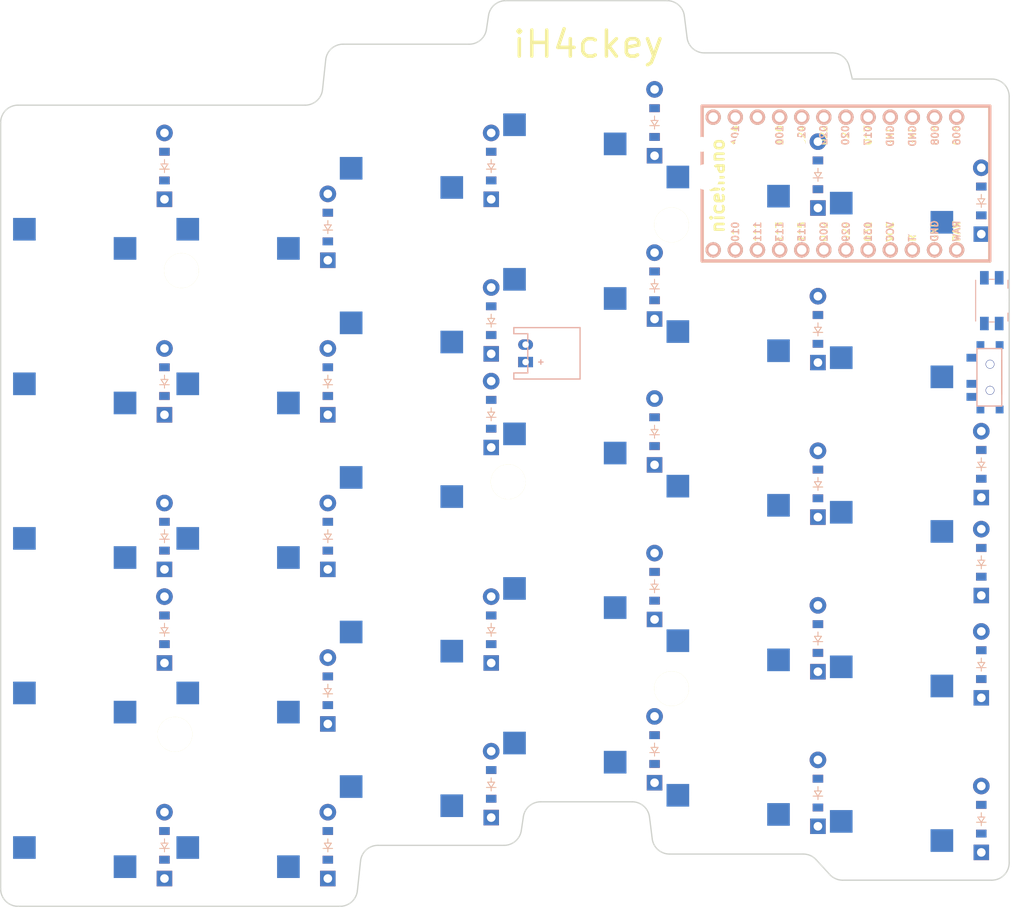
<source format=kicad_pcb>


(kicad_pcb (version 20171130) (host pcbnew 5.1.6)

  (page A3)
  (title_block
    (title "left")
    (rev "v1.0.0")
    (company "Unknown")
  )

  (general
    (thickness 1.6)
  )

  (layers
    (0 F.Cu signal)
    (31 B.Cu signal)
    (32 B.Adhes user)
    (33 F.Adhes user)
    (34 B.Paste user)
    (35 F.Paste user)
    (36 B.SilkS user)
    (37 F.SilkS user)
    (38 B.Mask user)
    (39 F.Mask user)
    (40 Dwgs.User user)
    (41 Cmts.User user)
    (42 Eco1.User user)
    (43 Eco2.User user)
    (44 Edge.Cuts user)
    (45 Margin user)
    (46 B.CrtYd user)
    (47 F.CrtYd user)
    (48 B.Fab user)
    (49 F.Fab user)
  )

  (setup
    (last_trace_width 0.25)
    (trace_clearance 0.2)
    (zone_clearance 0.508)
    (zone_45_only no)
    (trace_min 0.2)
    (via_size 0.8)
    (via_drill 0.4)
    (via_min_size 0.4)
    (via_min_drill 0.3)
    (uvia_size 0.3)
    (uvia_drill 0.1)
    (uvias_allowed no)
    (uvia_min_size 0.2)
    (uvia_min_drill 0.1)
    (edge_width 0.05)
    (segment_width 0.2)
    (pcb_text_width 0.3)
    (pcb_text_size 1.5 1.5)
    (mod_edge_width 0.12)
    (mod_text_size 1 1)
    (mod_text_width 0.15)
    (pad_size 1.524 1.524)
    (pad_drill 0.762)
    (pad_to_mask_clearance 0.05)
    (aux_axis_origin 0 0)
    (visible_elements FFFFFF7F)
    (pcbplotparams
      (layerselection 0x010fc_ffffffff)
      (usegerberextensions false)
      (usegerberattributes true)
      (usegerberadvancedattributes true)
      (creategerberjobfile true)
      (excludeedgelayer true)
      (linewidth 0.100000)
      (plotframeref false)
      (viasonmask false)
      (mode 1)
      (useauxorigin false)
      (hpglpennumber 1)
      (hpglpenspeed 20)
      (hpglpendiameter 15.000000)
      (psnegative false)
      (psa4output false)
      (plotreference true)
      (plotvalue true)
      (plotinvisibletext false)
      (padsonsilk false)
      (subtractmaskfromsilk false)
      (outputformat 1)
      (mirror false)
      (drillshape 1)
      (scaleselection 1)
      (outputdirectory ""))
  )

  (net 0 "")
(net 1 "P020")
(net 2 "first_mod")
(net 3 "first_bottom")
(net 4 "first_home")
(net 5 "first_top")
(net 6 "first_num")
(net 7 "P022")
(net 8 "second_mod")
(net 9 "second_bottom")
(net 10 "second_home")
(net 11 "second_top")
(net 12 "second_num")
(net 13 "P024")
(net 14 "third_mod")
(net 15 "third_bottom")
(net 16 "third_home")
(net 17 "third_top")
(net 18 "third_num")
(net 19 "P100")
(net 20 "fourth_mod")
(net 21 "fourth_bottom")
(net 22 "fourth_home")
(net 23 "fourth_top")
(net 24 "fourth_num")
(net 25 "P011")
(net 26 "fifth_mod")
(net 27 "fifth_bottom")
(net 28 "fifth_home")
(net 29 "fifth_top")
(net 30 "fifth_num")
(net 31 "P017")
(net 32 "sixth_mod")
(net 33 "sixth_bottom")
(net 34 "sixth_home")
(net 35 "sixth_top")
(net 36 "sixth_num")
(net 37 "P113")
(net 38 "P002")
(net 39 "P029")
(net 40 "P115")
(net 41 "P031")
(net 42 "RAW")
(net 43 "GND")
(net 44 "RST")
(net 45 "VCC")
(net 46 "P111")
(net 47 "P010")
(net 48 "P009")
(net 49 "P006")
(net 50 "P008")
(net 51 "P104")
(net 52 "P106")
(net 53 "pos")

  (net_class Default "This is the default net class."
    (clearance 0.2)
    (trace_width 0.25)
    (via_dia 0.8)
    (via_drill 0.4)
    (uvia_dia 0.3)
    (uvia_drill 0.1)
    (add_net "")
(add_net "P020")
(add_net "first_mod")
(add_net "first_bottom")
(add_net "first_home")
(add_net "first_top")
(add_net "first_num")
(add_net "P022")
(add_net "second_mod")
(add_net "second_bottom")
(add_net "second_home")
(add_net "second_top")
(add_net "second_num")
(add_net "P024")
(add_net "third_mod")
(add_net "third_bottom")
(add_net "third_home")
(add_net "third_top")
(add_net "third_num")
(add_net "P100")
(add_net "fourth_mod")
(add_net "fourth_bottom")
(add_net "fourth_home")
(add_net "fourth_top")
(add_net "fourth_num")
(add_net "P011")
(add_net "fifth_mod")
(add_net "fifth_bottom")
(add_net "fifth_home")
(add_net "fifth_top")
(add_net "fifth_num")
(add_net "P017")
(add_net "sixth_mod")
(add_net "sixth_bottom")
(add_net "sixth_home")
(add_net "sixth_top")
(add_net "sixth_num")
(add_net "P113")
(add_net "P002")
(add_net "P029")
(add_net "P115")
(add_net "P031")
(add_net "RAW")
(add_net "GND")
(add_net "RST")
(add_net "VCC")
(add_net "P111")
(add_net "P010")
(add_net "P009")
(add_net "P006")
(add_net "P008")
(add_net "P104")
(add_net "P106")
(add_net "pos")
  )

  
        
      (module PG1350 (layer F.Cu) (tedit 5DD50112)
      (at 100 150 180)

      
      (fp_text reference "S1" (at 0 0) (layer F.SilkS) hide (effects (font (size 1.27 1.27) (thickness 0.15))))
      (fp_text value "" (at 0 0) (layer F.SilkS) hide (effects (font (size 1.27 1.27) (thickness 0.15))))

      
      (fp_line (start -7 -6) (end -7 -7) (layer Dwgs.User) (width 0.15))
      (fp_line (start -7 7) (end -6 7) (layer Dwgs.User) (width 0.15))
      (fp_line (start -6 -7) (end -7 -7) (layer Dwgs.User) (width 0.15))
      (fp_line (start -7 7) (end -7 6) (layer Dwgs.User) (width 0.15))
      (fp_line (start 7 6) (end 7 7) (layer Dwgs.User) (width 0.15))
      (fp_line (start 7 -7) (end 6 -7) (layer Dwgs.User) (width 0.15))
      (fp_line (start 6 7) (end 7 7) (layer Dwgs.User) (width 0.15))
      (fp_line (start 7 -7) (end 7 -6) (layer Dwgs.User) (width 0.15))      
      
      
      (pad "" np_thru_hole circle (at 0 0) (size 3.429 3.429) (drill 3.429) (layers *.Cu *.Mask))
        
      
      (pad "" np_thru_hole circle (at 5.5 0) (size 1.7018 1.7018) (drill 1.7018) (layers *.Cu *.Mask))
      (pad "" np_thru_hole circle (at -5.5 0) (size 1.7018 1.7018) (drill 1.7018) (layers *.Cu *.Mask))
      
        
      
      (fp_line (start -9 -8.5) (end 9 -8.5) (layer Dwgs.User) (width 0.15))
      (fp_line (start 9 -8.5) (end 9 8.5) (layer Dwgs.User) (width 0.15))
      (fp_line (start 9 8.5) (end -9 8.5) (layer Dwgs.User) (width 0.15))
      (fp_line (start -9 8.5) (end -9 -8.5) (layer Dwgs.User) (width 0.15))
      
        
          
          (pad "" np_thru_hole circle (at 5 -3.75) (size 3 3) (drill 3) (layers *.Cu *.Mask))
          (pad "" np_thru_hole circle (at 0 -5.95) (size 3 3) (drill 3) (layers *.Cu *.Mask))
      
          
          (pad 1 smd rect (at -3.275 -5.95 180) (size 2.6 2.6) (layers B.Cu B.Paste B.Mask)  (net 1 "P020"))
          (pad 2 smd rect (at 8.275 -3.75 180) (size 2.6 2.6) (layers B.Cu B.Paste B.Mask)  (net 2 "first_mod"))
        )
        

        
      (module PG1350 (layer F.Cu) (tedit 5DD50112)
      (at 100 132.25 180)

      
      (fp_text reference "S2" (at 0 0) (layer F.SilkS) hide (effects (font (size 1.27 1.27) (thickness 0.15))))
      (fp_text value "" (at 0 0) (layer F.SilkS) hide (effects (font (size 1.27 1.27) (thickness 0.15))))

      
      (fp_line (start -7 -6) (end -7 -7) (layer Dwgs.User) (width 0.15))
      (fp_line (start -7 7) (end -6 7) (layer Dwgs.User) (width 0.15))
      (fp_line (start -6 -7) (end -7 -7) (layer Dwgs.User) (width 0.15))
      (fp_line (start -7 7) (end -7 6) (layer Dwgs.User) (width 0.15))
      (fp_line (start 7 6) (end 7 7) (layer Dwgs.User) (width 0.15))
      (fp_line (start 7 -7) (end 6 -7) (layer Dwgs.User) (width 0.15))
      (fp_line (start 6 7) (end 7 7) (layer Dwgs.User) (width 0.15))
      (fp_line (start 7 -7) (end 7 -6) (layer Dwgs.User) (width 0.15))      
      
      
      (pad "" np_thru_hole circle (at 0 0) (size 3.429 3.429) (drill 3.429) (layers *.Cu *.Mask))
        
      
      (pad "" np_thru_hole circle (at 5.5 0) (size 1.7018 1.7018) (drill 1.7018) (layers *.Cu *.Mask))
      (pad "" np_thru_hole circle (at -5.5 0) (size 1.7018 1.7018) (drill 1.7018) (layers *.Cu *.Mask))
      
        
      
      (fp_line (start -9 -8.5) (end 9 -8.5) (layer Dwgs.User) (width 0.15))
      (fp_line (start 9 -8.5) (end 9 8.5) (layer Dwgs.User) (width 0.15))
      (fp_line (start 9 8.5) (end -9 8.5) (layer Dwgs.User) (width 0.15))
      (fp_line (start -9 8.5) (end -9 -8.5) (layer Dwgs.User) (width 0.15))
      
        
          
          (pad "" np_thru_hole circle (at 5 -3.75) (size 3 3) (drill 3) (layers *.Cu *.Mask))
          (pad "" np_thru_hole circle (at 0 -5.95) (size 3 3) (drill 3) (layers *.Cu *.Mask))
      
          
          (pad 1 smd rect (at -3.275 -5.95 180) (size 2.6 2.6) (layers B.Cu B.Paste B.Mask)  (net 1 "P020"))
          (pad 2 smd rect (at 8.275 -3.75 180) (size 2.6 2.6) (layers B.Cu B.Paste B.Mask)  (net 3 "first_bottom"))
        )
        

        
      (module PG1350 (layer F.Cu) (tedit 5DD50112)
      (at 100 114.5 180)

      
      (fp_text reference "S3" (at 0 0) (layer F.SilkS) hide (effects (font (size 1.27 1.27) (thickness 0.15))))
      (fp_text value "" (at 0 0) (layer F.SilkS) hide (effects (font (size 1.27 1.27) (thickness 0.15))))

      
      (fp_line (start -7 -6) (end -7 -7) (layer Dwgs.User) (width 0.15))
      (fp_line (start -7 7) (end -6 7) (layer Dwgs.User) (width 0.15))
      (fp_line (start -6 -7) (end -7 -7) (layer Dwgs.User) (width 0.15))
      (fp_line (start -7 7) (end -7 6) (layer Dwgs.User) (width 0.15))
      (fp_line (start 7 6) (end 7 7) (layer Dwgs.User) (width 0.15))
      (fp_line (start 7 -7) (end 6 -7) (layer Dwgs.User) (width 0.15))
      (fp_line (start 6 7) (end 7 7) (layer Dwgs.User) (width 0.15))
      (fp_line (start 7 -7) (end 7 -6) (layer Dwgs.User) (width 0.15))      
      
      
      (pad "" np_thru_hole circle (at 0 0) (size 3.429 3.429) (drill 3.429) (layers *.Cu *.Mask))
        
      
      (pad "" np_thru_hole circle (at 5.5 0) (size 1.7018 1.7018) (drill 1.7018) (layers *.Cu *.Mask))
      (pad "" np_thru_hole circle (at -5.5 0) (size 1.7018 1.7018) (drill 1.7018) (layers *.Cu *.Mask))
      
        
      
      (fp_line (start -9 -8.5) (end 9 -8.5) (layer Dwgs.User) (width 0.15))
      (fp_line (start 9 -8.5) (end 9 8.5) (layer Dwgs.User) (width 0.15))
      (fp_line (start 9 8.5) (end -9 8.5) (layer Dwgs.User) (width 0.15))
      (fp_line (start -9 8.5) (end -9 -8.5) (layer Dwgs.User) (width 0.15))
      
        
          
          (pad "" np_thru_hole circle (at 5 -3.75) (size 3 3) (drill 3) (layers *.Cu *.Mask))
          (pad "" np_thru_hole circle (at 0 -5.95) (size 3 3) (drill 3) (layers *.Cu *.Mask))
      
          
          (pad 1 smd rect (at -3.275 -5.95 180) (size 2.6 2.6) (layers B.Cu B.Paste B.Mask)  (net 1 "P020"))
          (pad 2 smd rect (at 8.275 -3.75 180) (size 2.6 2.6) (layers B.Cu B.Paste B.Mask)  (net 4 "first_home"))
        )
        

        
      (module PG1350 (layer F.Cu) (tedit 5DD50112)
      (at 100 96.75 180)

      
      (fp_text reference "S4" (at 0 0) (layer F.SilkS) hide (effects (font (size 1.27 1.27) (thickness 0.15))))
      (fp_text value "" (at 0 0) (layer F.SilkS) hide (effects (font (size 1.27 1.27) (thickness 0.15))))

      
      (fp_line (start -7 -6) (end -7 -7) (layer Dwgs.User) (width 0.15))
      (fp_line (start -7 7) (end -6 7) (layer Dwgs.User) (width 0.15))
      (fp_line (start -6 -7) (end -7 -7) (layer Dwgs.User) (width 0.15))
      (fp_line (start -7 7) (end -7 6) (layer Dwgs.User) (width 0.15))
      (fp_line (start 7 6) (end 7 7) (layer Dwgs.User) (width 0.15))
      (fp_line (start 7 -7) (end 6 -7) (layer Dwgs.User) (width 0.15))
      (fp_line (start 6 7) (end 7 7) (layer Dwgs.User) (width 0.15))
      (fp_line (start 7 -7) (end 7 -6) (layer Dwgs.User) (width 0.15))      
      
      
      (pad "" np_thru_hole circle (at 0 0) (size 3.429 3.429) (drill 3.429) (layers *.Cu *.Mask))
        
      
      (pad "" np_thru_hole circle (at 5.5 0) (size 1.7018 1.7018) (drill 1.7018) (layers *.Cu *.Mask))
      (pad "" np_thru_hole circle (at -5.5 0) (size 1.7018 1.7018) (drill 1.7018) (layers *.Cu *.Mask))
      
        
      
      (fp_line (start -9 -8.5) (end 9 -8.5) (layer Dwgs.User) (width 0.15))
      (fp_line (start 9 -8.5) (end 9 8.5) (layer Dwgs.User) (width 0.15))
      (fp_line (start 9 8.5) (end -9 8.5) (layer Dwgs.User) (width 0.15))
      (fp_line (start -9 8.5) (end -9 -8.5) (layer Dwgs.User) (width 0.15))
      
        
          
          (pad "" np_thru_hole circle (at 5 -3.75) (size 3 3) (drill 3) (layers *.Cu *.Mask))
          (pad "" np_thru_hole circle (at 0 -5.95) (size 3 3) (drill 3) (layers *.Cu *.Mask))
      
          
          (pad 1 smd rect (at -3.275 -5.95 180) (size 2.6 2.6) (layers B.Cu B.Paste B.Mask)  (net 1 "P020"))
          (pad 2 smd rect (at 8.275 -3.75 180) (size 2.6 2.6) (layers B.Cu B.Paste B.Mask)  (net 5 "first_top"))
        )
        

        
      (module PG1350 (layer F.Cu) (tedit 5DD50112)
      (at 100 79 180)

      
      (fp_text reference "S5" (at 0 0) (layer F.SilkS) hide (effects (font (size 1.27 1.27) (thickness 0.15))))
      (fp_text value "" (at 0 0) (layer F.SilkS) hide (effects (font (size 1.27 1.27) (thickness 0.15))))

      
      (fp_line (start -7 -6) (end -7 -7) (layer Dwgs.User) (width 0.15))
      (fp_line (start -7 7) (end -6 7) (layer Dwgs.User) (width 0.15))
      (fp_line (start -6 -7) (end -7 -7) (layer Dwgs.User) (width 0.15))
      (fp_line (start -7 7) (end -7 6) (layer Dwgs.User) (width 0.15))
      (fp_line (start 7 6) (end 7 7) (layer Dwgs.User) (width 0.15))
      (fp_line (start 7 -7) (end 6 -7) (layer Dwgs.User) (width 0.15))
      (fp_line (start 6 7) (end 7 7) (layer Dwgs.User) (width 0.15))
      (fp_line (start 7 -7) (end 7 -6) (layer Dwgs.User) (width 0.15))      
      
      
      (pad "" np_thru_hole circle (at 0 0) (size 3.429 3.429) (drill 3.429) (layers *.Cu *.Mask))
        
      
      (pad "" np_thru_hole circle (at 5.5 0) (size 1.7018 1.7018) (drill 1.7018) (layers *.Cu *.Mask))
      (pad "" np_thru_hole circle (at -5.5 0) (size 1.7018 1.7018) (drill 1.7018) (layers *.Cu *.Mask))
      
        
      
      (fp_line (start -9 -8.5) (end 9 -8.5) (layer Dwgs.User) (width 0.15))
      (fp_line (start 9 -8.5) (end 9 8.5) (layer Dwgs.User) (width 0.15))
      (fp_line (start 9 8.5) (end -9 8.5) (layer Dwgs.User) (width 0.15))
      (fp_line (start -9 8.5) (end -9 -8.5) (layer Dwgs.User) (width 0.15))
      
        
          
          (pad "" np_thru_hole circle (at 5 -3.75) (size 3 3) (drill 3) (layers *.Cu *.Mask))
          (pad "" np_thru_hole circle (at 0 -5.95) (size 3 3) (drill 3) (layers *.Cu *.Mask))
      
          
          (pad 1 smd rect (at -3.275 -5.95 180) (size 2.6 2.6) (layers B.Cu B.Paste B.Mask)  (net 1 "P020"))
          (pad 2 smd rect (at 8.275 -3.75 180) (size 2.6 2.6) (layers B.Cu B.Paste B.Mask)  (net 6 "first_num"))
        )
        

        
      (module PG1350 (layer F.Cu) (tedit 5DD50112)
      (at 118.75 150 180)

      
      (fp_text reference "S6" (at 0 0) (layer F.SilkS) hide (effects (font (size 1.27 1.27) (thickness 0.15))))
      (fp_text value "" (at 0 0) (layer F.SilkS) hide (effects (font (size 1.27 1.27) (thickness 0.15))))

      
      (fp_line (start -7 -6) (end -7 -7) (layer Dwgs.User) (width 0.15))
      (fp_line (start -7 7) (end -6 7) (layer Dwgs.User) (width 0.15))
      (fp_line (start -6 -7) (end -7 -7) (layer Dwgs.User) (width 0.15))
      (fp_line (start -7 7) (end -7 6) (layer Dwgs.User) (width 0.15))
      (fp_line (start 7 6) (end 7 7) (layer Dwgs.User) (width 0.15))
      (fp_line (start 7 -7) (end 6 -7) (layer Dwgs.User) (width 0.15))
      (fp_line (start 6 7) (end 7 7) (layer Dwgs.User) (width 0.15))
      (fp_line (start 7 -7) (end 7 -6) (layer Dwgs.User) (width 0.15))      
      
      
      (pad "" np_thru_hole circle (at 0 0) (size 3.429 3.429) (drill 3.429) (layers *.Cu *.Mask))
        
      
      (pad "" np_thru_hole circle (at 5.5 0) (size 1.7018 1.7018) (drill 1.7018) (layers *.Cu *.Mask))
      (pad "" np_thru_hole circle (at -5.5 0) (size 1.7018 1.7018) (drill 1.7018) (layers *.Cu *.Mask))
      
        
      
      (fp_line (start -9 -8.5) (end 9 -8.5) (layer Dwgs.User) (width 0.15))
      (fp_line (start 9 -8.5) (end 9 8.5) (layer Dwgs.User) (width 0.15))
      (fp_line (start 9 8.5) (end -9 8.5) (layer Dwgs.User) (width 0.15))
      (fp_line (start -9 8.5) (end -9 -8.5) (layer Dwgs.User) (width 0.15))
      
        
          
          (pad "" np_thru_hole circle (at 5 -3.75) (size 3 3) (drill 3) (layers *.Cu *.Mask))
          (pad "" np_thru_hole circle (at 0 -5.95) (size 3 3) (drill 3) (layers *.Cu *.Mask))
      
          
          (pad 1 smd rect (at -3.275 -5.95 180) (size 2.6 2.6) (layers B.Cu B.Paste B.Mask)  (net 7 "P022"))
          (pad 2 smd rect (at 8.275 -3.75 180) (size 2.6 2.6) (layers B.Cu B.Paste B.Mask)  (net 8 "second_mod"))
        )
        

        
      (module PG1350 (layer F.Cu) (tedit 5DD50112)
      (at 118.75 132.25 180)

      
      (fp_text reference "S7" (at 0 0) (layer F.SilkS) hide (effects (font (size 1.27 1.27) (thickness 0.15))))
      (fp_text value "" (at 0 0) (layer F.SilkS) hide (effects (font (size 1.27 1.27) (thickness 0.15))))

      
      (fp_line (start -7 -6) (end -7 -7) (layer Dwgs.User) (width 0.15))
      (fp_line (start -7 7) (end -6 7) (layer Dwgs.User) (width 0.15))
      (fp_line (start -6 -7) (end -7 -7) (layer Dwgs.User) (width 0.15))
      (fp_line (start -7 7) (end -7 6) (layer Dwgs.User) (width 0.15))
      (fp_line (start 7 6) (end 7 7) (layer Dwgs.User) (width 0.15))
      (fp_line (start 7 -7) (end 6 -7) (layer Dwgs.User) (width 0.15))
      (fp_line (start 6 7) (end 7 7) (layer Dwgs.User) (width 0.15))
      (fp_line (start 7 -7) (end 7 -6) (layer Dwgs.User) (width 0.15))      
      
      
      (pad "" np_thru_hole circle (at 0 0) (size 3.429 3.429) (drill 3.429) (layers *.Cu *.Mask))
        
      
      (pad "" np_thru_hole circle (at 5.5 0) (size 1.7018 1.7018) (drill 1.7018) (layers *.Cu *.Mask))
      (pad "" np_thru_hole circle (at -5.5 0) (size 1.7018 1.7018) (drill 1.7018) (layers *.Cu *.Mask))
      
        
      
      (fp_line (start -9 -8.5) (end 9 -8.5) (layer Dwgs.User) (width 0.15))
      (fp_line (start 9 -8.5) (end 9 8.5) (layer Dwgs.User) (width 0.15))
      (fp_line (start 9 8.5) (end -9 8.5) (layer Dwgs.User) (width 0.15))
      (fp_line (start -9 8.5) (end -9 -8.5) (layer Dwgs.User) (width 0.15))
      
        
          
          (pad "" np_thru_hole circle (at 5 -3.75) (size 3 3) (drill 3) (layers *.Cu *.Mask))
          (pad "" np_thru_hole circle (at 0 -5.95) (size 3 3) (drill 3) (layers *.Cu *.Mask))
      
          
          (pad 1 smd rect (at -3.275 -5.95 180) (size 2.6 2.6) (layers B.Cu B.Paste B.Mask)  (net 7 "P022"))
          (pad 2 smd rect (at 8.275 -3.75 180) (size 2.6 2.6) (layers B.Cu B.Paste B.Mask)  (net 9 "second_bottom"))
        )
        

        
      (module PG1350 (layer F.Cu) (tedit 5DD50112)
      (at 118.75 114.5 180)

      
      (fp_text reference "S8" (at 0 0) (layer F.SilkS) hide (effects (font (size 1.27 1.27) (thickness 0.15))))
      (fp_text value "" (at 0 0) (layer F.SilkS) hide (effects (font (size 1.27 1.27) (thickness 0.15))))

      
      (fp_line (start -7 -6) (end -7 -7) (layer Dwgs.User) (width 0.15))
      (fp_line (start -7 7) (end -6 7) (layer Dwgs.User) (width 0.15))
      (fp_line (start -6 -7) (end -7 -7) (layer Dwgs.User) (width 0.15))
      (fp_line (start -7 7) (end -7 6) (layer Dwgs.User) (width 0.15))
      (fp_line (start 7 6) (end 7 7) (layer Dwgs.User) (width 0.15))
      (fp_line (start 7 -7) (end 6 -7) (layer Dwgs.User) (width 0.15))
      (fp_line (start 6 7) (end 7 7) (layer Dwgs.User) (width 0.15))
      (fp_line (start 7 -7) (end 7 -6) (layer Dwgs.User) (width 0.15))      
      
      
      (pad "" np_thru_hole circle (at 0 0) (size 3.429 3.429) (drill 3.429) (layers *.Cu *.Mask))
        
      
      (pad "" np_thru_hole circle (at 5.5 0) (size 1.7018 1.7018) (drill 1.7018) (layers *.Cu *.Mask))
      (pad "" np_thru_hole circle (at -5.5 0) (size 1.7018 1.7018) (drill 1.7018) (layers *.Cu *.Mask))
      
        
      
      (fp_line (start -9 -8.5) (end 9 -8.5) (layer Dwgs.User) (width 0.15))
      (fp_line (start 9 -8.5) (end 9 8.5) (layer Dwgs.User) (width 0.15))
      (fp_line (start 9 8.5) (end -9 8.5) (layer Dwgs.User) (width 0.15))
      (fp_line (start -9 8.5) (end -9 -8.5) (layer Dwgs.User) (width 0.15))
      
        
          
          (pad "" np_thru_hole circle (at 5 -3.75) (size 3 3) (drill 3) (layers *.Cu *.Mask))
          (pad "" np_thru_hole circle (at 0 -5.95) (size 3 3) (drill 3) (layers *.Cu *.Mask))
      
          
          (pad 1 smd rect (at -3.275 -5.95 180) (size 2.6 2.6) (layers B.Cu B.Paste B.Mask)  (net 7 "P022"))
          (pad 2 smd rect (at 8.275 -3.75 180) (size 2.6 2.6) (layers B.Cu B.Paste B.Mask)  (net 10 "second_home"))
        )
        

        
      (module PG1350 (layer F.Cu) (tedit 5DD50112)
      (at 118.75 96.75 180)

      
      (fp_text reference "S9" (at 0 0) (layer F.SilkS) hide (effects (font (size 1.27 1.27) (thickness 0.15))))
      (fp_text value "" (at 0 0) (layer F.SilkS) hide (effects (font (size 1.27 1.27) (thickness 0.15))))

      
      (fp_line (start -7 -6) (end -7 -7) (layer Dwgs.User) (width 0.15))
      (fp_line (start -7 7) (end -6 7) (layer Dwgs.User) (width 0.15))
      (fp_line (start -6 -7) (end -7 -7) (layer Dwgs.User) (width 0.15))
      (fp_line (start -7 7) (end -7 6) (layer Dwgs.User) (width 0.15))
      (fp_line (start 7 6) (end 7 7) (layer Dwgs.User) (width 0.15))
      (fp_line (start 7 -7) (end 6 -7) (layer Dwgs.User) (width 0.15))
      (fp_line (start 6 7) (end 7 7) (layer Dwgs.User) (width 0.15))
      (fp_line (start 7 -7) (end 7 -6) (layer Dwgs.User) (width 0.15))      
      
      
      (pad "" np_thru_hole circle (at 0 0) (size 3.429 3.429) (drill 3.429) (layers *.Cu *.Mask))
        
      
      (pad "" np_thru_hole circle (at 5.5 0) (size 1.7018 1.7018) (drill 1.7018) (layers *.Cu *.Mask))
      (pad "" np_thru_hole circle (at -5.5 0) (size 1.7018 1.7018) (drill 1.7018) (layers *.Cu *.Mask))
      
        
      
      (fp_line (start -9 -8.5) (end 9 -8.5) (layer Dwgs.User) (width 0.15))
      (fp_line (start 9 -8.5) (end 9 8.5) (layer Dwgs.User) (width 0.15))
      (fp_line (start 9 8.5) (end -9 8.5) (layer Dwgs.User) (width 0.15))
      (fp_line (start -9 8.5) (end -9 -8.5) (layer Dwgs.User) (width 0.15))
      
        
          
          (pad "" np_thru_hole circle (at 5 -3.75) (size 3 3) (drill 3) (layers *.Cu *.Mask))
          (pad "" np_thru_hole circle (at 0 -5.95) (size 3 3) (drill 3) (layers *.Cu *.Mask))
      
          
          (pad 1 smd rect (at -3.275 -5.95 180) (size 2.6 2.6) (layers B.Cu B.Paste B.Mask)  (net 7 "P022"))
          (pad 2 smd rect (at 8.275 -3.75 180) (size 2.6 2.6) (layers B.Cu B.Paste B.Mask)  (net 11 "second_top"))
        )
        

        
      (module PG1350 (layer F.Cu) (tedit 5DD50112)
      (at 118.75 79 180)

      
      (fp_text reference "S10" (at 0 0) (layer F.SilkS) hide (effects (font (size 1.27 1.27) (thickness 0.15))))
      (fp_text value "" (at 0 0) (layer F.SilkS) hide (effects (font (size 1.27 1.27) (thickness 0.15))))

      
      (fp_line (start -7 -6) (end -7 -7) (layer Dwgs.User) (width 0.15))
      (fp_line (start -7 7) (end -6 7) (layer Dwgs.User) (width 0.15))
      (fp_line (start -6 -7) (end -7 -7) (layer Dwgs.User) (width 0.15))
      (fp_line (start -7 7) (end -7 6) (layer Dwgs.User) (width 0.15))
      (fp_line (start 7 6) (end 7 7) (layer Dwgs.User) (width 0.15))
      (fp_line (start 7 -7) (end 6 -7) (layer Dwgs.User) (width 0.15))
      (fp_line (start 6 7) (end 7 7) (layer Dwgs.User) (width 0.15))
      (fp_line (start 7 -7) (end 7 -6) (layer Dwgs.User) (width 0.15))      
      
      
      (pad "" np_thru_hole circle (at 0 0) (size 3.429 3.429) (drill 3.429) (layers *.Cu *.Mask))
        
      
      (pad "" np_thru_hole circle (at 5.5 0) (size 1.7018 1.7018) (drill 1.7018) (layers *.Cu *.Mask))
      (pad "" np_thru_hole circle (at -5.5 0) (size 1.7018 1.7018) (drill 1.7018) (layers *.Cu *.Mask))
      
        
      
      (fp_line (start -9 -8.5) (end 9 -8.5) (layer Dwgs.User) (width 0.15))
      (fp_line (start 9 -8.5) (end 9 8.5) (layer Dwgs.User) (width 0.15))
      (fp_line (start 9 8.5) (end -9 8.5) (layer Dwgs.User) (width 0.15))
      (fp_line (start -9 8.5) (end -9 -8.5) (layer Dwgs.User) (width 0.15))
      
        
          
          (pad "" np_thru_hole circle (at 5 -3.75) (size 3 3) (drill 3) (layers *.Cu *.Mask))
          (pad "" np_thru_hole circle (at 0 -5.95) (size 3 3) (drill 3) (layers *.Cu *.Mask))
      
          
          (pad 1 smd rect (at -3.275 -5.95 180) (size 2.6 2.6) (layers B.Cu B.Paste B.Mask)  (net 7 "P022"))
          (pad 2 smd rect (at 8.275 -3.75 180) (size 2.6 2.6) (layers B.Cu B.Paste B.Mask)  (net 12 "second_num"))
        )
        

        
      (module PG1350 (layer F.Cu) (tedit 5DD50112)
      (at 137.5 143 180)

      
      (fp_text reference "S11" (at 0 0) (layer F.SilkS) hide (effects (font (size 1.27 1.27) (thickness 0.15))))
      (fp_text value "" (at 0 0) (layer F.SilkS) hide (effects (font (size 1.27 1.27) (thickness 0.15))))

      
      (fp_line (start -7 -6) (end -7 -7) (layer Dwgs.User) (width 0.15))
      (fp_line (start -7 7) (end -6 7) (layer Dwgs.User) (width 0.15))
      (fp_line (start -6 -7) (end -7 -7) (layer Dwgs.User) (width 0.15))
      (fp_line (start -7 7) (end -7 6) (layer Dwgs.User) (width 0.15))
      (fp_line (start 7 6) (end 7 7) (layer Dwgs.User) (width 0.15))
      (fp_line (start 7 -7) (end 6 -7) (layer Dwgs.User) (width 0.15))
      (fp_line (start 6 7) (end 7 7) (layer Dwgs.User) (width 0.15))
      (fp_line (start 7 -7) (end 7 -6) (layer Dwgs.User) (width 0.15))      
      
      
      (pad "" np_thru_hole circle (at 0 0) (size 3.429 3.429) (drill 3.429) (layers *.Cu *.Mask))
        
      
      (pad "" np_thru_hole circle (at 5.5 0) (size 1.7018 1.7018) (drill 1.7018) (layers *.Cu *.Mask))
      (pad "" np_thru_hole circle (at -5.5 0) (size 1.7018 1.7018) (drill 1.7018) (layers *.Cu *.Mask))
      
        
      
      (fp_line (start -9 -8.5) (end 9 -8.5) (layer Dwgs.User) (width 0.15))
      (fp_line (start 9 -8.5) (end 9 8.5) (layer Dwgs.User) (width 0.15))
      (fp_line (start 9 8.5) (end -9 8.5) (layer Dwgs.User) (width 0.15))
      (fp_line (start -9 8.5) (end -9 -8.5) (layer Dwgs.User) (width 0.15))
      
        
          
          (pad "" np_thru_hole circle (at 5 -3.75) (size 3 3) (drill 3) (layers *.Cu *.Mask))
          (pad "" np_thru_hole circle (at 0 -5.95) (size 3 3) (drill 3) (layers *.Cu *.Mask))
      
          
          (pad 1 smd rect (at -3.275 -5.95 180) (size 2.6 2.6) (layers B.Cu B.Paste B.Mask)  (net 13 "P024"))
          (pad 2 smd rect (at 8.275 -3.75 180) (size 2.6 2.6) (layers B.Cu B.Paste B.Mask)  (net 14 "third_mod"))
        )
        

        
      (module PG1350 (layer F.Cu) (tedit 5DD50112)
      (at 137.5 125.25 180)

      
      (fp_text reference "S12" (at 0 0) (layer F.SilkS) hide (effects (font (size 1.27 1.27) (thickness 0.15))))
      (fp_text value "" (at 0 0) (layer F.SilkS) hide (effects (font (size 1.27 1.27) (thickness 0.15))))

      
      (fp_line (start -7 -6) (end -7 -7) (layer Dwgs.User) (width 0.15))
      (fp_line (start -7 7) (end -6 7) (layer Dwgs.User) (width 0.15))
      (fp_line (start -6 -7) (end -7 -7) (layer Dwgs.User) (width 0.15))
      (fp_line (start -7 7) (end -7 6) (layer Dwgs.User) (width 0.15))
      (fp_line (start 7 6) (end 7 7) (layer Dwgs.User) (width 0.15))
      (fp_line (start 7 -7) (end 6 -7) (layer Dwgs.User) (width 0.15))
      (fp_line (start 6 7) (end 7 7) (layer Dwgs.User) (width 0.15))
      (fp_line (start 7 -7) (end 7 -6) (layer Dwgs.User) (width 0.15))      
      
      
      (pad "" np_thru_hole circle (at 0 0) (size 3.429 3.429) (drill 3.429) (layers *.Cu *.Mask))
        
      
      (pad "" np_thru_hole circle (at 5.5 0) (size 1.7018 1.7018) (drill 1.7018) (layers *.Cu *.Mask))
      (pad "" np_thru_hole circle (at -5.5 0) (size 1.7018 1.7018) (drill 1.7018) (layers *.Cu *.Mask))
      
        
      
      (fp_line (start -9 -8.5) (end 9 -8.5) (layer Dwgs.User) (width 0.15))
      (fp_line (start 9 -8.5) (end 9 8.5) (layer Dwgs.User) (width 0.15))
      (fp_line (start 9 8.5) (end -9 8.5) (layer Dwgs.User) (width 0.15))
      (fp_line (start -9 8.5) (end -9 -8.5) (layer Dwgs.User) (width 0.15))
      
        
          
          (pad "" np_thru_hole circle (at 5 -3.75) (size 3 3) (drill 3) (layers *.Cu *.Mask))
          (pad "" np_thru_hole circle (at 0 -5.95) (size 3 3) (drill 3) (layers *.Cu *.Mask))
      
          
          (pad 1 smd rect (at -3.275 -5.95 180) (size 2.6 2.6) (layers B.Cu B.Paste B.Mask)  (net 13 "P024"))
          (pad 2 smd rect (at 8.275 -3.75 180) (size 2.6 2.6) (layers B.Cu B.Paste B.Mask)  (net 15 "third_bottom"))
        )
        

        
      (module PG1350 (layer F.Cu) (tedit 5DD50112)
      (at 137.5 107.5 180)

      
      (fp_text reference "S13" (at 0 0) (layer F.SilkS) hide (effects (font (size 1.27 1.27) (thickness 0.15))))
      (fp_text value "" (at 0 0) (layer F.SilkS) hide (effects (font (size 1.27 1.27) (thickness 0.15))))

      
      (fp_line (start -7 -6) (end -7 -7) (layer Dwgs.User) (width 0.15))
      (fp_line (start -7 7) (end -6 7) (layer Dwgs.User) (width 0.15))
      (fp_line (start -6 -7) (end -7 -7) (layer Dwgs.User) (width 0.15))
      (fp_line (start -7 7) (end -7 6) (layer Dwgs.User) (width 0.15))
      (fp_line (start 7 6) (end 7 7) (layer Dwgs.User) (width 0.15))
      (fp_line (start 7 -7) (end 6 -7) (layer Dwgs.User) (width 0.15))
      (fp_line (start 6 7) (end 7 7) (layer Dwgs.User) (width 0.15))
      (fp_line (start 7 -7) (end 7 -6) (layer Dwgs.User) (width 0.15))      
      
      
      (pad "" np_thru_hole circle (at 0 0) (size 3.429 3.429) (drill 3.429) (layers *.Cu *.Mask))
        
      
      (pad "" np_thru_hole circle (at 5.5 0) (size 1.7018 1.7018) (drill 1.7018) (layers *.Cu *.Mask))
      (pad "" np_thru_hole circle (at -5.5 0) (size 1.7018 1.7018) (drill 1.7018) (layers *.Cu *.Mask))
      
        
      
      (fp_line (start -9 -8.5) (end 9 -8.5) (layer Dwgs.User) (width 0.15))
      (fp_line (start 9 -8.5) (end 9 8.5) (layer Dwgs.User) (width 0.15))
      (fp_line (start 9 8.5) (end -9 8.5) (layer Dwgs.User) (width 0.15))
      (fp_line (start -9 8.5) (end -9 -8.5) (layer Dwgs.User) (width 0.15))
      
        
          
          (pad "" np_thru_hole circle (at 5 -3.75) (size 3 3) (drill 3) (layers *.Cu *.Mask))
          (pad "" np_thru_hole circle (at 0 -5.95) (size 3 3) (drill 3) (layers *.Cu *.Mask))
      
          
          (pad 1 smd rect (at -3.275 -5.95 180) (size 2.6 2.6) (layers B.Cu B.Paste B.Mask)  (net 13 "P024"))
          (pad 2 smd rect (at 8.275 -3.75 180) (size 2.6 2.6) (layers B.Cu B.Paste B.Mask)  (net 16 "third_home"))
        )
        

        
      (module PG1350 (layer F.Cu) (tedit 5DD50112)
      (at 137.5 89.75 180)

      
      (fp_text reference "S14" (at 0 0) (layer F.SilkS) hide (effects (font (size 1.27 1.27) (thickness 0.15))))
      (fp_text value "" (at 0 0) (layer F.SilkS) hide (effects (font (size 1.27 1.27) (thickness 0.15))))

      
      (fp_line (start -7 -6) (end -7 -7) (layer Dwgs.User) (width 0.15))
      (fp_line (start -7 7) (end -6 7) (layer Dwgs.User) (width 0.15))
      (fp_line (start -6 -7) (end -7 -7) (layer Dwgs.User) (width 0.15))
      (fp_line (start -7 7) (end -7 6) (layer Dwgs.User) (width 0.15))
      (fp_line (start 7 6) (end 7 7) (layer Dwgs.User) (width 0.15))
      (fp_line (start 7 -7) (end 6 -7) (layer Dwgs.User) (width 0.15))
      (fp_line (start 6 7) (end 7 7) (layer Dwgs.User) (width 0.15))
      (fp_line (start 7 -7) (end 7 -6) (layer Dwgs.User) (width 0.15))      
      
      
      (pad "" np_thru_hole circle (at 0 0) (size 3.429 3.429) (drill 3.429) (layers *.Cu *.Mask))
        
      
      (pad "" np_thru_hole circle (at 5.5 0) (size 1.7018 1.7018) (drill 1.7018) (layers *.Cu *.Mask))
      (pad "" np_thru_hole circle (at -5.5 0) (size 1.7018 1.7018) (drill 1.7018) (layers *.Cu *.Mask))
      
        
      
      (fp_line (start -9 -8.5) (end 9 -8.5) (layer Dwgs.User) (width 0.15))
      (fp_line (start 9 -8.5) (end 9 8.5) (layer Dwgs.User) (width 0.15))
      (fp_line (start 9 8.5) (end -9 8.5) (layer Dwgs.User) (width 0.15))
      (fp_line (start -9 8.5) (end -9 -8.5) (layer Dwgs.User) (width 0.15))
      
        
          
          (pad "" np_thru_hole circle (at 5 -3.75) (size 3 3) (drill 3) (layers *.Cu *.Mask))
          (pad "" np_thru_hole circle (at 0 -5.95) (size 3 3) (drill 3) (layers *.Cu *.Mask))
      
          
          (pad 1 smd rect (at -3.275 -5.95 180) (size 2.6 2.6) (layers B.Cu B.Paste B.Mask)  (net 13 "P024"))
          (pad 2 smd rect (at 8.275 -3.75 180) (size 2.6 2.6) (layers B.Cu B.Paste B.Mask)  (net 17 "third_top"))
        )
        

        
      (module PG1350 (layer F.Cu) (tedit 5DD50112)
      (at 137.5 72 180)

      
      (fp_text reference "S15" (at 0 0) (layer F.SilkS) hide (effects (font (size 1.27 1.27) (thickness 0.15))))
      (fp_text value "" (at 0 0) (layer F.SilkS) hide (effects (font (size 1.27 1.27) (thickness 0.15))))

      
      (fp_line (start -7 -6) (end -7 -7) (layer Dwgs.User) (width 0.15))
      (fp_line (start -7 7) (end -6 7) (layer Dwgs.User) (width 0.15))
      (fp_line (start -6 -7) (end -7 -7) (layer Dwgs.User) (width 0.15))
      (fp_line (start -7 7) (end -7 6) (layer Dwgs.User) (width 0.15))
      (fp_line (start 7 6) (end 7 7) (layer Dwgs.User) (width 0.15))
      (fp_line (start 7 -7) (end 6 -7) (layer Dwgs.User) (width 0.15))
      (fp_line (start 6 7) (end 7 7) (layer Dwgs.User) (width 0.15))
      (fp_line (start 7 -7) (end 7 -6) (layer Dwgs.User) (width 0.15))      
      
      
      (pad "" np_thru_hole circle (at 0 0) (size 3.429 3.429) (drill 3.429) (layers *.Cu *.Mask))
        
      
      (pad "" np_thru_hole circle (at 5.5 0) (size 1.7018 1.7018) (drill 1.7018) (layers *.Cu *.Mask))
      (pad "" np_thru_hole circle (at -5.5 0) (size 1.7018 1.7018) (drill 1.7018) (layers *.Cu *.Mask))
      
        
      
      (fp_line (start -9 -8.5) (end 9 -8.5) (layer Dwgs.User) (width 0.15))
      (fp_line (start 9 -8.5) (end 9 8.5) (layer Dwgs.User) (width 0.15))
      (fp_line (start 9 8.5) (end -9 8.5) (layer Dwgs.User) (width 0.15))
      (fp_line (start -9 8.5) (end -9 -8.5) (layer Dwgs.User) (width 0.15))
      
        
          
          (pad "" np_thru_hole circle (at 5 -3.75) (size 3 3) (drill 3) (layers *.Cu *.Mask))
          (pad "" np_thru_hole circle (at 0 -5.95) (size 3 3) (drill 3) (layers *.Cu *.Mask))
      
          
          (pad 1 smd rect (at -3.275 -5.95 180) (size 2.6 2.6) (layers B.Cu B.Paste B.Mask)  (net 13 "P024"))
          (pad 2 smd rect (at 8.275 -3.75 180) (size 2.6 2.6) (layers B.Cu B.Paste B.Mask)  (net 18 "third_num"))
        )
        

        
      (module PG1350 (layer F.Cu) (tedit 5DD50112)
      (at 156.25 138 180)

      
      (fp_text reference "S16" (at 0 0) (layer F.SilkS) hide (effects (font (size 1.27 1.27) (thickness 0.15))))
      (fp_text value "" (at 0 0) (layer F.SilkS) hide (effects (font (size 1.27 1.27) (thickness 0.15))))

      
      (fp_line (start -7 -6) (end -7 -7) (layer Dwgs.User) (width 0.15))
      (fp_line (start -7 7) (end -6 7) (layer Dwgs.User) (width 0.15))
      (fp_line (start -6 -7) (end -7 -7) (layer Dwgs.User) (width 0.15))
      (fp_line (start -7 7) (end -7 6) (layer Dwgs.User) (width 0.15))
      (fp_line (start 7 6) (end 7 7) (layer Dwgs.User) (width 0.15))
      (fp_line (start 7 -7) (end 6 -7) (layer Dwgs.User) (width 0.15))
      (fp_line (start 6 7) (end 7 7) (layer Dwgs.User) (width 0.15))
      (fp_line (start 7 -7) (end 7 -6) (layer Dwgs.User) (width 0.15))      
      
      
      (pad "" np_thru_hole circle (at 0 0) (size 3.429 3.429) (drill 3.429) (layers *.Cu *.Mask))
        
      
      (pad "" np_thru_hole circle (at 5.5 0) (size 1.7018 1.7018) (drill 1.7018) (layers *.Cu *.Mask))
      (pad "" np_thru_hole circle (at -5.5 0) (size 1.7018 1.7018) (drill 1.7018) (layers *.Cu *.Mask))
      
        
      
      (fp_line (start -9 -8.5) (end 9 -8.5) (layer Dwgs.User) (width 0.15))
      (fp_line (start 9 -8.5) (end 9 8.5) (layer Dwgs.User) (width 0.15))
      (fp_line (start 9 8.5) (end -9 8.5) (layer Dwgs.User) (width 0.15))
      (fp_line (start -9 8.5) (end -9 -8.5) (layer Dwgs.User) (width 0.15))
      
        
          
          (pad "" np_thru_hole circle (at 5 -3.75) (size 3 3) (drill 3) (layers *.Cu *.Mask))
          (pad "" np_thru_hole circle (at 0 -5.95) (size 3 3) (drill 3) (layers *.Cu *.Mask))
      
          
          (pad 1 smd rect (at -3.275 -5.95 180) (size 2.6 2.6) (layers B.Cu B.Paste B.Mask)  (net 19 "P100"))
          (pad 2 smd rect (at 8.275 -3.75 180) (size 2.6 2.6) (layers B.Cu B.Paste B.Mask)  (net 20 "fourth_mod"))
        )
        

        
      (module PG1350 (layer F.Cu) (tedit 5DD50112)
      (at 156.25 120.25 180)

      
      (fp_text reference "S17" (at 0 0) (layer F.SilkS) hide (effects (font (size 1.27 1.27) (thickness 0.15))))
      (fp_text value "" (at 0 0) (layer F.SilkS) hide (effects (font (size 1.27 1.27) (thickness 0.15))))

      
      (fp_line (start -7 -6) (end -7 -7) (layer Dwgs.User) (width 0.15))
      (fp_line (start -7 7) (end -6 7) (layer Dwgs.User) (width 0.15))
      (fp_line (start -6 -7) (end -7 -7) (layer Dwgs.User) (width 0.15))
      (fp_line (start -7 7) (end -7 6) (layer Dwgs.User) (width 0.15))
      (fp_line (start 7 6) (end 7 7) (layer Dwgs.User) (width 0.15))
      (fp_line (start 7 -7) (end 6 -7) (layer Dwgs.User) (width 0.15))
      (fp_line (start 6 7) (end 7 7) (layer Dwgs.User) (width 0.15))
      (fp_line (start 7 -7) (end 7 -6) (layer Dwgs.User) (width 0.15))      
      
      
      (pad "" np_thru_hole circle (at 0 0) (size 3.429 3.429) (drill 3.429) (layers *.Cu *.Mask))
        
      
      (pad "" np_thru_hole circle (at 5.5 0) (size 1.7018 1.7018) (drill 1.7018) (layers *.Cu *.Mask))
      (pad "" np_thru_hole circle (at -5.5 0) (size 1.7018 1.7018) (drill 1.7018) (layers *.Cu *.Mask))
      
        
      
      (fp_line (start -9 -8.5) (end 9 -8.5) (layer Dwgs.User) (width 0.15))
      (fp_line (start 9 -8.5) (end 9 8.5) (layer Dwgs.User) (width 0.15))
      (fp_line (start 9 8.5) (end -9 8.5) (layer Dwgs.User) (width 0.15))
      (fp_line (start -9 8.5) (end -9 -8.5) (layer Dwgs.User) (width 0.15))
      
        
          
          (pad "" np_thru_hole circle (at 5 -3.75) (size 3 3) (drill 3) (layers *.Cu *.Mask))
          (pad "" np_thru_hole circle (at 0 -5.95) (size 3 3) (drill 3) (layers *.Cu *.Mask))
      
          
          (pad 1 smd rect (at -3.275 -5.95 180) (size 2.6 2.6) (layers B.Cu B.Paste B.Mask)  (net 19 "P100"))
          (pad 2 smd rect (at 8.275 -3.75 180) (size 2.6 2.6) (layers B.Cu B.Paste B.Mask)  (net 21 "fourth_bottom"))
        )
        

        
      (module PG1350 (layer F.Cu) (tedit 5DD50112)
      (at 156.25 102.5 180)

      
      (fp_text reference "S18" (at 0 0) (layer F.SilkS) hide (effects (font (size 1.27 1.27) (thickness 0.15))))
      (fp_text value "" (at 0 0) (layer F.SilkS) hide (effects (font (size 1.27 1.27) (thickness 0.15))))

      
      (fp_line (start -7 -6) (end -7 -7) (layer Dwgs.User) (width 0.15))
      (fp_line (start -7 7) (end -6 7) (layer Dwgs.User) (width 0.15))
      (fp_line (start -6 -7) (end -7 -7) (layer Dwgs.User) (width 0.15))
      (fp_line (start -7 7) (end -7 6) (layer Dwgs.User) (width 0.15))
      (fp_line (start 7 6) (end 7 7) (layer Dwgs.User) (width 0.15))
      (fp_line (start 7 -7) (end 6 -7) (layer Dwgs.User) (width 0.15))
      (fp_line (start 6 7) (end 7 7) (layer Dwgs.User) (width 0.15))
      (fp_line (start 7 -7) (end 7 -6) (layer Dwgs.User) (width 0.15))      
      
      
      (pad "" np_thru_hole circle (at 0 0) (size 3.429 3.429) (drill 3.429) (layers *.Cu *.Mask))
        
      
      (pad "" np_thru_hole circle (at 5.5 0) (size 1.7018 1.7018) (drill 1.7018) (layers *.Cu *.Mask))
      (pad "" np_thru_hole circle (at -5.5 0) (size 1.7018 1.7018) (drill 1.7018) (layers *.Cu *.Mask))
      
        
      
      (fp_line (start -9 -8.5) (end 9 -8.5) (layer Dwgs.User) (width 0.15))
      (fp_line (start 9 -8.5) (end 9 8.5) (layer Dwgs.User) (width 0.15))
      (fp_line (start 9 8.5) (end -9 8.5) (layer Dwgs.User) (width 0.15))
      (fp_line (start -9 8.5) (end -9 -8.5) (layer Dwgs.User) (width 0.15))
      
        
          
          (pad "" np_thru_hole circle (at 5 -3.75) (size 3 3) (drill 3) (layers *.Cu *.Mask))
          (pad "" np_thru_hole circle (at 0 -5.95) (size 3 3) (drill 3) (layers *.Cu *.Mask))
      
          
          (pad 1 smd rect (at -3.275 -5.95 180) (size 2.6 2.6) (layers B.Cu B.Paste B.Mask)  (net 19 "P100"))
          (pad 2 smd rect (at 8.275 -3.75 180) (size 2.6 2.6) (layers B.Cu B.Paste B.Mask)  (net 22 "fourth_home"))
        )
        

        
      (module PG1350 (layer F.Cu) (tedit 5DD50112)
      (at 156.25 84.75 180)

      
      (fp_text reference "S19" (at 0 0) (layer F.SilkS) hide (effects (font (size 1.27 1.27) (thickness 0.15))))
      (fp_text value "" (at 0 0) (layer F.SilkS) hide (effects (font (size 1.27 1.27) (thickness 0.15))))

      
      (fp_line (start -7 -6) (end -7 -7) (layer Dwgs.User) (width 0.15))
      (fp_line (start -7 7) (end -6 7) (layer Dwgs.User) (width 0.15))
      (fp_line (start -6 -7) (end -7 -7) (layer Dwgs.User) (width 0.15))
      (fp_line (start -7 7) (end -7 6) (layer Dwgs.User) (width 0.15))
      (fp_line (start 7 6) (end 7 7) (layer Dwgs.User) (width 0.15))
      (fp_line (start 7 -7) (end 6 -7) (layer Dwgs.User) (width 0.15))
      (fp_line (start 6 7) (end 7 7) (layer Dwgs.User) (width 0.15))
      (fp_line (start 7 -7) (end 7 -6) (layer Dwgs.User) (width 0.15))      
      
      
      (pad "" np_thru_hole circle (at 0 0) (size 3.429 3.429) (drill 3.429) (layers *.Cu *.Mask))
        
      
      (pad "" np_thru_hole circle (at 5.5 0) (size 1.7018 1.7018) (drill 1.7018) (layers *.Cu *.Mask))
      (pad "" np_thru_hole circle (at -5.5 0) (size 1.7018 1.7018) (drill 1.7018) (layers *.Cu *.Mask))
      
        
      
      (fp_line (start -9 -8.5) (end 9 -8.5) (layer Dwgs.User) (width 0.15))
      (fp_line (start 9 -8.5) (end 9 8.5) (layer Dwgs.User) (width 0.15))
      (fp_line (start 9 8.5) (end -9 8.5) (layer Dwgs.User) (width 0.15))
      (fp_line (start -9 8.5) (end -9 -8.5) (layer Dwgs.User) (width 0.15))
      
        
          
          (pad "" np_thru_hole circle (at 5 -3.75) (size 3 3) (drill 3) (layers *.Cu *.Mask))
          (pad "" np_thru_hole circle (at 0 -5.95) (size 3 3) (drill 3) (layers *.Cu *.Mask))
      
          
          (pad 1 smd rect (at -3.275 -5.95 180) (size 2.6 2.6) (layers B.Cu B.Paste B.Mask)  (net 19 "P100"))
          (pad 2 smd rect (at 8.275 -3.75 180) (size 2.6 2.6) (layers B.Cu B.Paste B.Mask)  (net 23 "fourth_top"))
        )
        

        
      (module PG1350 (layer F.Cu) (tedit 5DD50112)
      (at 156.25 67 180)

      
      (fp_text reference "S20" (at 0 0) (layer F.SilkS) hide (effects (font (size 1.27 1.27) (thickness 0.15))))
      (fp_text value "" (at 0 0) (layer F.SilkS) hide (effects (font (size 1.27 1.27) (thickness 0.15))))

      
      (fp_line (start -7 -6) (end -7 -7) (layer Dwgs.User) (width 0.15))
      (fp_line (start -7 7) (end -6 7) (layer Dwgs.User) (width 0.15))
      (fp_line (start -6 -7) (end -7 -7) (layer Dwgs.User) (width 0.15))
      (fp_line (start -7 7) (end -7 6) (layer Dwgs.User) (width 0.15))
      (fp_line (start 7 6) (end 7 7) (layer Dwgs.User) (width 0.15))
      (fp_line (start 7 -7) (end 6 -7) (layer Dwgs.User) (width 0.15))
      (fp_line (start 6 7) (end 7 7) (layer Dwgs.User) (width 0.15))
      (fp_line (start 7 -7) (end 7 -6) (layer Dwgs.User) (width 0.15))      
      
      
      (pad "" np_thru_hole circle (at 0 0) (size 3.429 3.429) (drill 3.429) (layers *.Cu *.Mask))
        
      
      (pad "" np_thru_hole circle (at 5.5 0) (size 1.7018 1.7018) (drill 1.7018) (layers *.Cu *.Mask))
      (pad "" np_thru_hole circle (at -5.5 0) (size 1.7018 1.7018) (drill 1.7018) (layers *.Cu *.Mask))
      
        
      
      (fp_line (start -9 -8.5) (end 9 -8.5) (layer Dwgs.User) (width 0.15))
      (fp_line (start 9 -8.5) (end 9 8.5) (layer Dwgs.User) (width 0.15))
      (fp_line (start 9 8.5) (end -9 8.5) (layer Dwgs.User) (width 0.15))
      (fp_line (start -9 8.5) (end -9 -8.5) (layer Dwgs.User) (width 0.15))
      
        
          
          (pad "" np_thru_hole circle (at 5 -3.75) (size 3 3) (drill 3) (layers *.Cu *.Mask))
          (pad "" np_thru_hole circle (at 0 -5.95) (size 3 3) (drill 3) (layers *.Cu *.Mask))
      
          
          (pad 1 smd rect (at -3.275 -5.95 180) (size 2.6 2.6) (layers B.Cu B.Paste B.Mask)  (net 19 "P100"))
          (pad 2 smd rect (at 8.275 -3.75 180) (size 2.6 2.6) (layers B.Cu B.Paste B.Mask)  (net 24 "fourth_num"))
        )
        

        
      (module PG1350 (layer F.Cu) (tedit 5DD50112)
      (at 175 144 180)

      
      (fp_text reference "S21" (at 0 0) (layer F.SilkS) hide (effects (font (size 1.27 1.27) (thickness 0.15))))
      (fp_text value "" (at 0 0) (layer F.SilkS) hide (effects (font (size 1.27 1.27) (thickness 0.15))))

      
      (fp_line (start -7 -6) (end -7 -7) (layer Dwgs.User) (width 0.15))
      (fp_line (start -7 7) (end -6 7) (layer Dwgs.User) (width 0.15))
      (fp_line (start -6 -7) (end -7 -7) (layer Dwgs.User) (width 0.15))
      (fp_line (start -7 7) (end -7 6) (layer Dwgs.User) (width 0.15))
      (fp_line (start 7 6) (end 7 7) (layer Dwgs.User) (width 0.15))
      (fp_line (start 7 -7) (end 6 -7) (layer Dwgs.User) (width 0.15))
      (fp_line (start 6 7) (end 7 7) (layer Dwgs.User) (width 0.15))
      (fp_line (start 7 -7) (end 7 -6) (layer Dwgs.User) (width 0.15))      
      
      
      (pad "" np_thru_hole circle (at 0 0) (size 3.429 3.429) (drill 3.429) (layers *.Cu *.Mask))
        
      
      (pad "" np_thru_hole circle (at 5.5 0) (size 1.7018 1.7018) (drill 1.7018) (layers *.Cu *.Mask))
      (pad "" np_thru_hole circle (at -5.5 0) (size 1.7018 1.7018) (drill 1.7018) (layers *.Cu *.Mask))
      
        
      
      (fp_line (start -9 -8.5) (end 9 -8.5) (layer Dwgs.User) (width 0.15))
      (fp_line (start 9 -8.5) (end 9 8.5) (layer Dwgs.User) (width 0.15))
      (fp_line (start 9 8.5) (end -9 8.5) (layer Dwgs.User) (width 0.15))
      (fp_line (start -9 8.5) (end -9 -8.5) (layer Dwgs.User) (width 0.15))
      
        
          
          (pad "" np_thru_hole circle (at 5 -3.75) (size 3 3) (drill 3) (layers *.Cu *.Mask))
          (pad "" np_thru_hole circle (at 0 -5.95) (size 3 3) (drill 3) (layers *.Cu *.Mask))
      
          
          (pad 1 smd rect (at -3.275 -5.95 180) (size 2.6 2.6) (layers B.Cu B.Paste B.Mask)  (net 25 "P011"))
          (pad 2 smd rect (at 8.275 -3.75 180) (size 2.6 2.6) (layers B.Cu B.Paste B.Mask)  (net 26 "fifth_mod"))
        )
        

        
      (module PG1350 (layer F.Cu) (tedit 5DD50112)
      (at 175 126.25 180)

      
      (fp_text reference "S22" (at 0 0) (layer F.SilkS) hide (effects (font (size 1.27 1.27) (thickness 0.15))))
      (fp_text value "" (at 0 0) (layer F.SilkS) hide (effects (font (size 1.27 1.27) (thickness 0.15))))

      
      (fp_line (start -7 -6) (end -7 -7) (layer Dwgs.User) (width 0.15))
      (fp_line (start -7 7) (end -6 7) (layer Dwgs.User) (width 0.15))
      (fp_line (start -6 -7) (end -7 -7) (layer Dwgs.User) (width 0.15))
      (fp_line (start -7 7) (end -7 6) (layer Dwgs.User) (width 0.15))
      (fp_line (start 7 6) (end 7 7) (layer Dwgs.User) (width 0.15))
      (fp_line (start 7 -7) (end 6 -7) (layer Dwgs.User) (width 0.15))
      (fp_line (start 6 7) (end 7 7) (layer Dwgs.User) (width 0.15))
      (fp_line (start 7 -7) (end 7 -6) (layer Dwgs.User) (width 0.15))      
      
      
      (pad "" np_thru_hole circle (at 0 0) (size 3.429 3.429) (drill 3.429) (layers *.Cu *.Mask))
        
      
      (pad "" np_thru_hole circle (at 5.5 0) (size 1.7018 1.7018) (drill 1.7018) (layers *.Cu *.Mask))
      (pad "" np_thru_hole circle (at -5.5 0) (size 1.7018 1.7018) (drill 1.7018) (layers *.Cu *.Mask))
      
        
      
      (fp_line (start -9 -8.5) (end 9 -8.5) (layer Dwgs.User) (width 0.15))
      (fp_line (start 9 -8.5) (end 9 8.5) (layer Dwgs.User) (width 0.15))
      (fp_line (start 9 8.5) (end -9 8.5) (layer Dwgs.User) (width 0.15))
      (fp_line (start -9 8.5) (end -9 -8.5) (layer Dwgs.User) (width 0.15))
      
        
          
          (pad "" np_thru_hole circle (at 5 -3.75) (size 3 3) (drill 3) (layers *.Cu *.Mask))
          (pad "" np_thru_hole circle (at 0 -5.95) (size 3 3) (drill 3) (layers *.Cu *.Mask))
      
          
          (pad 1 smd rect (at -3.275 -5.95 180) (size 2.6 2.6) (layers B.Cu B.Paste B.Mask)  (net 25 "P011"))
          (pad 2 smd rect (at 8.275 -3.75 180) (size 2.6 2.6) (layers B.Cu B.Paste B.Mask)  (net 27 "fifth_bottom"))
        )
        

        
      (module PG1350 (layer F.Cu) (tedit 5DD50112)
      (at 175 108.5 180)

      
      (fp_text reference "S23" (at 0 0) (layer F.SilkS) hide (effects (font (size 1.27 1.27) (thickness 0.15))))
      (fp_text value "" (at 0 0) (layer F.SilkS) hide (effects (font (size 1.27 1.27) (thickness 0.15))))

      
      (fp_line (start -7 -6) (end -7 -7) (layer Dwgs.User) (width 0.15))
      (fp_line (start -7 7) (end -6 7) (layer Dwgs.User) (width 0.15))
      (fp_line (start -6 -7) (end -7 -7) (layer Dwgs.User) (width 0.15))
      (fp_line (start -7 7) (end -7 6) (layer Dwgs.User) (width 0.15))
      (fp_line (start 7 6) (end 7 7) (layer Dwgs.User) (width 0.15))
      (fp_line (start 7 -7) (end 6 -7) (layer Dwgs.User) (width 0.15))
      (fp_line (start 6 7) (end 7 7) (layer Dwgs.User) (width 0.15))
      (fp_line (start 7 -7) (end 7 -6) (layer Dwgs.User) (width 0.15))      
      
      
      (pad "" np_thru_hole circle (at 0 0) (size 3.429 3.429) (drill 3.429) (layers *.Cu *.Mask))
        
      
      (pad "" np_thru_hole circle (at 5.5 0) (size 1.7018 1.7018) (drill 1.7018) (layers *.Cu *.Mask))
      (pad "" np_thru_hole circle (at -5.5 0) (size 1.7018 1.7018) (drill 1.7018) (layers *.Cu *.Mask))
      
        
      
      (fp_line (start -9 -8.5) (end 9 -8.5) (layer Dwgs.User) (width 0.15))
      (fp_line (start 9 -8.5) (end 9 8.5) (layer Dwgs.User) (width 0.15))
      (fp_line (start 9 8.5) (end -9 8.5) (layer Dwgs.User) (width 0.15))
      (fp_line (start -9 8.5) (end -9 -8.5) (layer Dwgs.User) (width 0.15))
      
        
          
          (pad "" np_thru_hole circle (at 5 -3.75) (size 3 3) (drill 3) (layers *.Cu *.Mask))
          (pad "" np_thru_hole circle (at 0 -5.95) (size 3 3) (drill 3) (layers *.Cu *.Mask))
      
          
          (pad 1 smd rect (at -3.275 -5.95 180) (size 2.6 2.6) (layers B.Cu B.Paste B.Mask)  (net 25 "P011"))
          (pad 2 smd rect (at 8.275 -3.75 180) (size 2.6 2.6) (layers B.Cu B.Paste B.Mask)  (net 28 "fifth_home"))
        )
        

        
      (module PG1350 (layer F.Cu) (tedit 5DD50112)
      (at 175 90.75 180)

      
      (fp_text reference "S24" (at 0 0) (layer F.SilkS) hide (effects (font (size 1.27 1.27) (thickness 0.15))))
      (fp_text value "" (at 0 0) (layer F.SilkS) hide (effects (font (size 1.27 1.27) (thickness 0.15))))

      
      (fp_line (start -7 -6) (end -7 -7) (layer Dwgs.User) (width 0.15))
      (fp_line (start -7 7) (end -6 7) (layer Dwgs.User) (width 0.15))
      (fp_line (start -6 -7) (end -7 -7) (layer Dwgs.User) (width 0.15))
      (fp_line (start -7 7) (end -7 6) (layer Dwgs.User) (width 0.15))
      (fp_line (start 7 6) (end 7 7) (layer Dwgs.User) (width 0.15))
      (fp_line (start 7 -7) (end 6 -7) (layer Dwgs.User) (width 0.15))
      (fp_line (start 6 7) (end 7 7) (layer Dwgs.User) (width 0.15))
      (fp_line (start 7 -7) (end 7 -6) (layer Dwgs.User) (width 0.15))      
      
      
      (pad "" np_thru_hole circle (at 0 0) (size 3.429 3.429) (drill 3.429) (layers *.Cu *.Mask))
        
      
      (pad "" np_thru_hole circle (at 5.5 0) (size 1.7018 1.7018) (drill 1.7018) (layers *.Cu *.Mask))
      (pad "" np_thru_hole circle (at -5.5 0) (size 1.7018 1.7018) (drill 1.7018) (layers *.Cu *.Mask))
      
        
      
      (fp_line (start -9 -8.5) (end 9 -8.5) (layer Dwgs.User) (width 0.15))
      (fp_line (start 9 -8.5) (end 9 8.5) (layer Dwgs.User) (width 0.15))
      (fp_line (start 9 8.5) (end -9 8.5) (layer Dwgs.User) (width 0.15))
      (fp_line (start -9 8.5) (end -9 -8.5) (layer Dwgs.User) (width 0.15))
      
        
          
          (pad "" np_thru_hole circle (at 5 -3.75) (size 3 3) (drill 3) (layers *.Cu *.Mask))
          (pad "" np_thru_hole circle (at 0 -5.95) (size 3 3) (drill 3) (layers *.Cu *.Mask))
      
          
          (pad 1 smd rect (at -3.275 -5.95 180) (size 2.6 2.6) (layers B.Cu B.Paste B.Mask)  (net 25 "P011"))
          (pad 2 smd rect (at 8.275 -3.75 180) (size 2.6 2.6) (layers B.Cu B.Paste B.Mask)  (net 29 "fifth_top"))
        )
        

        
      (module PG1350 (layer F.Cu) (tedit 5DD50112)
      (at 175 73 180)

      
      (fp_text reference "S25" (at 0 0) (layer F.SilkS) hide (effects (font (size 1.27 1.27) (thickness 0.15))))
      (fp_text value "" (at 0 0) (layer F.SilkS) hide (effects (font (size 1.27 1.27) (thickness 0.15))))

      
      (fp_line (start -7 -6) (end -7 -7) (layer Dwgs.User) (width 0.15))
      (fp_line (start -7 7) (end -6 7) (layer Dwgs.User) (width 0.15))
      (fp_line (start -6 -7) (end -7 -7) (layer Dwgs.User) (width 0.15))
      (fp_line (start -7 7) (end -7 6) (layer Dwgs.User) (width 0.15))
      (fp_line (start 7 6) (end 7 7) (layer Dwgs.User) (width 0.15))
      (fp_line (start 7 -7) (end 6 -7) (layer Dwgs.User) (width 0.15))
      (fp_line (start 6 7) (end 7 7) (layer Dwgs.User) (width 0.15))
      (fp_line (start 7 -7) (end 7 -6) (layer Dwgs.User) (width 0.15))      
      
      
      (pad "" np_thru_hole circle (at 0 0) (size 3.429 3.429) (drill 3.429) (layers *.Cu *.Mask))
        
      
      (pad "" np_thru_hole circle (at 5.5 0) (size 1.7018 1.7018) (drill 1.7018) (layers *.Cu *.Mask))
      (pad "" np_thru_hole circle (at -5.5 0) (size 1.7018 1.7018) (drill 1.7018) (layers *.Cu *.Mask))
      
        
      
      (fp_line (start -9 -8.5) (end 9 -8.5) (layer Dwgs.User) (width 0.15))
      (fp_line (start 9 -8.5) (end 9 8.5) (layer Dwgs.User) (width 0.15))
      (fp_line (start 9 8.5) (end -9 8.5) (layer Dwgs.User) (width 0.15))
      (fp_line (start -9 8.5) (end -9 -8.5) (layer Dwgs.User) (width 0.15))
      
        
          
          (pad "" np_thru_hole circle (at 5 -3.75) (size 3 3) (drill 3) (layers *.Cu *.Mask))
          (pad "" np_thru_hole circle (at 0 -5.95) (size 3 3) (drill 3) (layers *.Cu *.Mask))
      
          
          (pad 1 smd rect (at -3.275 -5.95 180) (size 2.6 2.6) (layers B.Cu B.Paste B.Mask)  (net 25 "P011"))
          (pad 2 smd rect (at 8.275 -3.75 180) (size 2.6 2.6) (layers B.Cu B.Paste B.Mask)  (net 30 "fifth_num"))
        )
        

        
      (module PG1350 (layer F.Cu) (tedit 5DD50112)
      (at 193.75 147 180)

      
      (fp_text reference "S26" (at 0 0) (layer F.SilkS) hide (effects (font (size 1.27 1.27) (thickness 0.15))))
      (fp_text value "" (at 0 0) (layer F.SilkS) hide (effects (font (size 1.27 1.27) (thickness 0.15))))

      
      (fp_line (start -7 -6) (end -7 -7) (layer Dwgs.User) (width 0.15))
      (fp_line (start -7 7) (end -6 7) (layer Dwgs.User) (width 0.15))
      (fp_line (start -6 -7) (end -7 -7) (layer Dwgs.User) (width 0.15))
      (fp_line (start -7 7) (end -7 6) (layer Dwgs.User) (width 0.15))
      (fp_line (start 7 6) (end 7 7) (layer Dwgs.User) (width 0.15))
      (fp_line (start 7 -7) (end 6 -7) (layer Dwgs.User) (width 0.15))
      (fp_line (start 6 7) (end 7 7) (layer Dwgs.User) (width 0.15))
      (fp_line (start 7 -7) (end 7 -6) (layer Dwgs.User) (width 0.15))      
      
      
      (pad "" np_thru_hole circle (at 0 0) (size 3.429 3.429) (drill 3.429) (layers *.Cu *.Mask))
        
      
      (pad "" np_thru_hole circle (at 5.5 0) (size 1.7018 1.7018) (drill 1.7018) (layers *.Cu *.Mask))
      (pad "" np_thru_hole circle (at -5.5 0) (size 1.7018 1.7018) (drill 1.7018) (layers *.Cu *.Mask))
      
        
      
      (fp_line (start -9 -8.5) (end 9 -8.5) (layer Dwgs.User) (width 0.15))
      (fp_line (start 9 -8.5) (end 9 8.5) (layer Dwgs.User) (width 0.15))
      (fp_line (start 9 8.5) (end -9 8.5) (layer Dwgs.User) (width 0.15))
      (fp_line (start -9 8.5) (end -9 -8.5) (layer Dwgs.User) (width 0.15))
      
        
          
          (pad "" np_thru_hole circle (at 5 -3.75) (size 3 3) (drill 3) (layers *.Cu *.Mask))
          (pad "" np_thru_hole circle (at 0 -5.95) (size 3 3) (drill 3) (layers *.Cu *.Mask))
      
          
          (pad 1 smd rect (at -3.275 -5.95 180) (size 2.6 2.6) (layers B.Cu B.Paste B.Mask)  (net 31 "P017"))
          (pad 2 smd rect (at 8.275 -3.75 180) (size 2.6 2.6) (layers B.Cu B.Paste B.Mask)  (net 32 "sixth_mod"))
        )
        

        
      (module PG1350 (layer F.Cu) (tedit 5DD50112)
      (at 193.75 129.25 180)

      
      (fp_text reference "S27" (at 0 0) (layer F.SilkS) hide (effects (font (size 1.27 1.27) (thickness 0.15))))
      (fp_text value "" (at 0 0) (layer F.SilkS) hide (effects (font (size 1.27 1.27) (thickness 0.15))))

      
      (fp_line (start -7 -6) (end -7 -7) (layer Dwgs.User) (width 0.15))
      (fp_line (start -7 7) (end -6 7) (layer Dwgs.User) (width 0.15))
      (fp_line (start -6 -7) (end -7 -7) (layer Dwgs.User) (width 0.15))
      (fp_line (start -7 7) (end -7 6) (layer Dwgs.User) (width 0.15))
      (fp_line (start 7 6) (end 7 7) (layer Dwgs.User) (width 0.15))
      (fp_line (start 7 -7) (end 6 -7) (layer Dwgs.User) (width 0.15))
      (fp_line (start 6 7) (end 7 7) (layer Dwgs.User) (width 0.15))
      (fp_line (start 7 -7) (end 7 -6) (layer Dwgs.User) (width 0.15))      
      
      
      (pad "" np_thru_hole circle (at 0 0) (size 3.429 3.429) (drill 3.429) (layers *.Cu *.Mask))
        
      
      (pad "" np_thru_hole circle (at 5.5 0) (size 1.7018 1.7018) (drill 1.7018) (layers *.Cu *.Mask))
      (pad "" np_thru_hole circle (at -5.5 0) (size 1.7018 1.7018) (drill 1.7018) (layers *.Cu *.Mask))
      
        
      
      (fp_line (start -9 -8.5) (end 9 -8.5) (layer Dwgs.User) (width 0.15))
      (fp_line (start 9 -8.5) (end 9 8.5) (layer Dwgs.User) (width 0.15))
      (fp_line (start 9 8.5) (end -9 8.5) (layer Dwgs.User) (width 0.15))
      (fp_line (start -9 8.5) (end -9 -8.5) (layer Dwgs.User) (width 0.15))
      
        
          
          (pad "" np_thru_hole circle (at 5 -3.75) (size 3 3) (drill 3) (layers *.Cu *.Mask))
          (pad "" np_thru_hole circle (at 0 -5.95) (size 3 3) (drill 3) (layers *.Cu *.Mask))
      
          
          (pad 1 smd rect (at -3.275 -5.95 180) (size 2.6 2.6) (layers B.Cu B.Paste B.Mask)  (net 31 "P017"))
          (pad 2 smd rect (at 8.275 -3.75 180) (size 2.6 2.6) (layers B.Cu B.Paste B.Mask)  (net 33 "sixth_bottom"))
        )
        

        
      (module PG1350 (layer F.Cu) (tedit 5DD50112)
      (at 193.75 111.5 180)

      
      (fp_text reference "S28" (at 0 0) (layer F.SilkS) hide (effects (font (size 1.27 1.27) (thickness 0.15))))
      (fp_text value "" (at 0 0) (layer F.SilkS) hide (effects (font (size 1.27 1.27) (thickness 0.15))))

      
      (fp_line (start -7 -6) (end -7 -7) (layer Dwgs.User) (width 0.15))
      (fp_line (start -7 7) (end -6 7) (layer Dwgs.User) (width 0.15))
      (fp_line (start -6 -7) (end -7 -7) (layer Dwgs.User) (width 0.15))
      (fp_line (start -7 7) (end -7 6) (layer Dwgs.User) (width 0.15))
      (fp_line (start 7 6) (end 7 7) (layer Dwgs.User) (width 0.15))
      (fp_line (start 7 -7) (end 6 -7) (layer Dwgs.User) (width 0.15))
      (fp_line (start 6 7) (end 7 7) (layer Dwgs.User) (width 0.15))
      (fp_line (start 7 -7) (end 7 -6) (layer Dwgs.User) (width 0.15))      
      
      
      (pad "" np_thru_hole circle (at 0 0) (size 3.429 3.429) (drill 3.429) (layers *.Cu *.Mask))
        
      
      (pad "" np_thru_hole circle (at 5.5 0) (size 1.7018 1.7018) (drill 1.7018) (layers *.Cu *.Mask))
      (pad "" np_thru_hole circle (at -5.5 0) (size 1.7018 1.7018) (drill 1.7018) (layers *.Cu *.Mask))
      
        
      
      (fp_line (start -9 -8.5) (end 9 -8.5) (layer Dwgs.User) (width 0.15))
      (fp_line (start 9 -8.5) (end 9 8.5) (layer Dwgs.User) (width 0.15))
      (fp_line (start 9 8.5) (end -9 8.5) (layer Dwgs.User) (width 0.15))
      (fp_line (start -9 8.5) (end -9 -8.5) (layer Dwgs.User) (width 0.15))
      
        
          
          (pad "" np_thru_hole circle (at 5 -3.75) (size 3 3) (drill 3) (layers *.Cu *.Mask))
          (pad "" np_thru_hole circle (at 0 -5.95) (size 3 3) (drill 3) (layers *.Cu *.Mask))
      
          
          (pad 1 smd rect (at -3.275 -5.95 180) (size 2.6 2.6) (layers B.Cu B.Paste B.Mask)  (net 31 "P017"))
          (pad 2 smd rect (at 8.275 -3.75 180) (size 2.6 2.6) (layers B.Cu B.Paste B.Mask)  (net 34 "sixth_home"))
        )
        

        
      (module PG1350 (layer F.Cu) (tedit 5DD50112)
      (at 193.75 93.75 180)

      
      (fp_text reference "S29" (at 0 0) (layer F.SilkS) hide (effects (font (size 1.27 1.27) (thickness 0.15))))
      (fp_text value "" (at 0 0) (layer F.SilkS) hide (effects (font (size 1.27 1.27) (thickness 0.15))))

      
      (fp_line (start -7 -6) (end -7 -7) (layer Dwgs.User) (width 0.15))
      (fp_line (start -7 7) (end -6 7) (layer Dwgs.User) (width 0.15))
      (fp_line (start -6 -7) (end -7 -7) (layer Dwgs.User) (width 0.15))
      (fp_line (start -7 7) (end -7 6) (layer Dwgs.User) (width 0.15))
      (fp_line (start 7 6) (end 7 7) (layer Dwgs.User) (width 0.15))
      (fp_line (start 7 -7) (end 6 -7) (layer Dwgs.User) (width 0.15))
      (fp_line (start 6 7) (end 7 7) (layer Dwgs.User) (width 0.15))
      (fp_line (start 7 -7) (end 7 -6) (layer Dwgs.User) (width 0.15))      
      
      
      (pad "" np_thru_hole circle (at 0 0) (size 3.429 3.429) (drill 3.429) (layers *.Cu *.Mask))
        
      
      (pad "" np_thru_hole circle (at 5.5 0) (size 1.7018 1.7018) (drill 1.7018) (layers *.Cu *.Mask))
      (pad "" np_thru_hole circle (at -5.5 0) (size 1.7018 1.7018) (drill 1.7018) (layers *.Cu *.Mask))
      
        
      
      (fp_line (start -9 -8.5) (end 9 -8.5) (layer Dwgs.User) (width 0.15))
      (fp_line (start 9 -8.5) (end 9 8.5) (layer Dwgs.User) (width 0.15))
      (fp_line (start 9 8.5) (end -9 8.5) (layer Dwgs.User) (width 0.15))
      (fp_line (start -9 8.5) (end -9 -8.5) (layer Dwgs.User) (width 0.15))
      
        
          
          (pad "" np_thru_hole circle (at 5 -3.75) (size 3 3) (drill 3) (layers *.Cu *.Mask))
          (pad "" np_thru_hole circle (at 0 -5.95) (size 3 3) (drill 3) (layers *.Cu *.Mask))
      
          
          (pad 1 smd rect (at -3.275 -5.95 180) (size 2.6 2.6) (layers B.Cu B.Paste B.Mask)  (net 31 "P017"))
          (pad 2 smd rect (at 8.275 -3.75 180) (size 2.6 2.6) (layers B.Cu B.Paste B.Mask)  (net 35 "sixth_top"))
        )
        

        
      (module PG1350 (layer F.Cu) (tedit 5DD50112)
      (at 193.75 76 180)

      
      (fp_text reference "S30" (at 0 0) (layer F.SilkS) hide (effects (font (size 1.27 1.27) (thickness 0.15))))
      (fp_text value "" (at 0 0) (layer F.SilkS) hide (effects (font (size 1.27 1.27) (thickness 0.15))))

      
      (fp_line (start -7 -6) (end -7 -7) (layer Dwgs.User) (width 0.15))
      (fp_line (start -7 7) (end -6 7) (layer Dwgs.User) (width 0.15))
      (fp_line (start -6 -7) (end -7 -7) (layer Dwgs.User) (width 0.15))
      (fp_line (start -7 7) (end -7 6) (layer Dwgs.User) (width 0.15))
      (fp_line (start 7 6) (end 7 7) (layer Dwgs.User) (width 0.15))
      (fp_line (start 7 -7) (end 6 -7) (layer Dwgs.User) (width 0.15))
      (fp_line (start 6 7) (end 7 7) (layer Dwgs.User) (width 0.15))
      (fp_line (start 7 -7) (end 7 -6) (layer Dwgs.User) (width 0.15))      
      
      
      (pad "" np_thru_hole circle (at 0 0) (size 3.429 3.429) (drill 3.429) (layers *.Cu *.Mask))
        
      
      (pad "" np_thru_hole circle (at 5.5 0) (size 1.7018 1.7018) (drill 1.7018) (layers *.Cu *.Mask))
      (pad "" np_thru_hole circle (at -5.5 0) (size 1.7018 1.7018) (drill 1.7018) (layers *.Cu *.Mask))
      
        
      
      (fp_line (start -9 -8.5) (end 9 -8.5) (layer Dwgs.User) (width 0.15))
      (fp_line (start 9 -8.5) (end 9 8.5) (layer Dwgs.User) (width 0.15))
      (fp_line (start 9 8.5) (end -9 8.5) (layer Dwgs.User) (width 0.15))
      (fp_line (start -9 8.5) (end -9 -8.5) (layer Dwgs.User) (width 0.15))
      
        
          
          (pad "" np_thru_hole circle (at 5 -3.75) (size 3 3) (drill 3) (layers *.Cu *.Mask))
          (pad "" np_thru_hole circle (at 0 -5.95) (size 3 3) (drill 3) (layers *.Cu *.Mask))
      
          
          (pad 1 smd rect (at -3.275 -5.95 180) (size 2.6 2.6) (layers B.Cu B.Paste B.Mask)  (net 31 "P017"))
          (pad 2 smd rect (at 8.275 -3.75 180) (size 2.6 2.6) (layers B.Cu B.Paste B.Mask)  (net 36 "sixth_num"))
        )
        

  
    (module ComboDiode (layer F.Cu) (tedit 5B24D78E)


        (at 107.8 153.5 90)

        
        (fp_text reference "D1" (at 0 0) (layer F.SilkS) hide (effects (font (size 1.27 1.27) (thickness 0.15))))
        (fp_text value "" (at 0 0) (layer F.SilkS) hide (effects (font (size 1.27 1.27) (thickness 0.15))))
        
        
        (fp_line (start 0.25 0) (end 0.75 0) (layer F.SilkS) (width 0.1))
        (fp_line (start 0.25 0.4) (end -0.35 0) (layer F.SilkS) (width 0.1))
        (fp_line (start 0.25 -0.4) (end 0.25 0.4) (layer F.SilkS) (width 0.1))
        (fp_line (start -0.35 0) (end 0.25 -0.4) (layer F.SilkS) (width 0.1))
        (fp_line (start -0.35 0) (end -0.35 0.55) (layer F.SilkS) (width 0.1))
        (fp_line (start -0.35 0) (end -0.35 -0.55) (layer F.SilkS) (width 0.1))
        (fp_line (start -0.75 0) (end -0.35 0) (layer F.SilkS) (width 0.1))
        (fp_line (start 0.25 0) (end 0.75 0) (layer B.SilkS) (width 0.1))
        (fp_line (start 0.25 0.4) (end -0.35 0) (layer B.SilkS) (width 0.1))
        (fp_line (start 0.25 -0.4) (end 0.25 0.4) (layer B.SilkS) (width 0.1))
        (fp_line (start -0.35 0) (end 0.25 -0.4) (layer B.SilkS) (width 0.1))
        (fp_line (start -0.35 0) (end -0.35 0.55) (layer B.SilkS) (width 0.1))
        (fp_line (start -0.35 0) (end -0.35 -0.55) (layer B.SilkS) (width 0.1))
        (fp_line (start -0.75 0) (end -0.35 0) (layer B.SilkS) (width 0.1))
    
        
        (pad 1 smd rect (at -1.65 0 90) (size 0.9 1.2) (layers F.Cu F.Paste F.Mask) (net 37 "P113"))
        (pad 2 smd rect (at 1.65 0 90) (size 0.9 1.2) (layers B.Cu B.Paste B.Mask) (net 2 "first_mod"))
        (pad 1 smd rect (at -1.65 0 90) (size 0.9 1.2) (layers B.Cu B.Paste B.Mask) (net 37 "P113"))
        (pad 2 smd rect (at 1.65 0 90) (size 0.9 1.2) (layers F.Cu F.Paste F.Mask) (net 2 "first_mod"))
        
        
        (pad 1 thru_hole rect (at -3.81 0 90) (size 1.778 1.778) (drill 0.9906) (layers *.Cu *.Mask) (net 37 "P113"))
        (pad 2 thru_hole circle (at 3.81 0 90) (size 1.905 1.905) (drill 0.9906) (layers *.Cu *.Mask) (net 2 "first_mod"))
    )
  
    

  
    (module ComboDiode (layer F.Cu) (tedit 5B24D78E)


        (at 107.8 118 90)

        
        (fp_text reference "D2" (at 0 0) (layer F.SilkS) hide (effects (font (size 1.27 1.27) (thickness 0.15))))
        (fp_text value "" (at 0 0) (layer F.SilkS) hide (effects (font (size 1.27 1.27) (thickness 0.15))))
        
        
        (fp_line (start 0.25 0) (end 0.75 0) (layer F.SilkS) (width 0.1))
        (fp_line (start 0.25 0.4) (end -0.35 0) (layer F.SilkS) (width 0.1))
        (fp_line (start 0.25 -0.4) (end 0.25 0.4) (layer F.SilkS) (width 0.1))
        (fp_line (start -0.35 0) (end 0.25 -0.4) (layer F.SilkS) (width 0.1))
        (fp_line (start -0.35 0) (end -0.35 0.55) (layer F.SilkS) (width 0.1))
        (fp_line (start -0.35 0) (end -0.35 -0.55) (layer F.SilkS) (width 0.1))
        (fp_line (start -0.75 0) (end -0.35 0) (layer F.SilkS) (width 0.1))
        (fp_line (start 0.25 0) (end 0.75 0) (layer B.SilkS) (width 0.1))
        (fp_line (start 0.25 0.4) (end -0.35 0) (layer B.SilkS) (width 0.1))
        (fp_line (start 0.25 -0.4) (end 0.25 0.4) (layer B.SilkS) (width 0.1))
        (fp_line (start -0.35 0) (end 0.25 -0.4) (layer B.SilkS) (width 0.1))
        (fp_line (start -0.35 0) (end -0.35 0.55) (layer B.SilkS) (width 0.1))
        (fp_line (start -0.35 0) (end -0.35 -0.55) (layer B.SilkS) (width 0.1))
        (fp_line (start -0.75 0) (end -0.35 0) (layer B.SilkS) (width 0.1))
    
        
        (pad 1 smd rect (at -1.65 0 90) (size 0.9 1.2) (layers F.Cu F.Paste F.Mask) (net 38 "P002"))
        (pad 2 smd rect (at 1.65 0 90) (size 0.9 1.2) (layers B.Cu B.Paste B.Mask) (net 4 "first_home"))
        (pad 1 smd rect (at -1.65 0 90) (size 0.9 1.2) (layers B.Cu B.Paste B.Mask) (net 38 "P002"))
        (pad 2 smd rect (at 1.65 0 90) (size 0.9 1.2) (layers F.Cu F.Paste F.Mask) (net 4 "first_home"))
        
        
        (pad 1 thru_hole rect (at -3.81 0 90) (size 1.778 1.778) (drill 0.9906) (layers *.Cu *.Mask) (net 38 "P002"))
        (pad 2 thru_hole circle (at 3.81 0 90) (size 1.905 1.905) (drill 0.9906) (layers *.Cu *.Mask) (net 4 "first_home"))
    )
  
    

  
    (module ComboDiode (layer F.Cu) (tedit 5B24D78E)


        (at 107.8 100.25 90)

        
        (fp_text reference "D3" (at 0 0) (layer F.SilkS) hide (effects (font (size 1.27 1.27) (thickness 0.15))))
        (fp_text value "" (at 0 0) (layer F.SilkS) hide (effects (font (size 1.27 1.27) (thickness 0.15))))
        
        
        (fp_line (start 0.25 0) (end 0.75 0) (layer F.SilkS) (width 0.1))
        (fp_line (start 0.25 0.4) (end -0.35 0) (layer F.SilkS) (width 0.1))
        (fp_line (start 0.25 -0.4) (end 0.25 0.4) (layer F.SilkS) (width 0.1))
        (fp_line (start -0.35 0) (end 0.25 -0.4) (layer F.SilkS) (width 0.1))
        (fp_line (start -0.35 0) (end -0.35 0.55) (layer F.SilkS) (width 0.1))
        (fp_line (start -0.35 0) (end -0.35 -0.55) (layer F.SilkS) (width 0.1))
        (fp_line (start -0.75 0) (end -0.35 0) (layer F.SilkS) (width 0.1))
        (fp_line (start 0.25 0) (end 0.75 0) (layer B.SilkS) (width 0.1))
        (fp_line (start 0.25 0.4) (end -0.35 0) (layer B.SilkS) (width 0.1))
        (fp_line (start 0.25 -0.4) (end 0.25 0.4) (layer B.SilkS) (width 0.1))
        (fp_line (start -0.35 0) (end 0.25 -0.4) (layer B.SilkS) (width 0.1))
        (fp_line (start -0.35 0) (end -0.35 0.55) (layer B.SilkS) (width 0.1))
        (fp_line (start -0.35 0) (end -0.35 -0.55) (layer B.SilkS) (width 0.1))
        (fp_line (start -0.75 0) (end -0.35 0) (layer B.SilkS) (width 0.1))
    
        
        (pad 1 smd rect (at -1.65 0 90) (size 0.9 1.2) (layers F.Cu F.Paste F.Mask) (net 39 "P029"))
        (pad 2 smd rect (at 1.65 0 90) (size 0.9 1.2) (layers B.Cu B.Paste B.Mask) (net 5 "first_top"))
        (pad 1 smd rect (at -1.65 0 90) (size 0.9 1.2) (layers B.Cu B.Paste B.Mask) (net 39 "P029"))
        (pad 2 smd rect (at 1.65 0 90) (size 0.9 1.2) (layers F.Cu F.Paste F.Mask) (net 5 "first_top"))
        
        
        (pad 1 thru_hole rect (at -3.81 0 90) (size 1.778 1.778) (drill 0.9906) (layers *.Cu *.Mask) (net 39 "P029"))
        (pad 2 thru_hole circle (at 3.81 0 90) (size 1.905 1.905) (drill 0.9906) (layers *.Cu *.Mask) (net 5 "first_top"))
    )
  
    

  
    (module ComboDiode (layer F.Cu) (tedit 5B24D78E)


        (at 126.55 153.5 90)

        
        (fp_text reference "D4" (at 0 0) (layer F.SilkS) hide (effects (font (size 1.27 1.27) (thickness 0.15))))
        (fp_text value "" (at 0 0) (layer F.SilkS) hide (effects (font (size 1.27 1.27) (thickness 0.15))))
        
        
        (fp_line (start 0.25 0) (end 0.75 0) (layer F.SilkS) (width 0.1))
        (fp_line (start 0.25 0.4) (end -0.35 0) (layer F.SilkS) (width 0.1))
        (fp_line (start 0.25 -0.4) (end 0.25 0.4) (layer F.SilkS) (width 0.1))
        (fp_line (start -0.35 0) (end 0.25 -0.4) (layer F.SilkS) (width 0.1))
        (fp_line (start -0.35 0) (end -0.35 0.55) (layer F.SilkS) (width 0.1))
        (fp_line (start -0.35 0) (end -0.35 -0.55) (layer F.SilkS) (width 0.1))
        (fp_line (start -0.75 0) (end -0.35 0) (layer F.SilkS) (width 0.1))
        (fp_line (start 0.25 0) (end 0.75 0) (layer B.SilkS) (width 0.1))
        (fp_line (start 0.25 0.4) (end -0.35 0) (layer B.SilkS) (width 0.1))
        (fp_line (start 0.25 -0.4) (end 0.25 0.4) (layer B.SilkS) (width 0.1))
        (fp_line (start -0.35 0) (end 0.25 -0.4) (layer B.SilkS) (width 0.1))
        (fp_line (start -0.35 0) (end -0.35 0.55) (layer B.SilkS) (width 0.1))
        (fp_line (start -0.35 0) (end -0.35 -0.55) (layer B.SilkS) (width 0.1))
        (fp_line (start -0.75 0) (end -0.35 0) (layer B.SilkS) (width 0.1))
    
        
        (pad 1 smd rect (at -1.65 0 90) (size 0.9 1.2) (layers F.Cu F.Paste F.Mask) (net 37 "P113"))
        (pad 2 smd rect (at 1.65 0 90) (size 0.9 1.2) (layers B.Cu B.Paste B.Mask) (net 8 "second_mod"))
        (pad 1 smd rect (at -1.65 0 90) (size 0.9 1.2) (layers B.Cu B.Paste B.Mask) (net 37 "P113"))
        (pad 2 smd rect (at 1.65 0 90) (size 0.9 1.2) (layers F.Cu F.Paste F.Mask) (net 8 "second_mod"))
        
        
        (pad 1 thru_hole rect (at -3.81 0 90) (size 1.778 1.778) (drill 0.9906) (layers *.Cu *.Mask) (net 37 "P113"))
        (pad 2 thru_hole circle (at 3.81 0 90) (size 1.905 1.905) (drill 0.9906) (layers *.Cu *.Mask) (net 8 "second_mod"))
    )
  
    

  
    (module ComboDiode (layer F.Cu) (tedit 5B24D78E)


        (at 126.55 135.75 90)

        
        (fp_text reference "D5" (at 0 0) (layer F.SilkS) hide (effects (font (size 1.27 1.27) (thickness 0.15))))
        (fp_text value "" (at 0 0) (layer F.SilkS) hide (effects (font (size 1.27 1.27) (thickness 0.15))))
        
        
        (fp_line (start 0.25 0) (end 0.75 0) (layer F.SilkS) (width 0.1))
        (fp_line (start 0.25 0.4) (end -0.35 0) (layer F.SilkS) (width 0.1))
        (fp_line (start 0.25 -0.4) (end 0.25 0.4) (layer F.SilkS) (width 0.1))
        (fp_line (start -0.35 0) (end 0.25 -0.4) (layer F.SilkS) (width 0.1))
        (fp_line (start -0.35 0) (end -0.35 0.55) (layer F.SilkS) (width 0.1))
        (fp_line (start -0.35 0) (end -0.35 -0.55) (layer F.SilkS) (width 0.1))
        (fp_line (start -0.75 0) (end -0.35 0) (layer F.SilkS) (width 0.1))
        (fp_line (start 0.25 0) (end 0.75 0) (layer B.SilkS) (width 0.1))
        (fp_line (start 0.25 0.4) (end -0.35 0) (layer B.SilkS) (width 0.1))
        (fp_line (start 0.25 -0.4) (end 0.25 0.4) (layer B.SilkS) (width 0.1))
        (fp_line (start -0.35 0) (end 0.25 -0.4) (layer B.SilkS) (width 0.1))
        (fp_line (start -0.35 0) (end -0.35 0.55) (layer B.SilkS) (width 0.1))
        (fp_line (start -0.35 0) (end -0.35 -0.55) (layer B.SilkS) (width 0.1))
        (fp_line (start -0.75 0) (end -0.35 0) (layer B.SilkS) (width 0.1))
    
        
        (pad 1 smd rect (at -1.65 0 90) (size 0.9 1.2) (layers F.Cu F.Paste F.Mask) (net 40 "P115"))
        (pad 2 smd rect (at 1.65 0 90) (size 0.9 1.2) (layers B.Cu B.Paste B.Mask) (net 9 "second_bottom"))
        (pad 1 smd rect (at -1.65 0 90) (size 0.9 1.2) (layers B.Cu B.Paste B.Mask) (net 40 "P115"))
        (pad 2 smd rect (at 1.65 0 90) (size 0.9 1.2) (layers F.Cu F.Paste F.Mask) (net 9 "second_bottom"))
        
        
        (pad 1 thru_hole rect (at -3.81 0 90) (size 1.778 1.778) (drill 0.9906) (layers *.Cu *.Mask) (net 40 "P115"))
        (pad 2 thru_hole circle (at 3.81 0 90) (size 1.905 1.905) (drill 0.9906) (layers *.Cu *.Mask) (net 9 "second_bottom"))
    )
  
    

  
    (module ComboDiode (layer F.Cu) (tedit 5B24D78E)


        (at 126.55 118 90)

        
        (fp_text reference "D6" (at 0 0) (layer F.SilkS) hide (effects (font (size 1.27 1.27) (thickness 0.15))))
        (fp_text value "" (at 0 0) (layer F.SilkS) hide (effects (font (size 1.27 1.27) (thickness 0.15))))
        
        
        (fp_line (start 0.25 0) (end 0.75 0) (layer F.SilkS) (width 0.1))
        (fp_line (start 0.25 0.4) (end -0.35 0) (layer F.SilkS) (width 0.1))
        (fp_line (start 0.25 -0.4) (end 0.25 0.4) (layer F.SilkS) (width 0.1))
        (fp_line (start -0.35 0) (end 0.25 -0.4) (layer F.SilkS) (width 0.1))
        (fp_line (start -0.35 0) (end -0.35 0.55) (layer F.SilkS) (width 0.1))
        (fp_line (start -0.35 0) (end -0.35 -0.55) (layer F.SilkS) (width 0.1))
        (fp_line (start -0.75 0) (end -0.35 0) (layer F.SilkS) (width 0.1))
        (fp_line (start 0.25 0) (end 0.75 0) (layer B.SilkS) (width 0.1))
        (fp_line (start 0.25 0.4) (end -0.35 0) (layer B.SilkS) (width 0.1))
        (fp_line (start 0.25 -0.4) (end 0.25 0.4) (layer B.SilkS) (width 0.1))
        (fp_line (start -0.35 0) (end 0.25 -0.4) (layer B.SilkS) (width 0.1))
        (fp_line (start -0.35 0) (end -0.35 0.55) (layer B.SilkS) (width 0.1))
        (fp_line (start -0.35 0) (end -0.35 -0.55) (layer B.SilkS) (width 0.1))
        (fp_line (start -0.75 0) (end -0.35 0) (layer B.SilkS) (width 0.1))
    
        
        (pad 1 smd rect (at -1.65 0 90) (size 0.9 1.2) (layers F.Cu F.Paste F.Mask) (net 38 "P002"))
        (pad 2 smd rect (at 1.65 0 90) (size 0.9 1.2) (layers B.Cu B.Paste B.Mask) (net 10 "second_home"))
        (pad 1 smd rect (at -1.65 0 90) (size 0.9 1.2) (layers B.Cu B.Paste B.Mask) (net 38 "P002"))
        (pad 2 smd rect (at 1.65 0 90) (size 0.9 1.2) (layers F.Cu F.Paste F.Mask) (net 10 "second_home"))
        
        
        (pad 1 thru_hole rect (at -3.81 0 90) (size 1.778 1.778) (drill 0.9906) (layers *.Cu *.Mask) (net 38 "P002"))
        (pad 2 thru_hole circle (at 3.81 0 90) (size 1.905 1.905) (drill 0.9906) (layers *.Cu *.Mask) (net 10 "second_home"))
    )
  
    

  
    (module ComboDiode (layer F.Cu) (tedit 5B24D78E)


        (at 126.55 100.25 90)

        
        (fp_text reference "D7" (at 0 0) (layer F.SilkS) hide (effects (font (size 1.27 1.27) (thickness 0.15))))
        (fp_text value "" (at 0 0) (layer F.SilkS) hide (effects (font (size 1.27 1.27) (thickness 0.15))))
        
        
        (fp_line (start 0.25 0) (end 0.75 0) (layer F.SilkS) (width 0.1))
        (fp_line (start 0.25 0.4) (end -0.35 0) (layer F.SilkS) (width 0.1))
        (fp_line (start 0.25 -0.4) (end 0.25 0.4) (layer F.SilkS) (width 0.1))
        (fp_line (start -0.35 0) (end 0.25 -0.4) (layer F.SilkS) (width 0.1))
        (fp_line (start -0.35 0) (end -0.35 0.55) (layer F.SilkS) (width 0.1))
        (fp_line (start -0.35 0) (end -0.35 -0.55) (layer F.SilkS) (width 0.1))
        (fp_line (start -0.75 0) (end -0.35 0) (layer F.SilkS) (width 0.1))
        (fp_line (start 0.25 0) (end 0.75 0) (layer B.SilkS) (width 0.1))
        (fp_line (start 0.25 0.4) (end -0.35 0) (layer B.SilkS) (width 0.1))
        (fp_line (start 0.25 -0.4) (end 0.25 0.4) (layer B.SilkS) (width 0.1))
        (fp_line (start -0.35 0) (end 0.25 -0.4) (layer B.SilkS) (width 0.1))
        (fp_line (start -0.35 0) (end -0.35 0.55) (layer B.SilkS) (width 0.1))
        (fp_line (start -0.35 0) (end -0.35 -0.55) (layer B.SilkS) (width 0.1))
        (fp_line (start -0.75 0) (end -0.35 0) (layer B.SilkS) (width 0.1))
    
        
        (pad 1 smd rect (at -1.65 0 90) (size 0.9 1.2) (layers F.Cu F.Paste F.Mask) (net 39 "P029"))
        (pad 2 smd rect (at 1.65 0 90) (size 0.9 1.2) (layers B.Cu B.Paste B.Mask) (net 11 "second_top"))
        (pad 1 smd rect (at -1.65 0 90) (size 0.9 1.2) (layers B.Cu B.Paste B.Mask) (net 39 "P029"))
        (pad 2 smd rect (at 1.65 0 90) (size 0.9 1.2) (layers F.Cu F.Paste F.Mask) (net 11 "second_top"))
        
        
        (pad 1 thru_hole rect (at -3.81 0 90) (size 1.778 1.778) (drill 0.9906) (layers *.Cu *.Mask) (net 39 "P029"))
        (pad 2 thru_hole circle (at 3.81 0 90) (size 1.905 1.905) (drill 0.9906) (layers *.Cu *.Mask) (net 11 "second_top"))
    )
  
    

  
    (module ComboDiode (layer F.Cu) (tedit 5B24D78E)


        (at 126.55 82.5 90)

        
        (fp_text reference "D8" (at 0 0) (layer F.SilkS) hide (effects (font (size 1.27 1.27) (thickness 0.15))))
        (fp_text value "" (at 0 0) (layer F.SilkS) hide (effects (font (size 1.27 1.27) (thickness 0.15))))
        
        
        (fp_line (start 0.25 0) (end 0.75 0) (layer F.SilkS) (width 0.1))
        (fp_line (start 0.25 0.4) (end -0.35 0) (layer F.SilkS) (width 0.1))
        (fp_line (start 0.25 -0.4) (end 0.25 0.4) (layer F.SilkS) (width 0.1))
        (fp_line (start -0.35 0) (end 0.25 -0.4) (layer F.SilkS) (width 0.1))
        (fp_line (start -0.35 0) (end -0.35 0.55) (layer F.SilkS) (width 0.1))
        (fp_line (start -0.35 0) (end -0.35 -0.55) (layer F.SilkS) (width 0.1))
        (fp_line (start -0.75 0) (end -0.35 0) (layer F.SilkS) (width 0.1))
        (fp_line (start 0.25 0) (end 0.75 0) (layer B.SilkS) (width 0.1))
        (fp_line (start 0.25 0.4) (end -0.35 0) (layer B.SilkS) (width 0.1))
        (fp_line (start 0.25 -0.4) (end 0.25 0.4) (layer B.SilkS) (width 0.1))
        (fp_line (start -0.35 0) (end 0.25 -0.4) (layer B.SilkS) (width 0.1))
        (fp_line (start -0.35 0) (end -0.35 0.55) (layer B.SilkS) (width 0.1))
        (fp_line (start -0.35 0) (end -0.35 -0.55) (layer B.SilkS) (width 0.1))
        (fp_line (start -0.75 0) (end -0.35 0) (layer B.SilkS) (width 0.1))
    
        
        (pad 1 smd rect (at -1.65 0 90) (size 0.9 1.2) (layers F.Cu F.Paste F.Mask) (net 41 "P031"))
        (pad 2 smd rect (at 1.65 0 90) (size 0.9 1.2) (layers B.Cu B.Paste B.Mask) (net 12 "second_num"))
        (pad 1 smd rect (at -1.65 0 90) (size 0.9 1.2) (layers B.Cu B.Paste B.Mask) (net 41 "P031"))
        (pad 2 smd rect (at 1.65 0 90) (size 0.9 1.2) (layers F.Cu F.Paste F.Mask) (net 12 "second_num"))
        
        
        (pad 1 thru_hole rect (at -3.81 0 90) (size 1.778 1.778) (drill 0.9906) (layers *.Cu *.Mask) (net 41 "P031"))
        (pad 2 thru_hole circle (at 3.81 0 90) (size 1.905 1.905) (drill 0.9906) (layers *.Cu *.Mask) (net 12 "second_num"))
    )
  
    

  
    (module ComboDiode (layer F.Cu) (tedit 5B24D78E)


        (at 145.3 146.5 90)

        
        (fp_text reference "D9" (at 0 0) (layer F.SilkS) hide (effects (font (size 1.27 1.27) (thickness 0.15))))
        (fp_text value "" (at 0 0) (layer F.SilkS) hide (effects (font (size 1.27 1.27) (thickness 0.15))))
        
        
        (fp_line (start 0.25 0) (end 0.75 0) (layer F.SilkS) (width 0.1))
        (fp_line (start 0.25 0.4) (end -0.35 0) (layer F.SilkS) (width 0.1))
        (fp_line (start 0.25 -0.4) (end 0.25 0.4) (layer F.SilkS) (width 0.1))
        (fp_line (start -0.35 0) (end 0.25 -0.4) (layer F.SilkS) (width 0.1))
        (fp_line (start -0.35 0) (end -0.35 0.55) (layer F.SilkS) (width 0.1))
        (fp_line (start -0.35 0) (end -0.35 -0.55) (layer F.SilkS) (width 0.1))
        (fp_line (start -0.75 0) (end -0.35 0) (layer F.SilkS) (width 0.1))
        (fp_line (start 0.25 0) (end 0.75 0) (layer B.SilkS) (width 0.1))
        (fp_line (start 0.25 0.4) (end -0.35 0) (layer B.SilkS) (width 0.1))
        (fp_line (start 0.25 -0.4) (end 0.25 0.4) (layer B.SilkS) (width 0.1))
        (fp_line (start -0.35 0) (end 0.25 -0.4) (layer B.SilkS) (width 0.1))
        (fp_line (start -0.35 0) (end -0.35 0.55) (layer B.SilkS) (width 0.1))
        (fp_line (start -0.35 0) (end -0.35 -0.55) (layer B.SilkS) (width 0.1))
        (fp_line (start -0.75 0) (end -0.35 0) (layer B.SilkS) (width 0.1))
    
        
        (pad 1 smd rect (at -1.65 0 90) (size 0.9 1.2) (layers F.Cu F.Paste F.Mask) (net 37 "P113"))
        (pad 2 smd rect (at 1.65 0 90) (size 0.9 1.2) (layers B.Cu B.Paste B.Mask) (net 14 "third_mod"))
        (pad 1 smd rect (at -1.65 0 90) (size 0.9 1.2) (layers B.Cu B.Paste B.Mask) (net 37 "P113"))
        (pad 2 smd rect (at 1.65 0 90) (size 0.9 1.2) (layers F.Cu F.Paste F.Mask) (net 14 "third_mod"))
        
        
        (pad 1 thru_hole rect (at -3.81 0 90) (size 1.778 1.778) (drill 0.9906) (layers *.Cu *.Mask) (net 37 "P113"))
        (pad 2 thru_hole circle (at 3.81 0 90) (size 1.905 1.905) (drill 0.9906) (layers *.Cu *.Mask) (net 14 "third_mod"))
    )
  
    

  
    (module ComboDiode (layer F.Cu) (tedit 5B24D78E)


        (at 145.3 128.75 90)

        
        (fp_text reference "D10" (at 0 0) (layer F.SilkS) hide (effects (font (size 1.27 1.27) (thickness 0.15))))
        (fp_text value "" (at 0 0) (layer F.SilkS) hide (effects (font (size 1.27 1.27) (thickness 0.15))))
        
        
        (fp_line (start 0.25 0) (end 0.75 0) (layer F.SilkS) (width 0.1))
        (fp_line (start 0.25 0.4) (end -0.35 0) (layer F.SilkS) (width 0.1))
        (fp_line (start 0.25 -0.4) (end 0.25 0.4) (layer F.SilkS) (width 0.1))
        (fp_line (start -0.35 0) (end 0.25 -0.4) (layer F.SilkS) (width 0.1))
        (fp_line (start -0.35 0) (end -0.35 0.55) (layer F.SilkS) (width 0.1))
        (fp_line (start -0.35 0) (end -0.35 -0.55) (layer F.SilkS) (width 0.1))
        (fp_line (start -0.75 0) (end -0.35 0) (layer F.SilkS) (width 0.1))
        (fp_line (start 0.25 0) (end 0.75 0) (layer B.SilkS) (width 0.1))
        (fp_line (start 0.25 0.4) (end -0.35 0) (layer B.SilkS) (width 0.1))
        (fp_line (start 0.25 -0.4) (end 0.25 0.4) (layer B.SilkS) (width 0.1))
        (fp_line (start -0.35 0) (end 0.25 -0.4) (layer B.SilkS) (width 0.1))
        (fp_line (start -0.35 0) (end -0.35 0.55) (layer B.SilkS) (width 0.1))
        (fp_line (start -0.35 0) (end -0.35 -0.55) (layer B.SilkS) (width 0.1))
        (fp_line (start -0.75 0) (end -0.35 0) (layer B.SilkS) (width 0.1))
    
        
        (pad 1 smd rect (at -1.65 0 90) (size 0.9 1.2) (layers F.Cu F.Paste F.Mask) (net 40 "P115"))
        (pad 2 smd rect (at 1.65 0 90) (size 0.9 1.2) (layers B.Cu B.Paste B.Mask) (net 15 "third_bottom"))
        (pad 1 smd rect (at -1.65 0 90) (size 0.9 1.2) (layers B.Cu B.Paste B.Mask) (net 40 "P115"))
        (pad 2 smd rect (at 1.65 0 90) (size 0.9 1.2) (layers F.Cu F.Paste F.Mask) (net 15 "third_bottom"))
        
        
        (pad 1 thru_hole rect (at -3.81 0 90) (size 1.778 1.778) (drill 0.9906) (layers *.Cu *.Mask) (net 40 "P115"))
        (pad 2 thru_hole circle (at 3.81 0 90) (size 1.905 1.905) (drill 0.9906) (layers *.Cu *.Mask) (net 15 "third_bottom"))
    )
  
    

  
    (module ComboDiode (layer F.Cu) (tedit 5B24D78E)


        (at 145.3 93.25 90)

        
        (fp_text reference "D11" (at 0 0) (layer F.SilkS) hide (effects (font (size 1.27 1.27) (thickness 0.15))))
        (fp_text value "" (at 0 0) (layer F.SilkS) hide (effects (font (size 1.27 1.27) (thickness 0.15))))
        
        
        (fp_line (start 0.25 0) (end 0.75 0) (layer F.SilkS) (width 0.1))
        (fp_line (start 0.25 0.4) (end -0.35 0) (layer F.SilkS) (width 0.1))
        (fp_line (start 0.25 -0.4) (end 0.25 0.4) (layer F.SilkS) (width 0.1))
        (fp_line (start -0.35 0) (end 0.25 -0.4) (layer F.SilkS) (width 0.1))
        (fp_line (start -0.35 0) (end -0.35 0.55) (layer F.SilkS) (width 0.1))
        (fp_line (start -0.35 0) (end -0.35 -0.55) (layer F.SilkS) (width 0.1))
        (fp_line (start -0.75 0) (end -0.35 0) (layer F.SilkS) (width 0.1))
        (fp_line (start 0.25 0) (end 0.75 0) (layer B.SilkS) (width 0.1))
        (fp_line (start 0.25 0.4) (end -0.35 0) (layer B.SilkS) (width 0.1))
        (fp_line (start 0.25 -0.4) (end 0.25 0.4) (layer B.SilkS) (width 0.1))
        (fp_line (start -0.35 0) (end 0.25 -0.4) (layer B.SilkS) (width 0.1))
        (fp_line (start -0.35 0) (end -0.35 0.55) (layer B.SilkS) (width 0.1))
        (fp_line (start -0.35 0) (end -0.35 -0.55) (layer B.SilkS) (width 0.1))
        (fp_line (start -0.75 0) (end -0.35 0) (layer B.SilkS) (width 0.1))
    
        
        (pad 1 smd rect (at -1.65 0 90) (size 0.9 1.2) (layers F.Cu F.Paste F.Mask) (net 39 "P029"))
        (pad 2 smd rect (at 1.65 0 90) (size 0.9 1.2) (layers B.Cu B.Paste B.Mask) (net 17 "third_top"))
        (pad 1 smd rect (at -1.65 0 90) (size 0.9 1.2) (layers B.Cu B.Paste B.Mask) (net 39 "P029"))
        (pad 2 smd rect (at 1.65 0 90) (size 0.9 1.2) (layers F.Cu F.Paste F.Mask) (net 17 "third_top"))
        
        
        (pad 1 thru_hole rect (at -3.81 0 90) (size 1.778 1.778) (drill 0.9906) (layers *.Cu *.Mask) (net 39 "P029"))
        (pad 2 thru_hole circle (at 3.81 0 90) (size 1.905 1.905) (drill 0.9906) (layers *.Cu *.Mask) (net 17 "third_top"))
    )
  
    

  
    (module ComboDiode (layer F.Cu) (tedit 5B24D78E)


        (at 145.3 75.5 90)

        
        (fp_text reference "D12" (at 0 0) (layer F.SilkS) hide (effects (font (size 1.27 1.27) (thickness 0.15))))
        (fp_text value "" (at 0 0) (layer F.SilkS) hide (effects (font (size 1.27 1.27) (thickness 0.15))))
        
        
        (fp_line (start 0.25 0) (end 0.75 0) (layer F.SilkS) (width 0.1))
        (fp_line (start 0.25 0.4) (end -0.35 0) (layer F.SilkS) (width 0.1))
        (fp_line (start 0.25 -0.4) (end 0.25 0.4) (layer F.SilkS) (width 0.1))
        (fp_line (start -0.35 0) (end 0.25 -0.4) (layer F.SilkS) (width 0.1))
        (fp_line (start -0.35 0) (end -0.35 0.55) (layer F.SilkS) (width 0.1))
        (fp_line (start -0.35 0) (end -0.35 -0.55) (layer F.SilkS) (width 0.1))
        (fp_line (start -0.75 0) (end -0.35 0) (layer F.SilkS) (width 0.1))
        (fp_line (start 0.25 0) (end 0.75 0) (layer B.SilkS) (width 0.1))
        (fp_line (start 0.25 0.4) (end -0.35 0) (layer B.SilkS) (width 0.1))
        (fp_line (start 0.25 -0.4) (end 0.25 0.4) (layer B.SilkS) (width 0.1))
        (fp_line (start -0.35 0) (end 0.25 -0.4) (layer B.SilkS) (width 0.1))
        (fp_line (start -0.35 0) (end -0.35 0.55) (layer B.SilkS) (width 0.1))
        (fp_line (start -0.35 0) (end -0.35 -0.55) (layer B.SilkS) (width 0.1))
        (fp_line (start -0.75 0) (end -0.35 0) (layer B.SilkS) (width 0.1))
    
        
        (pad 1 smd rect (at -1.65 0 90) (size 0.9 1.2) (layers F.Cu F.Paste F.Mask) (net 41 "P031"))
        (pad 2 smd rect (at 1.65 0 90) (size 0.9 1.2) (layers B.Cu B.Paste B.Mask) (net 18 "third_num"))
        (pad 1 smd rect (at -1.65 0 90) (size 0.9 1.2) (layers B.Cu B.Paste B.Mask) (net 41 "P031"))
        (pad 2 smd rect (at 1.65 0 90) (size 0.9 1.2) (layers F.Cu F.Paste F.Mask) (net 18 "third_num"))
        
        
        (pad 1 thru_hole rect (at -3.81 0 90) (size 1.778 1.778) (drill 0.9906) (layers *.Cu *.Mask) (net 41 "P031"))
        (pad 2 thru_hole circle (at 3.81 0 90) (size 1.905 1.905) (drill 0.9906) (layers *.Cu *.Mask) (net 18 "third_num"))
    )
  
    

  
    (module ComboDiode (layer F.Cu) (tedit 5B24D78E)


        (at 164.05 123.75 90)

        
        (fp_text reference "D13" (at 0 0) (layer F.SilkS) hide (effects (font (size 1.27 1.27) (thickness 0.15))))
        (fp_text value "" (at 0 0) (layer F.SilkS) hide (effects (font (size 1.27 1.27) (thickness 0.15))))
        
        
        (fp_line (start 0.25 0) (end 0.75 0) (layer F.SilkS) (width 0.1))
        (fp_line (start 0.25 0.4) (end -0.35 0) (layer F.SilkS) (width 0.1))
        (fp_line (start 0.25 -0.4) (end 0.25 0.4) (layer F.SilkS) (width 0.1))
        (fp_line (start -0.35 0) (end 0.25 -0.4) (layer F.SilkS) (width 0.1))
        (fp_line (start -0.35 0) (end -0.35 0.55) (layer F.SilkS) (width 0.1))
        (fp_line (start -0.35 0) (end -0.35 -0.55) (layer F.SilkS) (width 0.1))
        (fp_line (start -0.75 0) (end -0.35 0) (layer F.SilkS) (width 0.1))
        (fp_line (start 0.25 0) (end 0.75 0) (layer B.SilkS) (width 0.1))
        (fp_line (start 0.25 0.4) (end -0.35 0) (layer B.SilkS) (width 0.1))
        (fp_line (start 0.25 -0.4) (end 0.25 0.4) (layer B.SilkS) (width 0.1))
        (fp_line (start -0.35 0) (end 0.25 -0.4) (layer B.SilkS) (width 0.1))
        (fp_line (start -0.35 0) (end -0.35 0.55) (layer B.SilkS) (width 0.1))
        (fp_line (start -0.35 0) (end -0.35 -0.55) (layer B.SilkS) (width 0.1))
        (fp_line (start -0.75 0) (end -0.35 0) (layer B.SilkS) (width 0.1))
    
        
        (pad 1 smd rect (at -1.65 0 90) (size 0.9 1.2) (layers F.Cu F.Paste F.Mask) (net 40 "P115"))
        (pad 2 smd rect (at 1.65 0 90) (size 0.9 1.2) (layers B.Cu B.Paste B.Mask) (net 21 "fourth_bottom"))
        (pad 1 smd rect (at -1.65 0 90) (size 0.9 1.2) (layers B.Cu B.Paste B.Mask) (net 40 "P115"))
        (pad 2 smd rect (at 1.65 0 90) (size 0.9 1.2) (layers F.Cu F.Paste F.Mask) (net 21 "fourth_bottom"))
        
        
        (pad 1 thru_hole rect (at -3.81 0 90) (size 1.778 1.778) (drill 0.9906) (layers *.Cu *.Mask) (net 40 "P115"))
        (pad 2 thru_hole circle (at 3.81 0 90) (size 1.905 1.905) (drill 0.9906) (layers *.Cu *.Mask) (net 21 "fourth_bottom"))
    )
  
    

  
    (module ComboDiode (layer F.Cu) (tedit 5B24D78E)


        (at 164.05 106 90)

        
        (fp_text reference "D14" (at 0 0) (layer F.SilkS) hide (effects (font (size 1.27 1.27) (thickness 0.15))))
        (fp_text value "" (at 0 0) (layer F.SilkS) hide (effects (font (size 1.27 1.27) (thickness 0.15))))
        
        
        (fp_line (start 0.25 0) (end 0.75 0) (layer F.SilkS) (width 0.1))
        (fp_line (start 0.25 0.4) (end -0.35 0) (layer F.SilkS) (width 0.1))
        (fp_line (start 0.25 -0.4) (end 0.25 0.4) (layer F.SilkS) (width 0.1))
        (fp_line (start -0.35 0) (end 0.25 -0.4) (layer F.SilkS) (width 0.1))
        (fp_line (start -0.35 0) (end -0.35 0.55) (layer F.SilkS) (width 0.1))
        (fp_line (start -0.35 0) (end -0.35 -0.55) (layer F.SilkS) (width 0.1))
        (fp_line (start -0.75 0) (end -0.35 0) (layer F.SilkS) (width 0.1))
        (fp_line (start 0.25 0) (end 0.75 0) (layer B.SilkS) (width 0.1))
        (fp_line (start 0.25 0.4) (end -0.35 0) (layer B.SilkS) (width 0.1))
        (fp_line (start 0.25 -0.4) (end 0.25 0.4) (layer B.SilkS) (width 0.1))
        (fp_line (start -0.35 0) (end 0.25 -0.4) (layer B.SilkS) (width 0.1))
        (fp_line (start -0.35 0) (end -0.35 0.55) (layer B.SilkS) (width 0.1))
        (fp_line (start -0.35 0) (end -0.35 -0.55) (layer B.SilkS) (width 0.1))
        (fp_line (start -0.75 0) (end -0.35 0) (layer B.SilkS) (width 0.1))
    
        
        (pad 1 smd rect (at -1.65 0 90) (size 0.9 1.2) (layers F.Cu F.Paste F.Mask) (net 38 "P002"))
        (pad 2 smd rect (at 1.65 0 90) (size 0.9 1.2) (layers B.Cu B.Paste B.Mask) (net 22 "fourth_home"))
        (pad 1 smd rect (at -1.65 0 90) (size 0.9 1.2) (layers B.Cu B.Paste B.Mask) (net 38 "P002"))
        (pad 2 smd rect (at 1.65 0 90) (size 0.9 1.2) (layers F.Cu F.Paste F.Mask) (net 22 "fourth_home"))
        
        
        (pad 1 thru_hole rect (at -3.81 0 90) (size 1.778 1.778) (drill 0.9906) (layers *.Cu *.Mask) (net 38 "P002"))
        (pad 2 thru_hole circle (at 3.81 0 90) (size 1.905 1.905) (drill 0.9906) (layers *.Cu *.Mask) (net 22 "fourth_home"))
    )
  
    

  
    (module ComboDiode (layer F.Cu) (tedit 5B24D78E)


        (at 164.05 70.5 90)

        
        (fp_text reference "D15" (at 0 0) (layer F.SilkS) hide (effects (font (size 1.27 1.27) (thickness 0.15))))
        (fp_text value "" (at 0 0) (layer F.SilkS) hide (effects (font (size 1.27 1.27) (thickness 0.15))))
        
        
        (fp_line (start 0.25 0) (end 0.75 0) (layer F.SilkS) (width 0.1))
        (fp_line (start 0.25 0.4) (end -0.35 0) (layer F.SilkS) (width 0.1))
        (fp_line (start 0.25 -0.4) (end 0.25 0.4) (layer F.SilkS) (width 0.1))
        (fp_line (start -0.35 0) (end 0.25 -0.4) (layer F.SilkS) (width 0.1))
        (fp_line (start -0.35 0) (end -0.35 0.55) (layer F.SilkS) (width 0.1))
        (fp_line (start -0.35 0) (end -0.35 -0.55) (layer F.SilkS) (width 0.1))
        (fp_line (start -0.75 0) (end -0.35 0) (layer F.SilkS) (width 0.1))
        (fp_line (start 0.25 0) (end 0.75 0) (layer B.SilkS) (width 0.1))
        (fp_line (start 0.25 0.4) (end -0.35 0) (layer B.SilkS) (width 0.1))
        (fp_line (start 0.25 -0.4) (end 0.25 0.4) (layer B.SilkS) (width 0.1))
        (fp_line (start -0.35 0) (end 0.25 -0.4) (layer B.SilkS) (width 0.1))
        (fp_line (start -0.35 0) (end -0.35 0.55) (layer B.SilkS) (width 0.1))
        (fp_line (start -0.35 0) (end -0.35 -0.55) (layer B.SilkS) (width 0.1))
        (fp_line (start -0.75 0) (end -0.35 0) (layer B.SilkS) (width 0.1))
    
        
        (pad 1 smd rect (at -1.65 0 90) (size 0.9 1.2) (layers F.Cu F.Paste F.Mask) (net 41 "P031"))
        (pad 2 smd rect (at 1.65 0 90) (size 0.9 1.2) (layers B.Cu B.Paste B.Mask) (net 24 "fourth_num"))
        (pad 1 smd rect (at -1.65 0 90) (size 0.9 1.2) (layers B.Cu B.Paste B.Mask) (net 41 "P031"))
        (pad 2 smd rect (at 1.65 0 90) (size 0.9 1.2) (layers F.Cu F.Paste F.Mask) (net 24 "fourth_num"))
        
        
        (pad 1 thru_hole rect (at -3.81 0 90) (size 1.778 1.778) (drill 0.9906) (layers *.Cu *.Mask) (net 41 "P031"))
        (pad 2 thru_hole circle (at 3.81 0 90) (size 1.905 1.905) (drill 0.9906) (layers *.Cu *.Mask) (net 24 "fourth_num"))
    )
  
    

  
    (module ComboDiode (layer F.Cu) (tedit 5B24D78E)


        (at 182.8 147.5 90)

        
        (fp_text reference "D16" (at 0 0) (layer F.SilkS) hide (effects (font (size 1.27 1.27) (thickness 0.15))))
        (fp_text value "" (at 0 0) (layer F.SilkS) hide (effects (font (size 1.27 1.27) (thickness 0.15))))
        
        
        (fp_line (start 0.25 0) (end 0.75 0) (layer F.SilkS) (width 0.1))
        (fp_line (start 0.25 0.4) (end -0.35 0) (layer F.SilkS) (width 0.1))
        (fp_line (start 0.25 -0.4) (end 0.25 0.4) (layer F.SilkS) (width 0.1))
        (fp_line (start -0.35 0) (end 0.25 -0.4) (layer F.SilkS) (width 0.1))
        (fp_line (start -0.35 0) (end -0.35 0.55) (layer F.SilkS) (width 0.1))
        (fp_line (start -0.35 0) (end -0.35 -0.55) (layer F.SilkS) (width 0.1))
        (fp_line (start -0.75 0) (end -0.35 0) (layer F.SilkS) (width 0.1))
        (fp_line (start 0.25 0) (end 0.75 0) (layer B.SilkS) (width 0.1))
        (fp_line (start 0.25 0.4) (end -0.35 0) (layer B.SilkS) (width 0.1))
        (fp_line (start 0.25 -0.4) (end 0.25 0.4) (layer B.SilkS) (width 0.1))
        (fp_line (start -0.35 0) (end 0.25 -0.4) (layer B.SilkS) (width 0.1))
        (fp_line (start -0.35 0) (end -0.35 0.55) (layer B.SilkS) (width 0.1))
        (fp_line (start -0.35 0) (end -0.35 -0.55) (layer B.SilkS) (width 0.1))
        (fp_line (start -0.75 0) (end -0.35 0) (layer B.SilkS) (width 0.1))
    
        
        (pad 1 smd rect (at -1.65 0 90) (size 0.9 1.2) (layers F.Cu F.Paste F.Mask) (net 37 "P113"))
        (pad 2 smd rect (at 1.65 0 90) (size 0.9 1.2) (layers B.Cu B.Paste B.Mask) (net 26 "fifth_mod"))
        (pad 1 smd rect (at -1.65 0 90) (size 0.9 1.2) (layers B.Cu B.Paste B.Mask) (net 37 "P113"))
        (pad 2 smd rect (at 1.65 0 90) (size 0.9 1.2) (layers F.Cu F.Paste F.Mask) (net 26 "fifth_mod"))
        
        
        (pad 1 thru_hole rect (at -3.81 0 90) (size 1.778 1.778) (drill 0.9906) (layers *.Cu *.Mask) (net 37 "P113"))
        (pad 2 thru_hole circle (at 3.81 0 90) (size 1.905 1.905) (drill 0.9906) (layers *.Cu *.Mask) (net 26 "fifth_mod"))
    )
  
    

  
    (module ComboDiode (layer F.Cu) (tedit 5B24D78E)


        (at 182.8 129.75 90)

        
        (fp_text reference "D17" (at 0 0) (layer F.SilkS) hide (effects (font (size 1.27 1.27) (thickness 0.15))))
        (fp_text value "" (at 0 0) (layer F.SilkS) hide (effects (font (size 1.27 1.27) (thickness 0.15))))
        
        
        (fp_line (start 0.25 0) (end 0.75 0) (layer F.SilkS) (width 0.1))
        (fp_line (start 0.25 0.4) (end -0.35 0) (layer F.SilkS) (width 0.1))
        (fp_line (start 0.25 -0.4) (end 0.25 0.4) (layer F.SilkS) (width 0.1))
        (fp_line (start -0.35 0) (end 0.25 -0.4) (layer F.SilkS) (width 0.1))
        (fp_line (start -0.35 0) (end -0.35 0.55) (layer F.SilkS) (width 0.1))
        (fp_line (start -0.35 0) (end -0.35 -0.55) (layer F.SilkS) (width 0.1))
        (fp_line (start -0.75 0) (end -0.35 0) (layer F.SilkS) (width 0.1))
        (fp_line (start 0.25 0) (end 0.75 0) (layer B.SilkS) (width 0.1))
        (fp_line (start 0.25 0.4) (end -0.35 0) (layer B.SilkS) (width 0.1))
        (fp_line (start 0.25 -0.4) (end 0.25 0.4) (layer B.SilkS) (width 0.1))
        (fp_line (start -0.35 0) (end 0.25 -0.4) (layer B.SilkS) (width 0.1))
        (fp_line (start -0.35 0) (end -0.35 0.55) (layer B.SilkS) (width 0.1))
        (fp_line (start -0.35 0) (end -0.35 -0.55) (layer B.SilkS) (width 0.1))
        (fp_line (start -0.75 0) (end -0.35 0) (layer B.SilkS) (width 0.1))
    
        
        (pad 1 smd rect (at -1.65 0 90) (size 0.9 1.2) (layers F.Cu F.Paste F.Mask) (net 40 "P115"))
        (pad 2 smd rect (at 1.65 0 90) (size 0.9 1.2) (layers B.Cu B.Paste B.Mask) (net 27 "fifth_bottom"))
        (pad 1 smd rect (at -1.65 0 90) (size 0.9 1.2) (layers B.Cu B.Paste B.Mask) (net 40 "P115"))
        (pad 2 smd rect (at 1.65 0 90) (size 0.9 1.2) (layers F.Cu F.Paste F.Mask) (net 27 "fifth_bottom"))
        
        
        (pad 1 thru_hole rect (at -3.81 0 90) (size 1.778 1.778) (drill 0.9906) (layers *.Cu *.Mask) (net 40 "P115"))
        (pad 2 thru_hole circle (at 3.81 0 90) (size 1.905 1.905) (drill 0.9906) (layers *.Cu *.Mask) (net 27 "fifth_bottom"))
    )
  
    

  
    (module ComboDiode (layer F.Cu) (tedit 5B24D78E)


        (at 182.8 112 90)

        
        (fp_text reference "D18" (at 0 0) (layer F.SilkS) hide (effects (font (size 1.27 1.27) (thickness 0.15))))
        (fp_text value "" (at 0 0) (layer F.SilkS) hide (effects (font (size 1.27 1.27) (thickness 0.15))))
        
        
        (fp_line (start 0.25 0) (end 0.75 0) (layer F.SilkS) (width 0.1))
        (fp_line (start 0.25 0.4) (end -0.35 0) (layer F.SilkS) (width 0.1))
        (fp_line (start 0.25 -0.4) (end 0.25 0.4) (layer F.SilkS) (width 0.1))
        (fp_line (start -0.35 0) (end 0.25 -0.4) (layer F.SilkS) (width 0.1))
        (fp_line (start -0.35 0) (end -0.35 0.55) (layer F.SilkS) (width 0.1))
        (fp_line (start -0.35 0) (end -0.35 -0.55) (layer F.SilkS) (width 0.1))
        (fp_line (start -0.75 0) (end -0.35 0) (layer F.SilkS) (width 0.1))
        (fp_line (start 0.25 0) (end 0.75 0) (layer B.SilkS) (width 0.1))
        (fp_line (start 0.25 0.4) (end -0.35 0) (layer B.SilkS) (width 0.1))
        (fp_line (start 0.25 -0.4) (end 0.25 0.4) (layer B.SilkS) (width 0.1))
        (fp_line (start -0.35 0) (end 0.25 -0.4) (layer B.SilkS) (width 0.1))
        (fp_line (start -0.35 0) (end -0.35 0.55) (layer B.SilkS) (width 0.1))
        (fp_line (start -0.35 0) (end -0.35 -0.55) (layer B.SilkS) (width 0.1))
        (fp_line (start -0.75 0) (end -0.35 0) (layer B.SilkS) (width 0.1))
    
        
        (pad 1 smd rect (at -1.65 0 90) (size 0.9 1.2) (layers F.Cu F.Paste F.Mask) (net 38 "P002"))
        (pad 2 smd rect (at 1.65 0 90) (size 0.9 1.2) (layers B.Cu B.Paste B.Mask) (net 28 "fifth_home"))
        (pad 1 smd rect (at -1.65 0 90) (size 0.9 1.2) (layers B.Cu B.Paste B.Mask) (net 38 "P002"))
        (pad 2 smd rect (at 1.65 0 90) (size 0.9 1.2) (layers F.Cu F.Paste F.Mask) (net 28 "fifth_home"))
        
        
        (pad 1 thru_hole rect (at -3.81 0 90) (size 1.778 1.778) (drill 0.9906) (layers *.Cu *.Mask) (net 38 "P002"))
        (pad 2 thru_hole circle (at 3.81 0 90) (size 1.905 1.905) (drill 0.9906) (layers *.Cu *.Mask) (net 28 "fifth_home"))
    )
  
    

  
    (module ComboDiode (layer F.Cu) (tedit 5B24D78E)


        (at 182.8 94.25 90)

        
        (fp_text reference "D19" (at 0 0) (layer F.SilkS) hide (effects (font (size 1.27 1.27) (thickness 0.15))))
        (fp_text value "" (at 0 0) (layer F.SilkS) hide (effects (font (size 1.27 1.27) (thickness 0.15))))
        
        
        (fp_line (start 0.25 0) (end 0.75 0) (layer F.SilkS) (width 0.1))
        (fp_line (start 0.25 0.4) (end -0.35 0) (layer F.SilkS) (width 0.1))
        (fp_line (start 0.25 -0.4) (end 0.25 0.4) (layer F.SilkS) (width 0.1))
        (fp_line (start -0.35 0) (end 0.25 -0.4) (layer F.SilkS) (width 0.1))
        (fp_line (start -0.35 0) (end -0.35 0.55) (layer F.SilkS) (width 0.1))
        (fp_line (start -0.35 0) (end -0.35 -0.55) (layer F.SilkS) (width 0.1))
        (fp_line (start -0.75 0) (end -0.35 0) (layer F.SilkS) (width 0.1))
        (fp_line (start 0.25 0) (end 0.75 0) (layer B.SilkS) (width 0.1))
        (fp_line (start 0.25 0.4) (end -0.35 0) (layer B.SilkS) (width 0.1))
        (fp_line (start 0.25 -0.4) (end 0.25 0.4) (layer B.SilkS) (width 0.1))
        (fp_line (start -0.35 0) (end 0.25 -0.4) (layer B.SilkS) (width 0.1))
        (fp_line (start -0.35 0) (end -0.35 0.55) (layer B.SilkS) (width 0.1))
        (fp_line (start -0.35 0) (end -0.35 -0.55) (layer B.SilkS) (width 0.1))
        (fp_line (start -0.75 0) (end -0.35 0) (layer B.SilkS) (width 0.1))
    
        
        (pad 1 smd rect (at -1.65 0 90) (size 0.9 1.2) (layers F.Cu F.Paste F.Mask) (net 39 "P029"))
        (pad 2 smd rect (at 1.65 0 90) (size 0.9 1.2) (layers B.Cu B.Paste B.Mask) (net 29 "fifth_top"))
        (pad 1 smd rect (at -1.65 0 90) (size 0.9 1.2) (layers B.Cu B.Paste B.Mask) (net 39 "P029"))
        (pad 2 smd rect (at 1.65 0 90) (size 0.9 1.2) (layers F.Cu F.Paste F.Mask) (net 29 "fifth_top"))
        
        
        (pad 1 thru_hole rect (at -3.81 0 90) (size 1.778 1.778) (drill 0.9906) (layers *.Cu *.Mask) (net 39 "P029"))
        (pad 2 thru_hole circle (at 3.81 0 90) (size 1.905 1.905) (drill 0.9906) (layers *.Cu *.Mask) (net 29 "fifth_top"))
    )
  
    

  
    (module ComboDiode (layer F.Cu) (tedit 5B24D78E)


        (at 182.8 76.5 90)

        
        (fp_text reference "D20" (at 0 0) (layer F.SilkS) hide (effects (font (size 1.27 1.27) (thickness 0.15))))
        (fp_text value "" (at 0 0) (layer F.SilkS) hide (effects (font (size 1.27 1.27) (thickness 0.15))))
        
        
        (fp_line (start 0.25 0) (end 0.75 0) (layer F.SilkS) (width 0.1))
        (fp_line (start 0.25 0.4) (end -0.35 0) (layer F.SilkS) (width 0.1))
        (fp_line (start 0.25 -0.4) (end 0.25 0.4) (layer F.SilkS) (width 0.1))
        (fp_line (start -0.35 0) (end 0.25 -0.4) (layer F.SilkS) (width 0.1))
        (fp_line (start -0.35 0) (end -0.35 0.55) (layer F.SilkS) (width 0.1))
        (fp_line (start -0.35 0) (end -0.35 -0.55) (layer F.SilkS) (width 0.1))
        (fp_line (start -0.75 0) (end -0.35 0) (layer F.SilkS) (width 0.1))
        (fp_line (start 0.25 0) (end 0.75 0) (layer B.SilkS) (width 0.1))
        (fp_line (start 0.25 0.4) (end -0.35 0) (layer B.SilkS) (width 0.1))
        (fp_line (start 0.25 -0.4) (end 0.25 0.4) (layer B.SilkS) (width 0.1))
        (fp_line (start -0.35 0) (end 0.25 -0.4) (layer B.SilkS) (width 0.1))
        (fp_line (start -0.35 0) (end -0.35 0.55) (layer B.SilkS) (width 0.1))
        (fp_line (start -0.35 0) (end -0.35 -0.55) (layer B.SilkS) (width 0.1))
        (fp_line (start -0.75 0) (end -0.35 0) (layer B.SilkS) (width 0.1))
    
        
        (pad 1 smd rect (at -1.65 0 90) (size 0.9 1.2) (layers F.Cu F.Paste F.Mask) (net 41 "P031"))
        (pad 2 smd rect (at 1.65 0 90) (size 0.9 1.2) (layers B.Cu B.Paste B.Mask) (net 30 "fifth_num"))
        (pad 1 smd rect (at -1.65 0 90) (size 0.9 1.2) (layers B.Cu B.Paste B.Mask) (net 41 "P031"))
        (pad 2 smd rect (at 1.65 0 90) (size 0.9 1.2) (layers F.Cu F.Paste F.Mask) (net 30 "fifth_num"))
        
        
        (pad 1 thru_hole rect (at -3.81 0 90) (size 1.778 1.778) (drill 0.9906) (layers *.Cu *.Mask) (net 41 "P031"))
        (pad 2 thru_hole circle (at 3.81 0 90) (size 1.905 1.905) (drill 0.9906) (layers *.Cu *.Mask) (net 30 "fifth_num"))
    )
  
    

  
    (module ComboDiode (layer F.Cu) (tedit 5B24D78E)


        (at 201.55 150.5 90)

        
        (fp_text reference "D21" (at 0 0) (layer F.SilkS) hide (effects (font (size 1.27 1.27) (thickness 0.15))))
        (fp_text value "" (at 0 0) (layer F.SilkS) hide (effects (font (size 1.27 1.27) (thickness 0.15))))
        
        
        (fp_line (start 0.25 0) (end 0.75 0) (layer F.SilkS) (width 0.1))
        (fp_line (start 0.25 0.4) (end -0.35 0) (layer F.SilkS) (width 0.1))
        (fp_line (start 0.25 -0.4) (end 0.25 0.4) (layer F.SilkS) (width 0.1))
        (fp_line (start -0.35 0) (end 0.25 -0.4) (layer F.SilkS) (width 0.1))
        (fp_line (start -0.35 0) (end -0.35 0.55) (layer F.SilkS) (width 0.1))
        (fp_line (start -0.35 0) (end -0.35 -0.55) (layer F.SilkS) (width 0.1))
        (fp_line (start -0.75 0) (end -0.35 0) (layer F.SilkS) (width 0.1))
        (fp_line (start 0.25 0) (end 0.75 0) (layer B.SilkS) (width 0.1))
        (fp_line (start 0.25 0.4) (end -0.35 0) (layer B.SilkS) (width 0.1))
        (fp_line (start 0.25 -0.4) (end 0.25 0.4) (layer B.SilkS) (width 0.1))
        (fp_line (start -0.35 0) (end 0.25 -0.4) (layer B.SilkS) (width 0.1))
        (fp_line (start -0.35 0) (end -0.35 0.55) (layer B.SilkS) (width 0.1))
        (fp_line (start -0.35 0) (end -0.35 -0.55) (layer B.SilkS) (width 0.1))
        (fp_line (start -0.75 0) (end -0.35 0) (layer B.SilkS) (width 0.1))
    
        
        (pad 1 smd rect (at -1.65 0 90) (size 0.9 1.2) (layers F.Cu F.Paste F.Mask) (net 37 "P113"))
        (pad 2 smd rect (at 1.65 0 90) (size 0.9 1.2) (layers B.Cu B.Paste B.Mask) (net 32 "sixth_mod"))
        (pad 1 smd rect (at -1.65 0 90) (size 0.9 1.2) (layers B.Cu B.Paste B.Mask) (net 37 "P113"))
        (pad 2 smd rect (at 1.65 0 90) (size 0.9 1.2) (layers F.Cu F.Paste F.Mask) (net 32 "sixth_mod"))
        
        
        (pad 1 thru_hole rect (at -3.81 0 90) (size 1.778 1.778) (drill 0.9906) (layers *.Cu *.Mask) (net 37 "P113"))
        (pad 2 thru_hole circle (at 3.81 0 90) (size 1.905 1.905) (drill 0.9906) (layers *.Cu *.Mask) (net 32 "sixth_mod"))
    )
  
    

  
    (module ComboDiode (layer F.Cu) (tedit 5B24D78E)


        (at 201.55 132.75 90)

        
        (fp_text reference "D22" (at 0 0) (layer F.SilkS) hide (effects (font (size 1.27 1.27) (thickness 0.15))))
        (fp_text value "" (at 0 0) (layer F.SilkS) hide (effects (font (size 1.27 1.27) (thickness 0.15))))
        
        
        (fp_line (start 0.25 0) (end 0.75 0) (layer F.SilkS) (width 0.1))
        (fp_line (start 0.25 0.4) (end -0.35 0) (layer F.SilkS) (width 0.1))
        (fp_line (start 0.25 -0.4) (end 0.25 0.4) (layer F.SilkS) (width 0.1))
        (fp_line (start -0.35 0) (end 0.25 -0.4) (layer F.SilkS) (width 0.1))
        (fp_line (start -0.35 0) (end -0.35 0.55) (layer F.SilkS) (width 0.1))
        (fp_line (start -0.35 0) (end -0.35 -0.55) (layer F.SilkS) (width 0.1))
        (fp_line (start -0.75 0) (end -0.35 0) (layer F.SilkS) (width 0.1))
        (fp_line (start 0.25 0) (end 0.75 0) (layer B.SilkS) (width 0.1))
        (fp_line (start 0.25 0.4) (end -0.35 0) (layer B.SilkS) (width 0.1))
        (fp_line (start 0.25 -0.4) (end 0.25 0.4) (layer B.SilkS) (width 0.1))
        (fp_line (start -0.35 0) (end 0.25 -0.4) (layer B.SilkS) (width 0.1))
        (fp_line (start -0.35 0) (end -0.35 0.55) (layer B.SilkS) (width 0.1))
        (fp_line (start -0.35 0) (end -0.35 -0.55) (layer B.SilkS) (width 0.1))
        (fp_line (start -0.75 0) (end -0.35 0) (layer B.SilkS) (width 0.1))
    
        
        (pad 1 smd rect (at -1.65 0 90) (size 0.9 1.2) (layers F.Cu F.Paste F.Mask) (net 40 "P115"))
        (pad 2 smd rect (at 1.65 0 90) (size 0.9 1.2) (layers B.Cu B.Paste B.Mask) (net 33 "sixth_bottom"))
        (pad 1 smd rect (at -1.65 0 90) (size 0.9 1.2) (layers B.Cu B.Paste B.Mask) (net 40 "P115"))
        (pad 2 smd rect (at 1.65 0 90) (size 0.9 1.2) (layers F.Cu F.Paste F.Mask) (net 33 "sixth_bottom"))
        
        
        (pad 1 thru_hole rect (at -3.81 0 90) (size 1.778 1.778) (drill 0.9906) (layers *.Cu *.Mask) (net 40 "P115"))
        (pad 2 thru_hole circle (at 3.81 0 90) (size 1.905 1.905) (drill 0.9906) (layers *.Cu *.Mask) (net 33 "sixth_bottom"))
    )
  
    

  
    (module ComboDiode (layer F.Cu) (tedit 5B24D78E)


        (at 201.55 79.5 90)

        
        (fp_text reference "D23" (at 0 0) (layer F.SilkS) hide (effects (font (size 1.27 1.27) (thickness 0.15))))
        (fp_text value "" (at 0 0) (layer F.SilkS) hide (effects (font (size 1.27 1.27) (thickness 0.15))))
        
        
        (fp_line (start 0.25 0) (end 0.75 0) (layer F.SilkS) (width 0.1))
        (fp_line (start 0.25 0.4) (end -0.35 0) (layer F.SilkS) (width 0.1))
        (fp_line (start 0.25 -0.4) (end 0.25 0.4) (layer F.SilkS) (width 0.1))
        (fp_line (start -0.35 0) (end 0.25 -0.4) (layer F.SilkS) (width 0.1))
        (fp_line (start -0.35 0) (end -0.35 0.55) (layer F.SilkS) (width 0.1))
        (fp_line (start -0.35 0) (end -0.35 -0.55) (layer F.SilkS) (width 0.1))
        (fp_line (start -0.75 0) (end -0.35 0) (layer F.SilkS) (width 0.1))
        (fp_line (start 0.25 0) (end 0.75 0) (layer B.SilkS) (width 0.1))
        (fp_line (start 0.25 0.4) (end -0.35 0) (layer B.SilkS) (width 0.1))
        (fp_line (start 0.25 -0.4) (end 0.25 0.4) (layer B.SilkS) (width 0.1))
        (fp_line (start -0.35 0) (end 0.25 -0.4) (layer B.SilkS) (width 0.1))
        (fp_line (start -0.35 0) (end -0.35 0.55) (layer B.SilkS) (width 0.1))
        (fp_line (start -0.35 0) (end -0.35 -0.55) (layer B.SilkS) (width 0.1))
        (fp_line (start -0.75 0) (end -0.35 0) (layer B.SilkS) (width 0.1))
    
        
        (pad 1 smd rect (at -1.65 0 90) (size 0.9 1.2) (layers F.Cu F.Paste F.Mask) (net 41 "P031"))
        (pad 2 smd rect (at 1.65 0 90) (size 0.9 1.2) (layers B.Cu B.Paste B.Mask) (net 36 "sixth_num"))
        (pad 1 smd rect (at -1.65 0 90) (size 0.9 1.2) (layers B.Cu B.Paste B.Mask) (net 41 "P031"))
        (pad 2 smd rect (at 1.65 0 90) (size 0.9 1.2) (layers F.Cu F.Paste F.Mask) (net 36 "sixth_num"))
        
        
        (pad 1 thru_hole rect (at -3.81 0 90) (size 1.778 1.778) (drill 0.9906) (layers *.Cu *.Mask) (net 41 "P031"))
        (pad 2 thru_hole circle (at 3.81 0 90) (size 1.905 1.905) (drill 0.9906) (layers *.Cu *.Mask) (net 36 "sixth_num"))
    )
  
    

  
    (module ComboDiode (layer F.Cu) (tedit 5B24D78E)


        (at 201.55 109.75 90)

        
        (fp_text reference "D24" (at 0 0) (layer F.SilkS) hide (effects (font (size 1.27 1.27) (thickness 0.15))))
        (fp_text value "" (at 0 0) (layer F.SilkS) hide (effects (font (size 1.27 1.27) (thickness 0.15))))
        
        
        (fp_line (start 0.25 0) (end 0.75 0) (layer F.SilkS) (width 0.1))
        (fp_line (start 0.25 0.4) (end -0.35 0) (layer F.SilkS) (width 0.1))
        (fp_line (start 0.25 -0.4) (end 0.25 0.4) (layer F.SilkS) (width 0.1))
        (fp_line (start -0.35 0) (end 0.25 -0.4) (layer F.SilkS) (width 0.1))
        (fp_line (start -0.35 0) (end -0.35 0.55) (layer F.SilkS) (width 0.1))
        (fp_line (start -0.35 0) (end -0.35 -0.55) (layer F.SilkS) (width 0.1))
        (fp_line (start -0.75 0) (end -0.35 0) (layer F.SilkS) (width 0.1))
        (fp_line (start 0.25 0) (end 0.75 0) (layer B.SilkS) (width 0.1))
        (fp_line (start 0.25 0.4) (end -0.35 0) (layer B.SilkS) (width 0.1))
        (fp_line (start 0.25 -0.4) (end 0.25 0.4) (layer B.SilkS) (width 0.1))
        (fp_line (start -0.35 0) (end 0.25 -0.4) (layer B.SilkS) (width 0.1))
        (fp_line (start -0.35 0) (end -0.35 0.55) (layer B.SilkS) (width 0.1))
        (fp_line (start -0.35 0) (end -0.35 -0.55) (layer B.SilkS) (width 0.1))
        (fp_line (start -0.75 0) (end -0.35 0) (layer B.SilkS) (width 0.1))
    
        
        (pad 1 smd rect (at -1.65 0 90) (size 0.9 1.2) (layers F.Cu F.Paste F.Mask) (net 39 "P029"))
        (pad 2 smd rect (at 1.65 0 90) (size 0.9 1.2) (layers B.Cu B.Paste B.Mask) (net 35 "sixth_top"))
        (pad 1 smd rect (at -1.65 0 90) (size 0.9 1.2) (layers B.Cu B.Paste B.Mask) (net 39 "P029"))
        (pad 2 smd rect (at 1.65 0 90) (size 0.9 1.2) (layers F.Cu F.Paste F.Mask) (net 35 "sixth_top"))
        
        
        (pad 1 thru_hole rect (at -3.81 0 90) (size 1.778 1.778) (drill 0.9906) (layers *.Cu *.Mask) (net 39 "P029"))
        (pad 2 thru_hole circle (at 3.81 0 90) (size 1.905 1.905) (drill 0.9906) (layers *.Cu *.Mask) (net 35 "sixth_top"))
    )
  
    

  
    (module ComboDiode (layer F.Cu) (tedit 5B24D78E)


        (at 201.55 121 90)

        
        (fp_text reference "D25" (at 0 0) (layer F.SilkS) hide (effects (font (size 1.27 1.27) (thickness 0.15))))
        (fp_text value "" (at 0 0) (layer F.SilkS) hide (effects (font (size 1.27 1.27) (thickness 0.15))))
        
        
        (fp_line (start 0.25 0) (end 0.75 0) (layer F.SilkS) (width 0.1))
        (fp_line (start 0.25 0.4) (end -0.35 0) (layer F.SilkS) (width 0.1))
        (fp_line (start 0.25 -0.4) (end 0.25 0.4) (layer F.SilkS) (width 0.1))
        (fp_line (start -0.35 0) (end 0.25 -0.4) (layer F.SilkS) (width 0.1))
        (fp_line (start -0.35 0) (end -0.35 0.55) (layer F.SilkS) (width 0.1))
        (fp_line (start -0.35 0) (end -0.35 -0.55) (layer F.SilkS) (width 0.1))
        (fp_line (start -0.75 0) (end -0.35 0) (layer F.SilkS) (width 0.1))
        (fp_line (start 0.25 0) (end 0.75 0) (layer B.SilkS) (width 0.1))
        (fp_line (start 0.25 0.4) (end -0.35 0) (layer B.SilkS) (width 0.1))
        (fp_line (start 0.25 -0.4) (end 0.25 0.4) (layer B.SilkS) (width 0.1))
        (fp_line (start -0.35 0) (end 0.25 -0.4) (layer B.SilkS) (width 0.1))
        (fp_line (start -0.35 0) (end -0.35 0.55) (layer B.SilkS) (width 0.1))
        (fp_line (start -0.35 0) (end -0.35 -0.55) (layer B.SilkS) (width 0.1))
        (fp_line (start -0.75 0) (end -0.35 0) (layer B.SilkS) (width 0.1))
    
        
        (pad 1 smd rect (at -1.65 0 90) (size 0.9 1.2) (layers F.Cu F.Paste F.Mask) (net 38 "P002"))
        (pad 2 smd rect (at 1.65 0 90) (size 0.9 1.2) (layers B.Cu B.Paste B.Mask) (net 34 "sixth_home"))
        (pad 1 smd rect (at -1.65 0 90) (size 0.9 1.2) (layers B.Cu B.Paste B.Mask) (net 38 "P002"))
        (pad 2 smd rect (at 1.65 0 90) (size 0.9 1.2) (layers F.Cu F.Paste F.Mask) (net 34 "sixth_home"))
        
        
        (pad 1 thru_hole rect (at -3.81 0 90) (size 1.778 1.778) (drill 0.9906) (layers *.Cu *.Mask) (net 38 "P002"))
        (pad 2 thru_hole circle (at 3.81 0 90) (size 1.905 1.905) (drill 0.9906) (layers *.Cu *.Mask) (net 34 "sixth_home"))
    )
  
    

  
    (module ComboDiode (layer F.Cu) (tedit 5B24D78E)


        (at 107.8 128.75 90)

        
        (fp_text reference "D26" (at 0 0) (layer F.SilkS) hide (effects (font (size 1.27 1.27) (thickness 0.15))))
        (fp_text value "" (at 0 0) (layer F.SilkS) hide (effects (font (size 1.27 1.27) (thickness 0.15))))
        
        
        (fp_line (start 0.25 0) (end 0.75 0) (layer F.SilkS) (width 0.1))
        (fp_line (start 0.25 0.4) (end -0.35 0) (layer F.SilkS) (width 0.1))
        (fp_line (start 0.25 -0.4) (end 0.25 0.4) (layer F.SilkS) (width 0.1))
        (fp_line (start -0.35 0) (end 0.25 -0.4) (layer F.SilkS) (width 0.1))
        (fp_line (start -0.35 0) (end -0.35 0.55) (layer F.SilkS) (width 0.1))
        (fp_line (start -0.35 0) (end -0.35 -0.55) (layer F.SilkS) (width 0.1))
        (fp_line (start -0.75 0) (end -0.35 0) (layer F.SilkS) (width 0.1))
        (fp_line (start 0.25 0) (end 0.75 0) (layer B.SilkS) (width 0.1))
        (fp_line (start 0.25 0.4) (end -0.35 0) (layer B.SilkS) (width 0.1))
        (fp_line (start 0.25 -0.4) (end 0.25 0.4) (layer B.SilkS) (width 0.1))
        (fp_line (start -0.35 0) (end 0.25 -0.4) (layer B.SilkS) (width 0.1))
        (fp_line (start -0.35 0) (end -0.35 0.55) (layer B.SilkS) (width 0.1))
        (fp_line (start -0.35 0) (end -0.35 -0.55) (layer B.SilkS) (width 0.1))
        (fp_line (start -0.75 0) (end -0.35 0) (layer B.SilkS) (width 0.1))
    
        
        (pad 1 smd rect (at -1.65 0 90) (size 0.9 1.2) (layers F.Cu F.Paste F.Mask) (net 40 "P115"))
        (pad 2 smd rect (at 1.65 0 90) (size 0.9 1.2) (layers B.Cu B.Paste B.Mask) (net 3 "first_bottom"))
        (pad 1 smd rect (at -1.65 0 90) (size 0.9 1.2) (layers B.Cu B.Paste B.Mask) (net 40 "P115"))
        (pad 2 smd rect (at 1.65 0 90) (size 0.9 1.2) (layers F.Cu F.Paste F.Mask) (net 3 "first_bottom"))
        
        
        (pad 1 thru_hole rect (at -3.81 0 90) (size 1.778 1.778) (drill 0.9906) (layers *.Cu *.Mask) (net 40 "P115"))
        (pad 2 thru_hole circle (at 3.81 0 90) (size 1.905 1.905) (drill 0.9906) (layers *.Cu *.Mask) (net 3 "first_bottom"))
    )
  
    

  
    (module ComboDiode (layer F.Cu) (tedit 5B24D78E)


        (at 107.8 75.5 90)

        
        (fp_text reference "D27" (at 0 0) (layer F.SilkS) hide (effects (font (size 1.27 1.27) (thickness 0.15))))
        (fp_text value "" (at 0 0) (layer F.SilkS) hide (effects (font (size 1.27 1.27) (thickness 0.15))))
        
        
        (fp_line (start 0.25 0) (end 0.75 0) (layer F.SilkS) (width 0.1))
        (fp_line (start 0.25 0.4) (end -0.35 0) (layer F.SilkS) (width 0.1))
        (fp_line (start 0.25 -0.4) (end 0.25 0.4) (layer F.SilkS) (width 0.1))
        (fp_line (start -0.35 0) (end 0.25 -0.4) (layer F.SilkS) (width 0.1))
        (fp_line (start -0.35 0) (end -0.35 0.55) (layer F.SilkS) (width 0.1))
        (fp_line (start -0.35 0) (end -0.35 -0.55) (layer F.SilkS) (width 0.1))
        (fp_line (start -0.75 0) (end -0.35 0) (layer F.SilkS) (width 0.1))
        (fp_line (start 0.25 0) (end 0.75 0) (layer B.SilkS) (width 0.1))
        (fp_line (start 0.25 0.4) (end -0.35 0) (layer B.SilkS) (width 0.1))
        (fp_line (start 0.25 -0.4) (end 0.25 0.4) (layer B.SilkS) (width 0.1))
        (fp_line (start -0.35 0) (end 0.25 -0.4) (layer B.SilkS) (width 0.1))
        (fp_line (start -0.35 0) (end -0.35 0.55) (layer B.SilkS) (width 0.1))
        (fp_line (start -0.35 0) (end -0.35 -0.55) (layer B.SilkS) (width 0.1))
        (fp_line (start -0.75 0) (end -0.35 0) (layer B.SilkS) (width 0.1))
    
        
        (pad 1 smd rect (at -1.65 0 90) (size 0.9 1.2) (layers F.Cu F.Paste F.Mask) (net 41 "P031"))
        (pad 2 smd rect (at 1.65 0 90) (size 0.9 1.2) (layers B.Cu B.Paste B.Mask) (net 6 "first_num"))
        (pad 1 smd rect (at -1.65 0 90) (size 0.9 1.2) (layers B.Cu B.Paste B.Mask) (net 41 "P031"))
        (pad 2 smd rect (at 1.65 0 90) (size 0.9 1.2) (layers F.Cu F.Paste F.Mask) (net 6 "first_num"))
        
        
        (pad 1 thru_hole rect (at -3.81 0 90) (size 1.778 1.778) (drill 0.9906) (layers *.Cu *.Mask) (net 41 "P031"))
        (pad 2 thru_hole circle (at 3.81 0 90) (size 1.905 1.905) (drill 0.9906) (layers *.Cu *.Mask) (net 6 "first_num"))
    )
  
    

  
    (module ComboDiode (layer F.Cu) (tedit 5B24D78E)


        (at 145.3 104 90)

        
        (fp_text reference "D28" (at 0 0) (layer F.SilkS) hide (effects (font (size 1.27 1.27) (thickness 0.15))))
        (fp_text value "" (at 0 0) (layer F.SilkS) hide (effects (font (size 1.27 1.27) (thickness 0.15))))
        
        
        (fp_line (start 0.25 0) (end 0.75 0) (layer F.SilkS) (width 0.1))
        (fp_line (start 0.25 0.4) (end -0.35 0) (layer F.SilkS) (width 0.1))
        (fp_line (start 0.25 -0.4) (end 0.25 0.4) (layer F.SilkS) (width 0.1))
        (fp_line (start -0.35 0) (end 0.25 -0.4) (layer F.SilkS) (width 0.1))
        (fp_line (start -0.35 0) (end -0.35 0.55) (layer F.SilkS) (width 0.1))
        (fp_line (start -0.35 0) (end -0.35 -0.55) (layer F.SilkS) (width 0.1))
        (fp_line (start -0.75 0) (end -0.35 0) (layer F.SilkS) (width 0.1))
        (fp_line (start 0.25 0) (end 0.75 0) (layer B.SilkS) (width 0.1))
        (fp_line (start 0.25 0.4) (end -0.35 0) (layer B.SilkS) (width 0.1))
        (fp_line (start 0.25 -0.4) (end 0.25 0.4) (layer B.SilkS) (width 0.1))
        (fp_line (start -0.35 0) (end 0.25 -0.4) (layer B.SilkS) (width 0.1))
        (fp_line (start -0.35 0) (end -0.35 0.55) (layer B.SilkS) (width 0.1))
        (fp_line (start -0.35 0) (end -0.35 -0.55) (layer B.SilkS) (width 0.1))
        (fp_line (start -0.75 0) (end -0.35 0) (layer B.SilkS) (width 0.1))
    
        
        (pad 1 smd rect (at -1.65 0 90) (size 0.9 1.2) (layers F.Cu F.Paste F.Mask) (net 38 "P002"))
        (pad 2 smd rect (at 1.65 0 90) (size 0.9 1.2) (layers B.Cu B.Paste B.Mask) (net 16 "third_home"))
        (pad 1 smd rect (at -1.65 0 90) (size 0.9 1.2) (layers B.Cu B.Paste B.Mask) (net 38 "P002"))
        (pad 2 smd rect (at 1.65 0 90) (size 0.9 1.2) (layers F.Cu F.Paste F.Mask) (net 16 "third_home"))
        
        
        (pad 1 thru_hole rect (at -3.81 0 90) (size 1.778 1.778) (drill 0.9906) (layers *.Cu *.Mask) (net 38 "P002"))
        (pad 2 thru_hole circle (at 3.81 0 90) (size 1.905 1.905) (drill 0.9906) (layers *.Cu *.Mask) (net 16 "third_home"))
    )
  
    

  
    (module ComboDiode (layer F.Cu) (tedit 5B24D78E)


        (at 164.05 142.5 90)

        
        (fp_text reference "D29" (at 0 0) (layer F.SilkS) hide (effects (font (size 1.27 1.27) (thickness 0.15))))
        (fp_text value "" (at 0 0) (layer F.SilkS) hide (effects (font (size 1.27 1.27) (thickness 0.15))))
        
        
        (fp_line (start 0.25 0) (end 0.75 0) (layer F.SilkS) (width 0.1))
        (fp_line (start 0.25 0.4) (end -0.35 0) (layer F.SilkS) (width 0.1))
        (fp_line (start 0.25 -0.4) (end 0.25 0.4) (layer F.SilkS) (width 0.1))
        (fp_line (start -0.35 0) (end 0.25 -0.4) (layer F.SilkS) (width 0.1))
        (fp_line (start -0.35 0) (end -0.35 0.55) (layer F.SilkS) (width 0.1))
        (fp_line (start -0.35 0) (end -0.35 -0.55) (layer F.SilkS) (width 0.1))
        (fp_line (start -0.75 0) (end -0.35 0) (layer F.SilkS) (width 0.1))
        (fp_line (start 0.25 0) (end 0.75 0) (layer B.SilkS) (width 0.1))
        (fp_line (start 0.25 0.4) (end -0.35 0) (layer B.SilkS) (width 0.1))
        (fp_line (start 0.25 -0.4) (end 0.25 0.4) (layer B.SilkS) (width 0.1))
        (fp_line (start -0.35 0) (end 0.25 -0.4) (layer B.SilkS) (width 0.1))
        (fp_line (start -0.35 0) (end -0.35 0.55) (layer B.SilkS) (width 0.1))
        (fp_line (start -0.35 0) (end -0.35 -0.55) (layer B.SilkS) (width 0.1))
        (fp_line (start -0.75 0) (end -0.35 0) (layer B.SilkS) (width 0.1))
    
        
        (pad 1 smd rect (at -1.65 0 90) (size 0.9 1.2) (layers F.Cu F.Paste F.Mask) (net 37 "P113"))
        (pad 2 smd rect (at 1.65 0 90) (size 0.9 1.2) (layers B.Cu B.Paste B.Mask) (net 20 "fourth_mod"))
        (pad 1 smd rect (at -1.65 0 90) (size 0.9 1.2) (layers B.Cu B.Paste B.Mask) (net 37 "P113"))
        (pad 2 smd rect (at 1.65 0 90) (size 0.9 1.2) (layers F.Cu F.Paste F.Mask) (net 20 "fourth_mod"))
        
        
        (pad 1 thru_hole rect (at -3.81 0 90) (size 1.778 1.778) (drill 0.9906) (layers *.Cu *.Mask) (net 37 "P113"))
        (pad 2 thru_hole circle (at 3.81 0 90) (size 1.905 1.905) (drill 0.9906) (layers *.Cu *.Mask) (net 20 "fourth_mod"))
    )
  
    

  
    (module ComboDiode (layer F.Cu) (tedit 5B24D78E)


        (at 164.05 89.25 90)

        
        (fp_text reference "D30" (at 0 0) (layer F.SilkS) hide (effects (font (size 1.27 1.27) (thickness 0.15))))
        (fp_text value "" (at 0 0) (layer F.SilkS) hide (effects (font (size 1.27 1.27) (thickness 0.15))))
        
        
        (fp_line (start 0.25 0) (end 0.75 0) (layer F.SilkS) (width 0.1))
        (fp_line (start 0.25 0.4) (end -0.35 0) (layer F.SilkS) (width 0.1))
        (fp_line (start 0.25 -0.4) (end 0.25 0.4) (layer F.SilkS) (width 0.1))
        (fp_line (start -0.35 0) (end 0.25 -0.4) (layer F.SilkS) (width 0.1))
        (fp_line (start -0.35 0) (end -0.35 0.55) (layer F.SilkS) (width 0.1))
        (fp_line (start -0.35 0) (end -0.35 -0.55) (layer F.SilkS) (width 0.1))
        (fp_line (start -0.75 0) (end -0.35 0) (layer F.SilkS) (width 0.1))
        (fp_line (start 0.25 0) (end 0.75 0) (layer B.SilkS) (width 0.1))
        (fp_line (start 0.25 0.4) (end -0.35 0) (layer B.SilkS) (width 0.1))
        (fp_line (start 0.25 -0.4) (end 0.25 0.4) (layer B.SilkS) (width 0.1))
        (fp_line (start -0.35 0) (end 0.25 -0.4) (layer B.SilkS) (width 0.1))
        (fp_line (start -0.35 0) (end -0.35 0.55) (layer B.SilkS) (width 0.1))
        (fp_line (start -0.35 0) (end -0.35 -0.55) (layer B.SilkS) (width 0.1))
        (fp_line (start -0.75 0) (end -0.35 0) (layer B.SilkS) (width 0.1))
    
        
        (pad 1 smd rect (at -1.65 0 90) (size 0.9 1.2) (layers F.Cu F.Paste F.Mask) (net 39 "P029"))
        (pad 2 smd rect (at 1.65 0 90) (size 0.9 1.2) (layers B.Cu B.Paste B.Mask) (net 23 "fourth_top"))
        (pad 1 smd rect (at -1.65 0 90) (size 0.9 1.2) (layers B.Cu B.Paste B.Mask) (net 39 "P029"))
        (pad 2 smd rect (at 1.65 0 90) (size 0.9 1.2) (layers F.Cu F.Paste F.Mask) (net 23 "fourth_top"))
        
        
        (pad 1 thru_hole rect (at -3.81 0 90) (size 1.778 1.778) (drill 0.9906) (layers *.Cu *.Mask) (net 39 "P029"))
        (pad 2 thru_hole circle (at 3.81 0 90) (size 1.905 1.905) (drill 0.9906) (layers *.Cu *.Mask) (net 23 "fourth_top"))
    )
  
    

          
      (module nice_nano (layer F.Cu) (tedit 6058B206)
      (at 184.75 77.5 -180)

      
      (fp_text reference "MCU1" (at 0 0) (layer F.SilkS) hide (effects (font (size 1.2 1.2) (thickness 0.2032))))
      (fp_text value nice_nano (at 0 0) (layer F.SilkS) hide (effects (font (size 1.2 1.2) (thickness 0.2032))))

      
      (fp_line (start -14.224 -3.556) (end -14.224 3.81) (layer Dwgs.User) (width 0.2))
      (fp_line (start -14.224 3.81) (end -19.304 3.81) (layer Dwgs.User) (width 0.2))
      (fp_line (start -19.304 3.81) (end -19.304 -3.556) (layer Dwgs.User) (width 0.2))
      (fp_line (start -19.304 -3.556) (end -14.224 -3.556) (layer Dwgs.User) (width 0.2))

      
      (fp_line (start 15.24 -8.89) (end -17.78 -8.89) (layer F.SilkS) (width 0.381))
      (fp_line (start 15.24 8.89) (end 15.24 -8.89) (layer F.SilkS) (width 0.381))
      (fp_line (start -17.78 8.89) (end 15.24 8.89) (layer F.SilkS) (width 0.381))
      (fp_line (start -17.78 -8.89) (end -17.78 8.89) (layer F.SilkS) (width 0.381))
      
      (fp_line (start 15.24 -8.89) (end -17.78 -8.89) (layer B.SilkS) (width 0.381))
      (fp_line (start 15.24 8.89) (end 15.24 -8.89) (layer B.SilkS) (width 0.381))
      (fp_line (start -17.78 8.89) (end 15.24 8.89) (layer B.SilkS) (width 0.381))
      (fp_line (start -17.78 -8.89) (end -17.78 8.89) (layer B.SilkS) (width 0.381))
      
          
        
        (fp_text user RAW (at -13.97 -5.473715 -90) (layer F.SilkS) (effects (font (size 0.8 0.8) (thickness 0.15))))
        (fp_text user GND (at -11.43 -5.454667 -90) (layer F.SilkS) (effects (font (size 0.8 0.8) (thickness 0.15))))
        (fp_text user RST (at -8.89 -5.588 -90) (layer F.SilkS) (effects (font (size 0.8 0.8) (thickness 0.15))))
        (fp_text user VCC (at -6.35 -5.537191 -90) (layer F.SilkS) (effects (font (size 0.8 0.8) (thickness 0.15))))
        (fp_text user 031 (at -3.81 -5.537191 -90) (layer F.SilkS) (effects (font (size 0.8 0.8) (thickness 0.15))))
        (fp_text user 029 (at -1.27 -5.537191 -90) (layer F.SilkS) (effects (font (size 0.8 0.8) (thickness 0.15))))
        (fp_text user 002 (at 1.27 -5.537191 -90) (layer F.SilkS) (effects (font (size 0.8 0.8) (thickness 0.15))))
        (fp_text user 115 (at 3.81 -5.537191 -90) (layer F.SilkS) (effects (font (size 0.8 0.8) (thickness 0.15))))
        (fp_text user 113 (at 6.35 -5.537191 -90) (layer F.SilkS) (effects (font (size 0.8 0.8) (thickness 0.15))))
        (fp_text user 111 (at 8.89 -5.537191 -90) (layer F.SilkS) (effects (font (size 0.8 0.8) (thickness 0.15))))
        (fp_text user 010 (at 11.43 -5.537191 -90) (layer F.SilkS) (effects (font (size 0.8 0.8) (thickness 0.15))))

        (fp_text user 006 (at -13.97 5.53719 -90) (layer F.SilkS) (effects (font (size 0.8 0.8) (thickness 0.15))))
        (fp_text user 008 (at -11.5 5.53719 -90) (layer F.SilkS) (effects (font (size 0.8 0.8) (thickness 0.15))))
        (fp_text user GND (at -8.89 5.461 -90) (layer F.SilkS) (effects (font (size 0.8 0.8) (thickness 0.15))))
        (fp_text user GND (at -6.35 5.461 -90) (layer F.SilkS) (effects (font (size 0.8 0.8) (thickness 0.15))))
        (fp_text user 017 (at -3.8 5.53719 -90) (layer F.SilkS) (effects (font (size 0.8 0.8) (thickness 0.15))))
        (fp_text user 020 (at -1.2 5.53719 -90) (layer F.SilkS) (effects (font (size 0.8 0.8) (thickness 0.15))))
        (fp_text user 022 (at 1.3 5.53719 -90) (layer F.SilkS) (effects (font (size 0.8 0.8) (thickness 0.15))))
        (fp_text user 024 (at 3.81 5.53719 -90) (layer F.SilkS) (effects (font (size 0.8 0.8) (thickness 0.15))))
        (fp_text user 100 (at 6.35 5.53719 -90) (layer F.SilkS) (effects (font (size 0.8 0.8) (thickness 0.15))))
        (fp_text user 104 (at 11.43 5.53719 -90) (layer F.SilkS) (effects (font (size 0.8 0.8) (thickness 0.15))))

        (fp_text user RAW (at -13.97 -5.473715 -90) (layer B.SilkS) (effects (font (size 0.8 0.8) (thickness 0.15)) (justify mirror)))
        (fp_text user GND (at -11.43 -5.454667 -90) (layer B.SilkS) (effects (font (size 0.8 0.8) (thickness 0.15)) (justify mirror)))
        (fp_text user RST (at -8.89 -5.588 -90) (layer B.SilkS) (effects (font (size 0.8 0.8) (thickness 0.15)) (justify mirror)))
        (fp_text user VCC (at -6.35 -5.537191 -90) (layer B.SilkS) (effects (font (size 0.8 0.8) (thickness 0.15)) (justify mirror)))
        (fp_text user 031 (at -3.81 -5.537191 -90) (layer B.SilkS) (effects (font (size 0.8 0.8) (thickness 0.15)) (justify mirror)))
        (fp_text user 029 (at -1.27 -5.537191 -90) (layer B.SilkS) (effects (font (size 0.8 0.8) (thickness 0.15)) (justify mirror)))
        (fp_text user 002 (at 1.27 -5.537191 -90) (layer B.SilkS) (effects (font (size 0.8 0.8) (thickness 0.15)) (justify mirror)))
        (fp_text user 115 (at 3.81 -5.537191 -90) (layer B.SilkS) (effects (font (size 0.8 0.8) (thickness 0.15)) (justify mirror)))
        (fp_text user 113 (at 6.35 -5.537191 -90) (layer B.SilkS) (effects (font (size 0.8 0.8) (thickness 0.15)) (justify mirror)))
        (fp_text user 111 (at 8.89 -5.537191 -90) (layer B.SilkS) (effects (font (size 0.8 0.8) (thickness 0.15)) (justify mirror)))
        (fp_text user 010 (at 11.43 -5.537191 -90) (layer B.SilkS) (effects (font (size 0.8 0.8) (thickness 0.15)) (justify mirror)))

        (fp_text user 006 (at -13.97 5.53719 -90) (layer B.SilkS) (effects (font (size 0.8 0.8) (thickness 0.15)) (justify mirror)))
        (fp_text user 008 (at -11.5 5.53719 -90) (layer B.SilkS) (effects (font (size 0.8 0.8) (thickness 0.15)) (justify mirror)))
        (fp_text user GND (at -8.89 5.461 -90) (layer B.SilkS) (effects (font (size 0.8 0.8) (thickness 0.15)) (justify mirror)))
        (fp_text user GND (at -6.35 5.461 -90) (layer B.SilkS) (effects (font (size 0.8 0.8) (thickness 0.15)) (justify mirror)))
        (fp_text user 017 (at -3.8 5.53719 -90) (layer B.SilkS) (effects (font (size 0.8 0.8) (thickness 0.15)) (justify mirror)))
        (fp_text user 020 (at -1.2 5.53719 -90) (layer B.SilkS) (effects (font (size 0.8 0.8) (thickness 0.15)) (justify mirror)))
        (fp_text user 022 (at 1.3 5.53719 -90) (layer B.SilkS) (effects (font (size 0.8 0.8) (thickness 0.15)) (justify mirror)))
        (fp_text user 024 (at 3.81 5.53719 -90) (layer B.SilkS) (effects (font (size 0.8 0.8) (thickness 0.15)) (justify mirror)))
        (fp_text user 100 (at 6.35 5.53719 -90) (layer B.SilkS) (effects (font (size 0.8 0.8) (thickness 0.15)) (justify mirror)))
        (fp_text user 104 (at 11.43 5.53719 -90) (layer B.SilkS) (effects (font (size 0.8 0.8) (thickness 0.15)) (justify mirror)))

        (fp_text user nice!nano (at 13.462 -0.254 -90) (layer F.SilkS) (effects (font (size 1.5 1.5) (thickness 0.3))))

        
        (pad 1 thru_hole circle (at -13.97 7.62) (size 1.7526 1.7526) (drill 1.0922) (layers *.Cu *.SilkS *.Mask) (net 49 "P006"))
        (pad 2 thru_hole circle (at -11.43 7.62) (size 1.7526 1.7526) (drill 1.0922) (layers *.Cu *.SilkS *.Mask) (net 50 "P008"))
        (pad 3 thru_hole circle (at -8.89 7.62) (size 1.7526 1.7526) (drill 1.0922) (layers *.Cu *.SilkS *.Mask) (net 43 "GND"))
        (pad 4 thru_hole circle (at -6.35 7.62) (size 1.7526 1.7526) (drill 1.0922) (layers *.Cu *.SilkS *.Mask) (net 43 "GND"))
        (pad 5 thru_hole circle (at -3.81 7.62) (size 1.7526 1.7526) (drill 1.0922) (layers *.Cu *.SilkS *.Mask) (net 31 "P017"))
        (pad 6 thru_hole circle (at -1.27 7.62) (size 1.7526 1.7526) (drill 1.0922) (layers *.Cu *.SilkS *.Mask) (net 1 "P020"))
        (pad 7 thru_hole circle (at 1.27 7.62) (size 1.7526 1.7526) (drill 1.0922) (layers *.Cu *.SilkS *.Mask) (net 7 "P022"))
        (pad 8 thru_hole circle (at 3.81 7.62) (size 1.7526 1.7526) (drill 1.0922) (layers *.Cu *.SilkS *.Mask) (net 13 "P024"))
        (pad 9 thru_hole circle (at 6.35 7.62) (size 1.7526 1.7526) (drill 1.0922) (layers *.Cu *.SilkS *.Mask) (net 19 "P100"))
        (pad 10 thru_hole circle (at 8.89 7.62) (size 1.7526 1.7526) (drill 1.0922) (layers *.Cu *.SilkS *.Mask) (net 25 "P011"))
        (pad 11 thru_hole circle (at 11.43 7.62) (size 1.7526 1.7526) (drill 1.0922) (layers *.Cu *.SilkS *.Mask) (net 51 "P104"))
        (pad 12 thru_hole circle (at 13.97 7.62) (size 1.7526 1.7526) (drill 1.0922) (layers *.Cu *.SilkS *.Mask) (net 52 "P106"))
        
        (pad 13 thru_hole circle (at 13.97 -7.62) (size 1.7526 1.7526) (drill 1.0922) (layers *.Cu *.SilkS *.Mask) (net 48 "P009"))
        (pad 14 thru_hole circle (at 11.43 -7.62) (size 1.7526 1.7526) (drill 1.0922) (layers *.Cu *.SilkS *.Mask) (net 47 "P010"))
        (pad 15 thru_hole circle (at 8.89 -7.62) (size 1.7526 1.7526) (drill 1.0922) (layers *.Cu *.SilkS *.Mask) (net 46 "P111"))
        (pad 16 thru_hole circle (at 6.35 -7.62) (size 1.7526 1.7526) (drill 1.0922) (layers *.Cu *.SilkS *.Mask) (net 37 "P113"))
        (pad 17 thru_hole circle (at 3.81 -7.62) (size 1.7526 1.7526) (drill 1.0922) (layers *.Cu *.SilkS *.Mask) (net 40 "P115"))
        (pad 18 thru_hole circle (at 1.27 -7.62) (size 1.7526 1.7526) (drill 1.0922) (layers *.Cu *.SilkS *.Mask) (net 38 "P002"))
        (pad 19 thru_hole circle (at -1.27 -7.62) (size 1.7526 1.7526) (drill 1.0922) (layers *.Cu *.SilkS *.Mask) (net 39 "P029"))
        (pad 20 thru_hole circle (at -3.81 -7.62) (size 1.7526 1.7526) (drill 1.0922) (layers *.Cu *.SilkS *.Mask) (net 41 "P031"))
        (pad 21 thru_hole circle (at -6.35 -7.62) (size 1.7526 1.7526) (drill 1.0922) (layers *.Cu *.SilkS *.Mask) (net 45 "VCC"))
        (pad 22 thru_hole circle (at -8.89 -7.62) (size 1.7526 1.7526) (drill 1.0922) (layers *.Cu *.SilkS *.Mask) (net 44 "RST"))
        (pad 23 thru_hole circle (at -11.43 -7.62) (size 1.7526 1.7526) (drill 1.0922) (layers *.Cu *.SilkS *.Mask) (net 43 "GND"))
        (pad 24 thru_hole circle (at -13.97 -7.62) (size 1.7526 1.7526) (drill 1.0922) (layers *.Cu *.SilkS *.Mask) (net 42 "RAW"))
        )
          

    
    (module JST_PH_S2B-PH-K_02x2.00mm_Angled (layer F.Cu) (tedit 58D3FE32)

        (descr "JST PH series connector, S2B-PH-K, side entry type, through hole, Datasheet: http://www.jst-mfg.com/product/pdf/eng/ePH.pdf")
        (tags "connector jst ph")

        (at 149.25 97 90)

        
        (fp_text reference "JST1" (at 0 0) (layer F.SilkS) hide (effects (font (size 1.27 1.27) (thickness 0.15))))
        (fp_text value "" (at 0 0) (layer F.SilkS) hide (effects (font (size 1.27 1.27) (thickness 0.15))))

        (fp_line (start -2.25 0.25) (end -2.25 -1.35) (layer B.SilkS) (width 0.15))
        (fp_line (start -2.25 -1.35) (end -2.95 -1.35) (layer B.SilkS) (width 0.15))
        (fp_line (start -2.95 -1.35) (end -2.95 6.25) (layer B.SilkS) (width 0.15))
        (fp_line (start -2.95 6.25) (end 2.95 6.25) (layer B.SilkS) (width 0.15))
        (fp_line (start 2.95 6.25) (end 2.95 -1.35) (layer B.SilkS) (width 0.15))
        (fp_line (start 2.95 -1.35) (end 2.25 -1.35) (layer B.SilkS) (width 0.15))
        (fp_line (start 2.25 -1.35) (end 2.25 0.25) (layer B.SilkS) (width 0.15))
        (fp_line (start 2.25 0.25) (end -2.25 0.25) (layer B.SilkS) (width 0.15))

        (fp_line (start -1 1.5) (end -1 2.0) (layer B.SilkS) (width 0.15))
        (fp_line (start -1.25 1.75) (end -0.75 1.75) (layer B.SilkS) (width 0.15))

        (pad 1 thru_hole rect (at -1 0 90) (size 1.2 1.7) (drill 0.75) (layers *.Cu *.Mask) (net 53 "pos"))
        (pad 2 thru_hole oval (at 1 0 90) (size 1.2 1.7) (drill 0.75) (layers *.Cu *.Mask) (net 43 "GND"))
            
    )
    
    

    
    (module Panasonic_EVQPUL_EVQPUC (layer F.Cu) 

        (descr "http://industrial.panasonic.com/cdbs/www-data/pdf/ATV0000/ATV0000CE5.pdf")
        (tags "SMD SMT SPST EVQPUL EVQPUC")

        (at 202.75 90.95 -90)
        
        (fp_text reference "B1" (at 0 0) (layer "F.SilkS") hide (effects (font (size 1 1) (thickness 0.15))))
        (fp_text value "Panasonic_EVQPUL_EVQPUC" (at 0 3.5) (layer "F.Fab") hide (effects (font (size 1 1) (thickness 0.15))))
        
        
        (fp_line (start -2.45 0.275) (end -2.45 -0.275) (stroke (width 0.12) (type solid)) (layer "B.SilkS"))
        (fp_line (start -1.425 -1.85) (end -2.35 -1.85) (stroke (width 0.12) (type solid)) (layer "B.SilkS"))
        (fp_line (start 2.35 -1.85) (end 1.425 -1.85) (stroke (width 0.12) (type solid)) (layer "B.SilkS"))
        (fp_line (start 2.35 1.85) (end -2.35 1.85) (stroke (width 0.12) (type solid)) (layer "B.SilkS"))
        (fp_line (start 2.45 0.275) (end 2.45 -0.275) (stroke (width 0.12) (type solid)) (layer "B.SilkS"))
        (fp_line (start -3.9 2.25) (end -3.9 -3.25) (stroke (width 0.05) (type solid)) (layer "B.CrtYd"))
        (fp_line (start 3.9 -3.25) (end -3.9 -3.25) (stroke (width 0.05) (type solid)) (layer "B.CrtYd"))
        (fp_line (start 3.9 2.25) (end -3.9 2.25) (stroke (width 0.05) (type solid)) (layer "B.CrtYd"))
        (fp_line (start 3.9 2.25) (end 3.9 -3.25) (stroke (width 0.05) (type solid)) (layer "B.CrtYd"))
        (fp_line (start -2.35 1.75) (end -2.35 -1.75) (stroke (width 0.1) (type solid)) (layer "B.Fab"))
        (fp_line (start -1.3 -2.75) (end -1.3 -1.75) (stroke (width 0.1) (type solid)) (layer "B.Fab"))
        (fp_line (start 1.3 -2.75) (end -1.3 -2.75) (stroke (width 0.1) (type solid)) (layer "B.Fab"))
        (fp_line (start 1.3 -2.75) (end 1.3 -1.75) (stroke (width 0.1) (type solid)) (layer "B.Fab"))
        (fp_line (start 2.35 -1.75) (end -2.35 -1.75) (stroke (width 0.1) (type solid)) (layer "B.Fab"))
        (fp_line (start 2.35 1.75) (end -2.35 1.75) (stroke (width 0.1) (type solid)) (layer "B.Fab"))
        (fp_line (start 2.35 1.75) (end 2.35 -1.75) (stroke (width 0.1) (type solid)) (layer "B.Fab"))
        
        
        (pad "" np_thru_hole circle (at 0 -1.375 -90) (size 0.75 0.75) (drill 0.75) (layers "*.Cu" "*.Mask"))
        (pad "" np_thru_hole circle (at 0 1.375 -90) (size 0.75 0.75) (drill 0.75) (layers "*.Cu" "*.Mask"))
        (pad "1" smd rect (at -2.625 -0.85 -90) (size 1.55 1) (layers "B.Cu" "B.Paste" "B.Mask") (net 43 "GND"))
        (pad "1" smd rect (at 2.625 -0.85 -90) (size 1.55 1) (layers "B.Cu" "B.Paste" "B.Mask") (net 43 "GND"))
        (pad "2" smd rect (at -2.625 0.85 -90) (size 1.55 1) (layers "B.Cu" "B.Paste" "B.Mask") (net 44 "RST"))
        (pad "2" smd rect (at 2.625 0.85 -90) (size 1.55 1) (layers "B.Cu" "B.Paste" "B.Mask") (net 44 "RST"))
    )
    
    

        
        (module E73:SPDT_C128955 (layer F.Cu) (tstamp 5BF2CC3C)

            (at 202.55 99.75 -90)

            
            (fp_text reference "T1" (at 0 0) (layer F.SilkS) hide (effects (font (size 1.27 1.27) (thickness 0.15))))
            (fp_text value "" (at 0 0) (layer F.SilkS) hide (effects (font (size 1.27 1.27) (thickness 0.15))))
            
            
            (fp_line (start 1.95 -1.35) (end -1.95 -1.35) (layer B.SilkS) (width 0.15))
            (fp_line (start 0 -1.35) (end -3.3 -1.35) (layer B.SilkS) (width 0.15))
            (fp_line (start -3.3 -1.35) (end -3.3 1.5) (layer B.SilkS) (width 0.15))
            (fp_line (start -3.3 1.5) (end 3.3 1.5) (layer B.SilkS) (width 0.15))
            (fp_line (start 3.3 1.5) (end 3.3 -1.35) (layer B.SilkS) (width 0.15))
            (fp_line (start 0 -1.35) (end 3.3 -1.35) (layer B.SilkS) (width 0.15))
            
            
            (fp_line (start -1.95 -3.85) (end 1.95 -3.85) (layer Dwgs.User) (width 0.15))
            (fp_line (start 1.95 -3.85) (end 1.95 -1.35) (layer Dwgs.User) (width 0.15))
            (fp_line (start -1.95 -1.35) (end -1.95 -3.85) (layer Dwgs.User) (width 0.15))
            
            
            (pad "" np_thru_hole circle (at 1.5 0) (size 1 1) (drill 0.9) (layers *.Cu *.Mask))
            (pad "" np_thru_hole circle (at -1.5 0) (size 1 1) (drill 0.9) (layers *.Cu *.Mask))

            
            (pad 1 smd rect (at -2.25 2.075 -90) (size 0.9 1.25) (layers B.Cu B.Paste B.Mask) (net 53 "pos"))
            (pad 2 smd rect (at 0.75 2.075 -90) (size 0.9 1.25) (layers B.Cu B.Paste B.Mask) (net 42 "RAW"))
            (pad 3 smd rect (at 2.25 2.075 -90) (size 0.9 1.25) (layers B.Cu B.Paste B.Mask))
            
            
            (pad "" smd rect (at 3.7 -1.1 -90) (size 0.9 0.9) (layers B.Cu B.Paste B.Mask))
            (pad "" smd rect (at 3.7 1.1 -90) (size 0.9 0.9) (layers B.Cu B.Paste B.Mask))
            (pad "" smd rect (at -3.7 1.1 -90) (size 0.9 0.9) (layers B.Cu B.Paste B.Mask))
            (pad "" smd rect (at -3.7 -1.1 -90) (size 0.9 0.9) (layers B.Cu B.Paste B.Mask))
        )
        
        

    (module HOLE_M2_TH (layer F.Cu) (tedit 5A52E4A3) 
      (at 166 135.5 0)   
      

      (pad "" np_thru_hole circle (at 0 0 90) (size 4.0 4.0) (drill 4.0) (layers *.Cu *.Mask F.SilkS) (clearance 0.3)))
  

    (module HOLE_M2_TH (layer F.Cu) (tedit 5A52E4A3) 
      (at 109 140.75 0)   
      

      (pad "" np_thru_hole circle (at 0 0 90) (size 4.0 4.0) (drill 4.0) (layers *.Cu *.Mask F.SilkS) (clearance 0.3)))
  

    (module HOLE_M2_TH (layer F.Cu) (tedit 5A52E4A3) 
      (at 109.75 87.5 0)   
      

      (pad "" np_thru_hole circle (at 0 0 90) (size 4.0 4.0) (drill 4.0) (layers *.Cu *.Mask F.SilkS) (clearance 0.3)))
  

    (module HOLE_M2_TH (layer F.Cu) (tedit 5A52E4A3) 
      (at 166 82.25 0)   
      

      (pad "" np_thru_hole circle (at 0 0 90) (size 4.0 4.0) (drill 4.0) (layers *.Cu *.Mask F.SilkS) (clearance 0.3)))
  

    (module HOLE_M2_TH (layer F.Cu) (tedit 5A52E4A3) 
      (at 147.25 111.75 0)   
      

      (pad "" np_thru_hole circle (at 0 0 90) (size 4.0 4.0) (drill 4.0) (layers *.Cu *.Mask F.SilkS) (clearance 0.3)))
  

            (gr_text "iH4ckey" (at 147.55 61.5 0) (layer F.SilkS)
                (effects (font (size 3 3) (thickness 0.4) ) (justify left))
            )
        
  (gr_line (start 89 158.5) (end 89 70.5) (angle 90) (layer Edge.Cuts) (width 0.15))
(gr_line (start 91 68.5) (end 123.95283889285716 68.5) (angle 90) (layer Edge.Cuts) (width 0.15))
(gr_line (start 125.94145719399206 66.7130661894073) (end 126.3085428060079 63.2869338105927) (angle 90) (layer Edge.Cuts) (width 0.15))
(gr_line (start 128.29716110714284 61.5) (end 142.777625165 61.5) (angle 90) (layer Edge.Cuts) (width 0.15))
(gr_line (start 144.75549785253057 59.796680983129704) (end 144.9945021474695 58.203319016870296) (angle 90) (layer Edge.Cuts) (width 0.15))
(gr_line (start 146.97237483500004 56.5) (end 165.4844355125 56.5) (angle 90) (layer Edge.Cuts) (width 0.15))
(gr_line (start 167.4689913248077 58.25193059846151) (end 167.7810086751923 60.74806940153849) (angle 90) (layer Edge.Cuts) (width 0.15))
(gr_line (start 169.7655644875 62.5) (end 184.43849767059666 62.5) (angle 90) (layer Edge.Cuts) (width 0.15))
(gr_line (start 186.3787674470645 64.0148678058838) (end 186.7501 65.5) (angle 90) (layer Edge.Cuts) (width 0.15))
(gr_line (start 186.7501 65.5) (end 202.75 65.5) (angle 90) (layer Edge.Cuts) (width 0.15))
(gr_line (start 204.75 67.5) (end 204.75 155.5) (angle 90) (layer Edge.Cuts) (width 0.15))
(gr_line (start 202.75 157.5) (end 185.62980349166668 157.5) (angle 90) (layer Edge.Cuts) (width 0.15))
(gr_line (start 184.1554951875157 156.85144929547167) (end 182.59450481248427 155.1485507045283) (angle 90) (layer Edge.Cuts) (width 0.15))
(gr_line (start 181.12019650833332 154.5) (end 165.7655644875 154.5) (angle 90) (layer Edge.Cuts) (width 0.15))
(gr_line (start 163.7810086751923 152.7480694015385) (end 163.4689913248077 150.2519305984615) (angle 90) (layer Edge.Cuts) (width 0.15))
(gr_line (start 161.4844355125 148.5) (end 150.972374835 148.5) (angle 90) (layer Edge.Cuts) (width 0.15))
(gr_line (start 148.99450214746943 150.2033190168704) (end 148.75549785253054 151.7966809831297) (angle 90) (layer Edge.Cuts) (width 0.15))
(gr_line (start 146.777625165 153.5) (end 132.29716110714287 153.5) (angle 90) (layer Edge.Cuts) (width 0.15))
(gr_line (start 130.30854280600792 155.2869338105927) (end 129.94145719399208 158.7130661894073) (angle 90) (layer Edge.Cuts) (width 0.15))
(gr_line (start 91 160.5) (end 127.95283889285712 160.5) (angle 90) (layer Edge.Cuts) (width 0.15))
(gr_arc (start 91 70.5) (end 91 68.5) (angle -90) (layer Edge.Cuts) (width 0.15))
(gr_arc (start 123.95283889285716 66.5) (end 123.95283889285716 68.5) (angle -83.88449806142114) (layer Edge.Cuts) (width 0.15))
(gr_arc (start 128.29716110714284 63.5) (end 128.29716110714284 61.5) (angle -83.88449806142123) (layer Edge.Cuts) (width 0.15))
(gr_arc (start 142.777625165 59.5) (end 142.777625165 61.5) (angle -81.4692321235733) (layer Edge.Cuts) (width 0.15))
(gr_arc (start 146.97237483500004 58.499999999999886) (end 146.97237483500004 56.499999999999886) (angle -81.46923212357649) (layer Edge.Cuts) (width 0.15))
(gr_arc (start 165.4844355125 58.5) (end 167.4689913125 58.2519306) (angle -82.87498578309747) (layer Edge.Cuts) (width 0.15))
(gr_arc (start 169.7655644875 60.5) (end 167.7810086875 60.7480694) (angle -82.87498578309746) (layer Edge.Cuts) (width 0.15))
(gr_arc (start 184.43849767059666 64.5) (end 186.37876747059667 64.0148678) (angle -75.96195696543904) (layer Edge.Cuts) (width 0.15))
(gr_arc (start 202.75 67.5) (end 204.75 67.5) (angle -90) (layer Edge.Cuts) (width 0.15))
(gr_arc (start 202.75 155.5) (end 202.75 157.5) (angle -90) (layer Edge.Cuts) (width 0.15))
(gr_arc (start 185.62980349166668 155.5) (end 184.1554951916667 156.8514493) (angle -47.48955257003533) (layer Edge.Cuts) (width 0.15))
(gr_arc (start 181.12019650833332 156.5) (end 182.5945048083333 155.1485507) (angle -47.48955257003421) (layer Edge.Cuts) (width 0.15))
(gr_arc (start 165.7655644875 152.5) (end 163.7810086875 152.7480694) (angle -82.87498578309746) (layer Edge.Cuts) (width 0.15))
(gr_arc (start 161.4844355125 150.5) (end 163.4689913125 150.2519306) (angle -82.87498578309747) (layer Edge.Cuts) (width 0.15))
(gr_arc (start 150.972374835 150.5) (end 150.972374835 148.5) (angle -81.46923212357657) (layer Edge.Cuts) (width 0.15))
(gr_arc (start 146.777625165 151.5000000000001) (end 146.777625165 153.5000000000001) (angle -81.46923212357649) (layer Edge.Cuts) (width 0.15))
(gr_arc (start 132.29716110714287 155.5) (end 132.29716110714287 153.5) (angle -83.88449806142131) (layer Edge.Cuts) (width 0.15))
(gr_arc (start 127.95283889285712 158.5) (end 127.95283889285712 160.5) (angle -83.88449806142137) (layer Edge.Cuts) (width 0.15))
(gr_arc (start 91 158.5) (end 89 158.5) (angle -90) (layer Edge.Cuts) (width 0.15))

)


</source>
